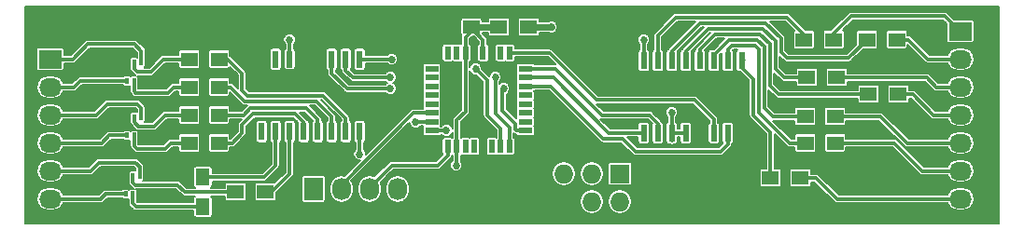
<source format=gtl>
G04 #@! TF.FileFunction,Copper,L1,Top,Signal*
%FSLAX46Y46*%
G04 Gerber Fmt 4.6, Leading zero omitted, Abs format (unit mm)*
G04 Created by KiCad (PCBNEW no-vcs-found-product) date Fri 24 Jul 2015 19:01:22 CEST*
%MOMM*%
G01*
G04 APERTURE LIST*
%ADD10C,0.100000*%
%ADD11R,1.500000X1.250000*%
%ADD12R,2.032000X1.727200*%
%ADD13O,2.032000X1.727200*%
%ADD14R,0.300000X0.525000*%
%ADD15R,1.500000X1.300000*%
%ADD16R,1.300000X1.500000*%
%ADD17R,0.600000X1.600000*%
%ADD18R,0.600000X1.500000*%
%ADD19R,1.727200X1.727200*%
%ADD20O,1.727200X1.727200*%
%ADD21R,1.727200X2.032000*%
%ADD22O,1.727200X2.032000*%
%ADD23R,0.600000X1.200000*%
%ADD24R,1.200000X0.600000*%
%ADD25C,0.685800*%
%ADD26C,0.609600*%
%ADD27C,0.304800*%
%ADD28C,0.152400*%
G04 APERTURE END LIST*
D10*
D11*
X157587000Y-80899000D03*
X155087000Y-80899000D03*
D12*
X119380000Y-83820000D03*
D13*
X119380000Y-86360000D03*
X119380000Y-88900000D03*
X119380000Y-91440000D03*
X119380000Y-93980000D03*
X119380000Y-96520000D03*
D12*
X201930000Y-81280000D03*
D13*
X201930000Y-83820000D03*
X201930000Y-86360000D03*
X201930000Y-88900000D03*
X201930000Y-91440000D03*
X201930000Y-93980000D03*
X201930000Y-96520000D03*
D14*
X127000000Y-84125500D03*
X127000000Y-85800500D03*
X127650000Y-85800500D03*
X126350000Y-85800500D03*
X126350000Y-84125500D03*
X127650000Y-84125500D03*
X127000000Y-89078500D03*
X127000000Y-90753500D03*
X127650000Y-90753500D03*
X126350000Y-90753500D03*
X126350000Y-89078500D03*
X127650000Y-89078500D03*
X126873000Y-94412500D03*
X126873000Y-96087500D03*
X127523000Y-96087500D03*
X126223000Y-96087500D03*
X126223000Y-94412500D03*
X127523000Y-94412500D03*
D15*
X160067000Y-80899000D03*
X162767000Y-80899000D03*
X132000000Y-83820000D03*
X134700000Y-83820000D03*
X132000000Y-86360000D03*
X134700000Y-86360000D03*
X132000000Y-88900000D03*
X134700000Y-88900000D03*
X132000000Y-91440000D03*
X134700000Y-91440000D03*
X136191000Y-95885000D03*
X138891000Y-95885000D03*
D16*
X133223000Y-97235000D03*
X133223000Y-94535000D03*
D15*
X190707000Y-85471000D03*
X188007000Y-85471000D03*
X196295000Y-86995000D03*
X193595000Y-86995000D03*
X190580000Y-89027000D03*
X187880000Y-89027000D03*
X190580000Y-91440000D03*
X187880000Y-91440000D03*
X187405000Y-94615000D03*
X184705000Y-94615000D03*
X190453000Y-82042000D03*
X187753000Y-82042000D03*
X196168000Y-82042000D03*
X193468000Y-82042000D03*
D17*
X147447000Y-83822000D03*
X146177000Y-83822000D03*
X144907000Y-83822000D03*
X143637000Y-83822000D03*
X142367000Y-83820000D03*
D18*
X141097000Y-83822000D03*
D17*
X139827000Y-83822000D03*
X138557000Y-83822000D03*
X138557000Y-90422000D03*
X139827000Y-90422000D03*
X141097000Y-90422000D03*
X142367000Y-90422000D03*
X143637000Y-90422000D03*
X144907000Y-90422000D03*
X146177000Y-90422000D03*
X147447000Y-90422000D03*
X173228000Y-90549000D03*
X174498000Y-90549000D03*
X175768000Y-90549000D03*
X177038000Y-90549000D03*
X178308000Y-90551000D03*
D18*
X179578000Y-90549000D03*
D17*
X180848000Y-90549000D03*
X182118000Y-90549000D03*
X182118000Y-83949000D03*
X180848000Y-83949000D03*
X179578000Y-83949000D03*
X178308000Y-83949000D03*
X177038000Y-83949000D03*
X175768000Y-83949000D03*
X174498000Y-83949000D03*
X173228000Y-83949000D03*
D19*
X171069000Y-94234000D03*
D20*
X171069000Y-96774000D03*
X168529000Y-94234000D03*
X168529000Y-96774000D03*
X165989000Y-94234000D03*
X165989000Y-96774000D03*
D21*
X143256000Y-95631000D03*
D22*
X145796000Y-95631000D03*
X148336000Y-95631000D03*
X150876000Y-95631000D03*
X153416000Y-95631000D03*
D23*
X161042000Y-83253000D03*
X160242000Y-83253000D03*
X159442000Y-83253000D03*
X158642000Y-83253000D03*
X157842000Y-83253000D03*
X157042000Y-83253000D03*
X156242000Y-83253000D03*
X155442000Y-83253000D03*
D24*
X153992000Y-84703000D03*
X153992000Y-85503000D03*
X153992000Y-86303000D03*
X153992000Y-87103000D03*
X153992000Y-87903000D03*
X153992000Y-88703000D03*
X153992000Y-89503000D03*
X153992000Y-90303000D03*
D23*
X155442000Y-91753000D03*
X156242000Y-91753000D03*
X157042000Y-91753000D03*
X157842000Y-91753000D03*
X158642000Y-91753000D03*
X159442000Y-91753000D03*
X160242000Y-91753000D03*
X161042000Y-91753000D03*
D24*
X162492000Y-90303000D03*
X162492000Y-89503000D03*
X162492000Y-88703000D03*
X162492000Y-87903000D03*
X162492000Y-87103000D03*
X162492000Y-86303000D03*
X162492000Y-85503000D03*
X162492000Y-84703000D03*
D25*
X164846000Y-80899000D03*
X175768000Y-88646000D03*
X173228000Y-82042000D03*
X147447000Y-92456000D03*
X141097000Y-82042000D03*
X128905000Y-96266000D03*
X128905000Y-98171000D03*
X156210000Y-93472000D03*
X152527000Y-89535000D03*
X155321000Y-90297000D03*
X157988000Y-84709000D03*
X150368000Y-83820000D03*
X159766000Y-85471000D03*
X150241000Y-85471000D03*
X160528000Y-86487000D03*
X150241000Y-86487000D03*
D26*
X162767000Y-80899000D02*
X164846000Y-80899000D01*
D27*
X175768000Y-90549000D02*
X175768000Y-88646000D01*
D28*
X175768000Y-90549000D02*
X175768000Y-91313000D01*
D27*
X173228000Y-83949000D02*
X173228000Y-82042000D01*
X175768000Y-90549000D02*
X177038000Y-90549000D01*
X147447000Y-90422000D02*
X147447000Y-92456000D01*
X141097000Y-83822000D02*
X141097000Y-82042000D01*
X127523000Y-96087500D02*
X128726500Y-96087500D01*
X128726500Y-96087500D02*
X128905000Y-96266000D01*
D28*
X178308000Y-90551000D02*
X178308000Y-90932000D01*
D27*
X156210000Y-93472000D02*
X156242000Y-93440000D01*
X156242000Y-93440000D02*
X156242000Y-91753000D01*
X157587000Y-80899000D02*
X157587000Y-81300000D01*
X157587000Y-81300000D02*
X157042000Y-81845000D01*
X157042000Y-81845000D02*
X157042000Y-83253000D01*
X157587000Y-80899000D02*
X157587000Y-81006000D01*
X157587000Y-81006000D02*
X158642000Y-82061000D01*
X158642000Y-82061000D02*
X158642000Y-83253000D01*
D26*
X160067000Y-80899000D02*
X157587000Y-80899000D01*
D27*
X157042000Y-83253000D02*
X157042000Y-88576000D01*
X157042000Y-88576000D02*
X156242000Y-89376000D01*
X156242000Y-89376000D02*
X156242000Y-91753000D01*
X152559000Y-89503000D02*
X153992000Y-89503000D01*
X152527000Y-89535000D02*
X152559000Y-89503000D01*
X148336000Y-95631000D02*
X148336000Y-95504000D01*
X148336000Y-95504000D02*
X150368000Y-93472000D01*
X155442000Y-92589000D02*
X155442000Y-91753000D01*
X154559000Y-93472000D02*
X155442000Y-92589000D01*
X150368000Y-93472000D02*
X154559000Y-93472000D01*
X119380000Y-83820000D02*
X121412000Y-83820000D01*
X121412000Y-83820000D02*
X122809000Y-82423000D01*
X122809000Y-82423000D02*
X127000000Y-82423000D01*
X127000000Y-82423000D02*
X127650000Y-83073000D01*
X127650000Y-83073000D02*
X127650000Y-84125500D01*
X119380000Y-86360000D02*
X121539000Y-86360000D01*
X121539000Y-86360000D02*
X122098500Y-85800500D01*
X122098500Y-85800500D02*
X126350000Y-85800500D01*
X119380000Y-88900000D02*
X123571000Y-88900000D01*
X123571000Y-88900000D02*
X124587000Y-87884000D01*
X124587000Y-87884000D02*
X127254000Y-87884000D01*
X127254000Y-87884000D02*
X127650000Y-88280000D01*
X127650000Y-88280000D02*
X127650000Y-89078500D01*
X119380000Y-91440000D02*
X124079000Y-91440000D01*
X124079000Y-91440000D02*
X124765500Y-90753500D01*
X124765500Y-90753500D02*
X126350000Y-90753500D01*
X119380000Y-93980000D02*
X123063000Y-93980000D01*
X123063000Y-93980000D02*
X123825000Y-93218000D01*
X123825000Y-93218000D02*
X127127000Y-93218000D01*
X127127000Y-93218000D02*
X127523000Y-93614000D01*
X127523000Y-93614000D02*
X127523000Y-94412500D01*
X119380000Y-96520000D02*
X123952000Y-96520000D01*
X123952000Y-96520000D02*
X124384500Y-96087500D01*
X124384500Y-96087500D02*
X126223000Y-96087500D01*
X132000000Y-83820000D02*
X129667000Y-83820000D01*
X129667000Y-83820000D02*
X128524000Y-84963000D01*
X128524000Y-84963000D02*
X127254000Y-84963000D01*
X127254000Y-84963000D02*
X127000000Y-84709000D01*
X127000000Y-84709000D02*
X127000000Y-84125500D01*
X132000000Y-86360000D02*
X130556000Y-86360000D01*
X130556000Y-86360000D02*
X130048000Y-86868000D01*
X130048000Y-86868000D02*
X127127000Y-86868000D01*
X127127000Y-86868000D02*
X127000000Y-86741000D01*
X127000000Y-86741000D02*
X127000000Y-85800500D01*
X132000000Y-88900000D02*
X129794000Y-88900000D01*
X129794000Y-88900000D02*
X128778000Y-89916000D01*
X128778000Y-89916000D02*
X127381000Y-89916000D01*
X127381000Y-89916000D02*
X127000000Y-89535000D01*
X127000000Y-89535000D02*
X127000000Y-89078500D01*
X132000000Y-91440000D02*
X130302000Y-91440000D01*
X130302000Y-91440000D02*
X129794000Y-91948000D01*
X129794000Y-91948000D02*
X127254000Y-91948000D01*
X127254000Y-91948000D02*
X127000000Y-91694000D01*
X127000000Y-91694000D02*
X127000000Y-90753500D01*
X126873000Y-94412500D02*
X126873000Y-94996000D01*
X126873000Y-94996000D02*
X127127000Y-95250000D01*
X127127000Y-95250000D02*
X130937000Y-95250000D01*
X130937000Y-95250000D02*
X131572000Y-95885000D01*
X131572000Y-95885000D02*
X136191000Y-95885000D01*
X133223000Y-97235000D02*
X127174000Y-97235000D01*
X127174000Y-97235000D02*
X126873000Y-96934000D01*
X126873000Y-96934000D02*
X126873000Y-96087500D01*
X134700000Y-83820000D02*
X135509000Y-83820000D01*
X146177000Y-89154000D02*
X146177000Y-90422000D01*
X144145000Y-87122000D02*
X146177000Y-89154000D01*
X137287000Y-87122000D02*
X144145000Y-87122000D01*
X136779000Y-86614000D02*
X137287000Y-87122000D01*
X136779000Y-85090000D02*
X136779000Y-86614000D01*
X135509000Y-83820000D02*
X136779000Y-85090000D01*
D28*
X134700000Y-83820000D02*
X134700000Y-84027000D01*
X134700000Y-83820000D02*
X135128000Y-83820000D01*
D27*
X134700000Y-86360000D02*
X135763000Y-86360000D01*
X144907000Y-89027000D02*
X144907000Y-90422000D01*
X143510000Y-87630000D02*
X144907000Y-89027000D01*
X137033000Y-87630000D02*
X143510000Y-87630000D01*
X135763000Y-86360000D02*
X137033000Y-87630000D01*
D28*
X134700000Y-86360000D02*
X135128000Y-86360000D01*
D27*
X134700000Y-88900000D02*
X136906000Y-88900000D01*
X143637000Y-89281000D02*
X143637000Y-90422000D01*
X142621000Y-88265000D02*
X143637000Y-89281000D01*
X137541000Y-88265000D02*
X142621000Y-88265000D01*
X136906000Y-88900000D02*
X137541000Y-88265000D01*
X134700000Y-91440000D02*
X135890000Y-91440000D01*
X142367000Y-89535000D02*
X142367000Y-90422000D01*
X141605000Y-88773000D02*
X142367000Y-89535000D01*
X137795000Y-88773000D02*
X141605000Y-88773000D01*
X136779000Y-89789000D02*
X137795000Y-88773000D01*
X136779000Y-90551000D02*
X136779000Y-89789000D01*
X135890000Y-91440000D02*
X136779000Y-90551000D01*
D28*
X138891000Y-95885000D02*
X139446000Y-95885000D01*
D27*
X139446000Y-95885000D02*
X141097000Y-94234000D01*
X141097000Y-94234000D02*
X141097000Y-90422000D01*
X133223000Y-94535000D02*
X138764000Y-94535000D01*
X138764000Y-94535000D02*
X139827000Y-93472000D01*
X139827000Y-93472000D02*
X139827000Y-90422000D01*
X177038000Y-83949000D02*
X177038000Y-83058000D01*
X185928000Y-85471000D02*
X188007000Y-85471000D01*
X185166000Y-84709000D02*
X185928000Y-85471000D01*
X185166000Y-82169000D02*
X185166000Y-84709000D01*
X184023000Y-81026000D02*
X185166000Y-82169000D01*
X179070000Y-81026000D02*
X184023000Y-81026000D01*
X177038000Y-83058000D02*
X179070000Y-81026000D01*
D28*
X188007000Y-85471000D02*
X187579000Y-85471000D01*
D27*
X178308000Y-83949000D02*
X178308000Y-82931000D01*
X185420000Y-86995000D02*
X193595000Y-86995000D01*
X184658000Y-86233000D02*
X185420000Y-86995000D01*
X184658000Y-82423000D02*
X184658000Y-86233000D01*
X183769000Y-81534000D02*
X184658000Y-82423000D01*
X179705000Y-81534000D02*
X183769000Y-81534000D01*
X178308000Y-82931000D02*
X179705000Y-81534000D01*
X179578000Y-83949000D02*
X179578000Y-83439000D01*
X179578000Y-83439000D02*
X180975000Y-82042000D01*
X180975000Y-82042000D02*
X183515000Y-82042000D01*
X183515000Y-82042000D02*
X184150000Y-82677000D01*
X184150000Y-82677000D02*
X184150000Y-88265000D01*
X184150000Y-88265000D02*
X184912000Y-89027000D01*
X184912000Y-89027000D02*
X187880000Y-89027000D01*
D28*
X187880000Y-89027000D02*
X187880000Y-88439000D01*
D27*
X180848000Y-83949000D02*
X180848000Y-82931000D01*
X180848000Y-82931000D02*
X181203598Y-82575402D01*
X181203598Y-82575402D02*
X183286402Y-82575402D01*
X183286402Y-82575402D02*
X183642000Y-82931000D01*
X183642000Y-82931000D02*
X183642000Y-88646000D01*
X183642000Y-88646000D02*
X186436000Y-91440000D01*
X186436000Y-91440000D02*
X187880000Y-91440000D01*
D28*
X187880000Y-91440000D02*
X187579000Y-91440000D01*
X182118000Y-83949000D02*
X182118000Y-84582000D01*
D27*
X182118000Y-84582000D02*
X183134000Y-85598000D01*
X183134000Y-85598000D02*
X183134000Y-88900000D01*
X183134000Y-88900000D02*
X184705000Y-90471000D01*
X184705000Y-90471000D02*
X184705000Y-94615000D01*
D28*
X182372000Y-83820000D02*
X182118000Y-83949000D01*
X187753000Y-82042000D02*
X187753000Y-81581000D01*
D27*
X187753000Y-81581000D02*
X186182000Y-80010000D01*
X174498000Y-81661000D02*
X174498000Y-83949000D01*
X176149000Y-80010000D02*
X174498000Y-81661000D01*
X186182000Y-80010000D02*
X176149000Y-80010000D01*
X175768000Y-83949000D02*
X175768000Y-83058000D01*
X191817000Y-83693000D02*
X193468000Y-82042000D01*
X186182000Y-83693000D02*
X191817000Y-83693000D01*
X185674000Y-83185000D02*
X186182000Y-83693000D01*
X185674000Y-81915000D02*
X185674000Y-83185000D01*
X184277000Y-80518000D02*
X185674000Y-81915000D01*
X178308000Y-80518000D02*
X184277000Y-80518000D01*
X175768000Y-83058000D02*
X178308000Y-80518000D01*
D28*
X193468000Y-82042000D02*
X193468000Y-82122000D01*
D27*
X190707000Y-85471000D02*
X198882000Y-85471000D01*
X198882000Y-85471000D02*
X199771000Y-86360000D01*
X199771000Y-86360000D02*
X201930000Y-86360000D01*
X196295000Y-86995000D02*
X197612000Y-86995000D01*
X197612000Y-86995000D02*
X199517000Y-88900000D01*
X199517000Y-88900000D02*
X201930000Y-88900000D01*
X190580000Y-89027000D02*
X194691000Y-89027000D01*
X194691000Y-89027000D02*
X197104000Y-91440000D01*
X197104000Y-91440000D02*
X201930000Y-91440000D01*
X190580000Y-91440000D02*
X195961000Y-91440000D01*
X195961000Y-91440000D02*
X198501000Y-93980000D01*
X198501000Y-93980000D02*
X201930000Y-93980000D01*
X187405000Y-94615000D02*
X188849000Y-94615000D01*
X188849000Y-94615000D02*
X190754000Y-96520000D01*
X190754000Y-96520000D02*
X201930000Y-96520000D01*
D28*
X190453000Y-82042000D02*
X190453000Y-81454000D01*
D27*
X190453000Y-81454000D02*
X192024000Y-79883000D01*
X200533000Y-79883000D02*
X201930000Y-81280000D01*
X192024000Y-79883000D02*
X200533000Y-79883000D01*
X196168000Y-82042000D02*
X197231000Y-82042000D01*
X197231000Y-82042000D02*
X199009000Y-83820000D01*
X199009000Y-83820000D02*
X201930000Y-83820000D01*
X179578000Y-90549000D02*
X179578000Y-89281000D01*
X164660000Y-83253000D02*
X161042000Y-83253000D01*
X168910000Y-87503000D02*
X164660000Y-83253000D01*
X177800000Y-87503000D02*
X168910000Y-87503000D01*
X179578000Y-89281000D02*
X177800000Y-87503000D01*
X145796000Y-95631000D02*
X145796000Y-95250000D01*
X145796000Y-95250000D02*
X152343000Y-88703000D01*
X152343000Y-88703000D02*
X153992000Y-88703000D01*
X145796000Y-95631000D02*
X145923000Y-95631000D01*
X155321000Y-90297000D02*
X155315000Y-90303000D01*
X155315000Y-90303000D02*
X153992000Y-90303000D01*
X147447000Y-83822000D02*
X150366000Y-83822000D01*
X160242000Y-90138000D02*
X160242000Y-91753000D01*
X159004000Y-88900000D02*
X160242000Y-90138000D01*
X159004000Y-85725000D02*
X159004000Y-88900000D01*
X157988000Y-84709000D02*
X159004000Y-85725000D01*
X150366000Y-83822000D02*
X150368000Y-83820000D01*
X146177000Y-83822000D02*
X146177000Y-84836000D01*
X161042000Y-90049000D02*
X161042000Y-91753000D01*
X159766000Y-88773000D02*
X161042000Y-90049000D01*
X159766000Y-85471000D02*
X159766000Y-88773000D01*
X146812000Y-85471000D02*
X150241000Y-85471000D01*
X146177000Y-84836000D02*
X146812000Y-85471000D01*
X146177000Y-83822000D02*
X146177000Y-84455000D01*
X144907000Y-83822000D02*
X144907000Y-85090000D01*
X161677000Y-90303000D02*
X162492000Y-90303000D01*
X161544000Y-90170000D02*
X161677000Y-90303000D01*
X161544000Y-89662000D02*
X161544000Y-90170000D01*
X160401000Y-88519000D02*
X161544000Y-89662000D01*
X160401000Y-86614000D02*
X160401000Y-88519000D01*
X160528000Y-86487000D02*
X160401000Y-86614000D01*
X146304000Y-86487000D02*
X150241000Y-86487000D01*
X144907000Y-85090000D02*
X146304000Y-86487000D01*
X144907000Y-83822000D02*
X144907000Y-84201000D01*
X180848000Y-90549000D02*
X180848000Y-91567000D01*
X164789000Y-86303000D02*
X162492000Y-86303000D01*
X169545000Y-91059000D02*
X164789000Y-86303000D01*
X171323000Y-91059000D02*
X169545000Y-91059000D01*
X172466000Y-92202000D02*
X171323000Y-91059000D01*
X180213000Y-92202000D02*
X172466000Y-92202000D01*
X180848000Y-91567000D02*
X180213000Y-92202000D01*
X173228000Y-90549000D02*
X170051000Y-90549000D01*
X165005000Y-85503000D02*
X162492000Y-85503000D01*
X170051000Y-90549000D02*
X165005000Y-85503000D01*
X174498000Y-90549000D02*
X174498000Y-89662000D01*
X165221000Y-84703000D02*
X162492000Y-84703000D01*
X169418000Y-88900000D02*
X165221000Y-84703000D01*
X173736000Y-88900000D02*
X169418000Y-88900000D01*
X174498000Y-89662000D02*
X173736000Y-88900000D01*
D28*
G36*
X205461400Y-98781400D02*
X117118600Y-98781400D01*
X117118600Y-93980000D01*
X118111017Y-93980000D01*
X118194156Y-94397967D01*
X118430915Y-94752302D01*
X118785250Y-94989061D01*
X119203217Y-95072200D01*
X119556783Y-95072200D01*
X119974750Y-94989061D01*
X120329085Y-94752302D01*
X120565844Y-94397967D01*
X120573197Y-94361000D01*
X123063000Y-94361000D01*
X123208803Y-94331998D01*
X123332408Y-94249408D01*
X123982815Y-93599000D01*
X126969184Y-93599000D01*
X127142000Y-93771815D01*
X127142000Y-93954607D01*
X127112871Y-93934944D01*
X127023000Y-93916921D01*
X126723000Y-93916921D01*
X126635836Y-93933833D01*
X126559226Y-93984158D01*
X126507944Y-94060129D01*
X126489921Y-94150000D01*
X126489921Y-94675000D01*
X126492000Y-94685715D01*
X126492000Y-94996000D01*
X126521002Y-95141803D01*
X126603592Y-95265408D01*
X126857592Y-95519408D01*
X126966116Y-95591921D01*
X126723000Y-95591921D01*
X126635836Y-95608833D01*
X126559226Y-95659158D01*
X126548207Y-95675482D01*
X126538842Y-95661226D01*
X126462871Y-95609944D01*
X126373000Y-95591921D01*
X126073000Y-95591921D01*
X125985836Y-95608833D01*
X125909226Y-95659158D01*
X125877269Y-95706500D01*
X124384500Y-95706500D01*
X124238698Y-95735502D01*
X124115092Y-95818092D01*
X124115090Y-95818095D01*
X123794184Y-96139000D01*
X120573197Y-96139000D01*
X120565844Y-96102033D01*
X120329085Y-95747698D01*
X119974750Y-95510939D01*
X119556783Y-95427800D01*
X119203217Y-95427800D01*
X118785250Y-95510939D01*
X118430915Y-95747698D01*
X118194156Y-96102033D01*
X118111017Y-96520000D01*
X118194156Y-96937967D01*
X118430915Y-97292302D01*
X118785250Y-97529061D01*
X119203217Y-97612200D01*
X119556783Y-97612200D01*
X119974750Y-97529061D01*
X120329085Y-97292302D01*
X120565844Y-96937967D01*
X120573197Y-96901000D01*
X123952000Y-96901000D01*
X124097803Y-96871998D01*
X124221408Y-96789408D01*
X124542315Y-96468500D01*
X125877418Y-96468500D01*
X125907158Y-96513774D01*
X125983129Y-96565056D01*
X126073000Y-96583079D01*
X126373000Y-96583079D01*
X126460164Y-96566167D01*
X126492000Y-96545254D01*
X126492000Y-96934000D01*
X126521002Y-97079803D01*
X126603592Y-97203408D01*
X126904590Y-97504405D01*
X126904592Y-97504408D01*
X126978688Y-97553917D01*
X127028197Y-97586998D01*
X127174000Y-97616000D01*
X132339921Y-97616000D01*
X132339921Y-97985000D01*
X132356833Y-98072164D01*
X132407158Y-98148774D01*
X132483129Y-98200056D01*
X132573000Y-98218079D01*
X133873000Y-98218079D01*
X133960164Y-98201167D01*
X134036774Y-98150842D01*
X134088056Y-98074871D01*
X134106079Y-97985000D01*
X134106079Y-96485000D01*
X134089167Y-96397836D01*
X134038842Y-96321226D01*
X133962871Y-96269944D01*
X133943204Y-96266000D01*
X135207921Y-96266000D01*
X135207921Y-96535000D01*
X135224833Y-96622164D01*
X135275158Y-96698774D01*
X135351129Y-96750056D01*
X135441000Y-96768079D01*
X136941000Y-96768079D01*
X137028164Y-96751167D01*
X137104774Y-96700842D01*
X137156056Y-96624871D01*
X137174079Y-96535000D01*
X137174079Y-95235000D01*
X137907921Y-95235000D01*
X137907921Y-96535000D01*
X137924833Y-96622164D01*
X137975158Y-96698774D01*
X138051129Y-96750056D01*
X138141000Y-96768079D01*
X139641000Y-96768079D01*
X139728164Y-96751167D01*
X139804774Y-96700842D01*
X139856056Y-96624871D01*
X139874079Y-96535000D01*
X139874079Y-95995737D01*
X141254815Y-94615000D01*
X142159321Y-94615000D01*
X142159321Y-96647000D01*
X142176233Y-96734164D01*
X142226558Y-96810774D01*
X142302529Y-96862056D01*
X142392400Y-96880079D01*
X144119600Y-96880079D01*
X144206764Y-96863167D01*
X144283374Y-96812842D01*
X144334656Y-96736871D01*
X144352679Y-96647000D01*
X144352679Y-95454217D01*
X144703800Y-95454217D01*
X144703800Y-95807783D01*
X144786939Y-96225750D01*
X145023698Y-96580085D01*
X145378033Y-96816844D01*
X145796000Y-96899983D01*
X146213967Y-96816844D01*
X146568302Y-96580085D01*
X146805061Y-96225750D01*
X146888200Y-95807783D01*
X146888200Y-95454217D01*
X146805061Y-95036250D01*
X146702324Y-94882492D01*
X151955417Y-89629399D01*
X151955401Y-89648180D01*
X152042224Y-89858306D01*
X152202849Y-90019211D01*
X152412823Y-90106400D01*
X152640180Y-90106599D01*
X152850306Y-90019776D01*
X152986319Y-89884000D01*
X153174637Y-89884000D01*
X153175833Y-89890164D01*
X153184026Y-89902637D01*
X153176944Y-89913129D01*
X153158921Y-90003000D01*
X153158921Y-90603000D01*
X153175833Y-90690164D01*
X153226158Y-90766774D01*
X153302129Y-90818056D01*
X153392000Y-90836079D01*
X154592000Y-90836079D01*
X154679164Y-90819167D01*
X154755774Y-90768842D01*
X154807056Y-90692871D01*
X154808835Y-90684000D01*
X154899807Y-90684000D01*
X154996849Y-90781211D01*
X155206823Y-90868400D01*
X155434180Y-90868599D01*
X155644306Y-90781776D01*
X155805211Y-90621151D01*
X155861000Y-90486796D01*
X155861000Y-90935637D01*
X155854836Y-90936833D01*
X155842363Y-90945026D01*
X155831871Y-90937944D01*
X155742000Y-90919921D01*
X155142000Y-90919921D01*
X155054836Y-90936833D01*
X154978226Y-90987158D01*
X154926944Y-91063129D01*
X154908921Y-91153000D01*
X154908921Y-92353000D01*
X154925833Y-92440164D01*
X154975862Y-92516323D01*
X154401184Y-93091000D01*
X150368000Y-93091000D01*
X150222197Y-93120002D01*
X150098592Y-93202592D01*
X148815148Y-94486036D01*
X148753967Y-94445156D01*
X148336000Y-94362017D01*
X147918033Y-94445156D01*
X147563698Y-94681915D01*
X147326939Y-95036250D01*
X147243800Y-95454217D01*
X147243800Y-95807783D01*
X147326939Y-96225750D01*
X147563698Y-96580085D01*
X147918033Y-96816844D01*
X148336000Y-96899983D01*
X148753967Y-96816844D01*
X149108302Y-96580085D01*
X149345061Y-96225750D01*
X149428200Y-95807783D01*
X149428200Y-95454217D01*
X149783800Y-95454217D01*
X149783800Y-95807783D01*
X149866939Y-96225750D01*
X150103698Y-96580085D01*
X150458033Y-96816844D01*
X150876000Y-96899983D01*
X151293967Y-96816844D01*
X151390110Y-96752603D01*
X167436800Y-96752603D01*
X167436800Y-96795397D01*
X167519939Y-97213364D01*
X167756698Y-97567699D01*
X168111033Y-97804458D01*
X168529000Y-97887597D01*
X168946967Y-97804458D01*
X169301302Y-97567699D01*
X169538061Y-97213364D01*
X169621200Y-96795397D01*
X169621200Y-96752603D01*
X169976800Y-96752603D01*
X169976800Y-96795397D01*
X170059939Y-97213364D01*
X170296698Y-97567699D01*
X170651033Y-97804458D01*
X171069000Y-97887597D01*
X171486967Y-97804458D01*
X171841302Y-97567699D01*
X172078061Y-97213364D01*
X172161200Y-96795397D01*
X172161200Y-96752603D01*
X172078061Y-96334636D01*
X171841302Y-95980301D01*
X171486967Y-95743542D01*
X171069000Y-95660403D01*
X170651033Y-95743542D01*
X170296698Y-95980301D01*
X170059939Y-96334636D01*
X169976800Y-96752603D01*
X169621200Y-96752603D01*
X169621200Y-96752603D01*
X169538061Y-96334636D01*
X169301302Y-95980301D01*
X168946967Y-95743542D01*
X168529000Y-95660403D01*
X168111033Y-95743542D01*
X167756698Y-95980301D01*
X167519939Y-96334636D01*
X167436800Y-96752603D01*
X151390110Y-96752603D01*
X151648302Y-96580085D01*
X151885061Y-96225750D01*
X151968200Y-95807783D01*
X151968200Y-95454217D01*
X151885061Y-95036250D01*
X151648302Y-94681915D01*
X151293967Y-94445156D01*
X150876000Y-94362017D01*
X150458033Y-94445156D01*
X150103698Y-94681915D01*
X149866939Y-95036250D01*
X149783800Y-95454217D01*
X149428200Y-95454217D01*
X149428200Y-95454217D01*
X149345061Y-95036250D01*
X149344062Y-95034754D01*
X150166213Y-94212603D01*
X164896800Y-94212603D01*
X164896800Y-94255397D01*
X164979939Y-94673364D01*
X165216698Y-95027699D01*
X165571033Y-95264458D01*
X165989000Y-95347597D01*
X166406967Y-95264458D01*
X166761302Y-95027699D01*
X166998061Y-94673364D01*
X167081200Y-94255397D01*
X167081200Y-94212603D01*
X167436800Y-94212603D01*
X167436800Y-94255397D01*
X167519939Y-94673364D01*
X167756698Y-95027699D01*
X168111033Y-95264458D01*
X168529000Y-95347597D01*
X168946967Y-95264458D01*
X169301302Y-95027699D01*
X169538061Y-94673364D01*
X169621200Y-94255397D01*
X169621200Y-94212603D01*
X169538061Y-93794636D01*
X169301302Y-93440301D01*
X169196688Y-93370400D01*
X169972321Y-93370400D01*
X169972321Y-95097600D01*
X169989233Y-95184764D01*
X170039558Y-95261374D01*
X170115529Y-95312656D01*
X170205400Y-95330679D01*
X171932600Y-95330679D01*
X172019764Y-95313767D01*
X172096374Y-95263442D01*
X172147656Y-95187471D01*
X172165679Y-95097600D01*
X172165679Y-93370400D01*
X172148767Y-93283236D01*
X172098442Y-93206626D01*
X172022471Y-93155344D01*
X171932600Y-93137321D01*
X170205400Y-93137321D01*
X170118236Y-93154233D01*
X170041626Y-93204558D01*
X169990344Y-93280529D01*
X169972321Y-93370400D01*
X169196688Y-93370400D01*
X168946967Y-93203542D01*
X168529000Y-93120403D01*
X168111033Y-93203542D01*
X167756698Y-93440301D01*
X167519939Y-93794636D01*
X167436800Y-94212603D01*
X167081200Y-94212603D01*
X167081200Y-94212603D01*
X166998061Y-93794636D01*
X166761302Y-93440301D01*
X166406967Y-93203542D01*
X165989000Y-93120403D01*
X165571033Y-93203542D01*
X165216698Y-93440301D01*
X164979939Y-93794636D01*
X164896800Y-94212603D01*
X150166213Y-94212603D01*
X150525816Y-93853000D01*
X154559000Y-93853000D01*
X154704803Y-93823998D01*
X154828408Y-93741408D01*
X155711405Y-92858410D01*
X155711408Y-92858408D01*
X155793998Y-92734802D01*
X155820454Y-92601802D01*
X155823001Y-92589000D01*
X155823000Y-92588995D01*
X155823000Y-92570363D01*
X155829164Y-92569167D01*
X155841637Y-92560974D01*
X155852129Y-92568056D01*
X155861000Y-92569835D01*
X155861000Y-93012873D01*
X155725789Y-93147849D01*
X155638600Y-93357823D01*
X155638401Y-93585180D01*
X155725224Y-93795306D01*
X155885849Y-93956211D01*
X156095823Y-94043400D01*
X156323180Y-94043599D01*
X156533306Y-93956776D01*
X156694211Y-93796151D01*
X156781400Y-93586177D01*
X156781599Y-93358820D01*
X156694776Y-93148694D01*
X156623000Y-93076793D01*
X156623000Y-92570363D01*
X156629164Y-92569167D01*
X156641637Y-92560974D01*
X156652129Y-92568056D01*
X156742000Y-92586079D01*
X157342000Y-92586079D01*
X157429164Y-92569167D01*
X157441637Y-92560974D01*
X157452129Y-92568056D01*
X157542000Y-92586079D01*
X158142000Y-92586079D01*
X158229164Y-92569167D01*
X158305774Y-92518842D01*
X158357056Y-92442871D01*
X158375079Y-92353000D01*
X158375079Y-91153000D01*
X158358167Y-91065836D01*
X158307842Y-90989226D01*
X158231871Y-90937944D01*
X158142000Y-90919921D01*
X157542000Y-90919921D01*
X157454836Y-90936833D01*
X157442363Y-90945026D01*
X157431871Y-90937944D01*
X157342000Y-90919921D01*
X156742000Y-90919921D01*
X156654836Y-90936833D01*
X156642363Y-90945026D01*
X156631871Y-90937944D01*
X156623000Y-90936165D01*
X156623000Y-89533816D01*
X157311408Y-88845408D01*
X157393998Y-88721802D01*
X157423001Y-88576000D01*
X157423000Y-88575995D01*
X157423000Y-84838151D01*
X157503224Y-85032306D01*
X157663849Y-85193211D01*
X157873823Y-85280400D01*
X158020713Y-85280529D01*
X158623000Y-85882816D01*
X158623000Y-88900000D01*
X158652002Y-89045803D01*
X158734592Y-89169408D01*
X159861000Y-90295815D01*
X159861000Y-90935637D01*
X159854836Y-90936833D01*
X159842363Y-90945026D01*
X159831871Y-90937944D01*
X159742000Y-90919921D01*
X159142000Y-90919921D01*
X159054836Y-90936833D01*
X158978226Y-90987158D01*
X158926944Y-91063129D01*
X158908921Y-91153000D01*
X158908921Y-92353000D01*
X158925833Y-92440164D01*
X158976158Y-92516774D01*
X159052129Y-92568056D01*
X159142000Y-92586079D01*
X159742000Y-92586079D01*
X159829164Y-92569167D01*
X159841637Y-92560974D01*
X159852129Y-92568056D01*
X159942000Y-92586079D01*
X160542000Y-92586079D01*
X160629164Y-92569167D01*
X160641637Y-92560974D01*
X160652129Y-92568056D01*
X160742000Y-92586079D01*
X161342000Y-92586079D01*
X161429164Y-92569167D01*
X161505774Y-92518842D01*
X161557056Y-92442871D01*
X161575079Y-92353000D01*
X161575079Y-91153000D01*
X161558167Y-91065836D01*
X161507842Y-90989226D01*
X161431871Y-90937944D01*
X161423000Y-90936165D01*
X161423000Y-90582703D01*
X161531198Y-90654998D01*
X161674542Y-90683511D01*
X161675833Y-90690164D01*
X161726158Y-90766774D01*
X161802129Y-90818056D01*
X161892000Y-90836079D01*
X163092000Y-90836079D01*
X163179164Y-90819167D01*
X163255774Y-90768842D01*
X163307056Y-90692871D01*
X163325079Y-90603000D01*
X163325079Y-90003000D01*
X163308167Y-89915836D01*
X163299974Y-89903363D01*
X163307056Y-89892871D01*
X163325079Y-89803000D01*
X163325079Y-89203000D01*
X163308167Y-89115836D01*
X163299974Y-89103363D01*
X163307056Y-89092871D01*
X163325079Y-89003000D01*
X163325079Y-88403000D01*
X163308167Y-88315836D01*
X163299974Y-88303363D01*
X163307056Y-88292871D01*
X163325079Y-88203000D01*
X163325079Y-87603000D01*
X163308167Y-87515836D01*
X163299974Y-87503363D01*
X163307056Y-87492871D01*
X163325079Y-87403000D01*
X163325079Y-86803000D01*
X163308167Y-86715836D01*
X163299974Y-86703363D01*
X163307056Y-86692871D01*
X163308835Y-86684000D01*
X164631184Y-86684000D01*
X169275590Y-91328405D01*
X169275592Y-91328408D01*
X169384238Y-91401002D01*
X169399198Y-91410998D01*
X169545000Y-91440001D01*
X169545005Y-91440000D01*
X171165184Y-91440000D01*
X172196592Y-92471408D01*
X172320197Y-92553998D01*
X172466000Y-92583000D01*
X180213000Y-92583000D01*
X180358803Y-92553998D01*
X180482408Y-92471408D01*
X181117405Y-91836410D01*
X181117408Y-91836408D01*
X181199998Y-91712802D01*
X181211391Y-91655526D01*
X181229001Y-91567000D01*
X181229000Y-91566995D01*
X181229000Y-91566363D01*
X181235164Y-91565167D01*
X181311774Y-91514842D01*
X181363056Y-91438871D01*
X181381079Y-91349000D01*
X181381079Y-89749000D01*
X181364167Y-89661836D01*
X181313842Y-89585226D01*
X181237871Y-89533944D01*
X181148000Y-89515921D01*
X180548000Y-89515921D01*
X180460836Y-89532833D01*
X180384226Y-89583158D01*
X180332944Y-89659129D01*
X180314921Y-89749000D01*
X180314921Y-91349000D01*
X180331833Y-91436164D01*
X180374725Y-91501459D01*
X180055184Y-91821000D01*
X172623816Y-91821000D01*
X171732816Y-90930000D01*
X172694921Y-90930000D01*
X172694921Y-91349000D01*
X172711833Y-91436164D01*
X172762158Y-91512774D01*
X172838129Y-91564056D01*
X172928000Y-91582079D01*
X173528000Y-91582079D01*
X173615164Y-91565167D01*
X173691774Y-91514842D01*
X173743056Y-91438871D01*
X173761079Y-91349000D01*
X173761079Y-89749000D01*
X173744167Y-89661836D01*
X173693842Y-89585226D01*
X173617871Y-89533944D01*
X173528000Y-89515921D01*
X172928000Y-89515921D01*
X172840836Y-89532833D01*
X172764226Y-89583158D01*
X172712944Y-89659129D01*
X172694921Y-89749000D01*
X172694921Y-90168000D01*
X170208815Y-90168000D01*
X169297932Y-89257117D01*
X169418000Y-89281000D01*
X173578184Y-89281000D01*
X173978496Y-89681311D01*
X173964921Y-89749000D01*
X173964921Y-91349000D01*
X173981833Y-91436164D01*
X174032158Y-91512774D01*
X174108129Y-91564056D01*
X174198000Y-91582079D01*
X174798000Y-91582079D01*
X174885164Y-91565167D01*
X174961774Y-91514842D01*
X175013056Y-91438871D01*
X175031079Y-91349000D01*
X175031079Y-89749000D01*
X175014167Y-89661836D01*
X174963842Y-89585226D01*
X174887871Y-89533944D01*
X174852101Y-89526771D01*
X174849998Y-89516198D01*
X174812114Y-89459500D01*
X174767408Y-89392592D01*
X174767405Y-89392590D01*
X174133996Y-88759180D01*
X175196401Y-88759180D01*
X175283224Y-88969306D01*
X175387000Y-89073263D01*
X175387000Y-89531637D01*
X175380836Y-89532833D01*
X175304226Y-89583158D01*
X175252944Y-89659129D01*
X175234921Y-89749000D01*
X175234921Y-91349000D01*
X175251833Y-91436164D01*
X175302158Y-91512774D01*
X175378129Y-91564056D01*
X175468000Y-91582079D01*
X175632622Y-91582079D01*
X175651358Y-91594598D01*
X175768000Y-91617800D01*
X175884642Y-91594598D01*
X175903378Y-91582079D01*
X176068000Y-91582079D01*
X176155164Y-91565167D01*
X176231774Y-91514842D01*
X176283056Y-91438871D01*
X176301079Y-91349000D01*
X176301079Y-90930000D01*
X176504921Y-90930000D01*
X176504921Y-91349000D01*
X176521833Y-91436164D01*
X176572158Y-91512774D01*
X176648129Y-91564056D01*
X176738000Y-91582079D01*
X177338000Y-91582079D01*
X177425164Y-91565167D01*
X177501774Y-91514842D01*
X177553056Y-91438871D01*
X177571079Y-91349000D01*
X177571079Y-89749000D01*
X177554167Y-89661836D01*
X177503842Y-89585226D01*
X177427871Y-89533944D01*
X177338000Y-89515921D01*
X176738000Y-89515921D01*
X176650836Y-89532833D01*
X176574226Y-89583158D01*
X176522944Y-89659129D01*
X176504921Y-89749000D01*
X176504921Y-90168000D01*
X176301079Y-90168000D01*
X176301079Y-89749000D01*
X176284167Y-89661836D01*
X176233842Y-89585226D01*
X176157871Y-89533944D01*
X176149000Y-89532165D01*
X176149000Y-89073182D01*
X176252211Y-88970151D01*
X176339400Y-88760177D01*
X176339599Y-88532820D01*
X176252776Y-88322694D01*
X176092151Y-88161789D01*
X175882177Y-88074600D01*
X175654820Y-88074401D01*
X175444694Y-88161224D01*
X175283789Y-88321849D01*
X175196600Y-88531823D01*
X175196401Y-88759180D01*
X174133996Y-88759180D01*
X174005408Y-88630592D01*
X173881803Y-88548002D01*
X173736000Y-88519000D01*
X169575815Y-88519000D01*
X168940815Y-87884000D01*
X177642184Y-87884000D01*
X179197000Y-89438815D01*
X179197000Y-89581637D01*
X179190836Y-89582833D01*
X179114226Y-89633158D01*
X179062944Y-89709129D01*
X179044921Y-89799000D01*
X179044921Y-91299000D01*
X179061833Y-91386164D01*
X179112158Y-91462774D01*
X179188129Y-91514056D01*
X179278000Y-91532079D01*
X179878000Y-91532079D01*
X179965164Y-91515167D01*
X180041774Y-91464842D01*
X180093056Y-91388871D01*
X180111079Y-91299000D01*
X180111079Y-89799000D01*
X180094167Y-89711836D01*
X180043842Y-89635226D01*
X179967871Y-89583944D01*
X179959000Y-89582165D01*
X179959000Y-89281005D01*
X179959001Y-89281000D01*
X179929998Y-89135198D01*
X179901716Y-89092871D01*
X179847408Y-89011592D01*
X179847405Y-89011590D01*
X178069408Y-87233592D01*
X177945803Y-87151002D01*
X177800000Y-87122000D01*
X169067815Y-87122000D01*
X164929408Y-82983592D01*
X164805803Y-82901002D01*
X164660000Y-82872000D01*
X161575079Y-82872000D01*
X161575079Y-82653000D01*
X161558167Y-82565836D01*
X161507842Y-82489226D01*
X161431871Y-82437944D01*
X161342000Y-82419921D01*
X160742000Y-82419921D01*
X160654836Y-82436833D01*
X160642363Y-82445026D01*
X160631871Y-82437944D01*
X160542000Y-82419921D01*
X159942000Y-82419921D01*
X159854836Y-82436833D01*
X159778226Y-82487158D01*
X159726944Y-82563129D01*
X159708921Y-82653000D01*
X159708921Y-83853000D01*
X159725833Y-83940164D01*
X159776158Y-84016774D01*
X159852129Y-84068056D01*
X159942000Y-84086079D01*
X160542000Y-84086079D01*
X160629164Y-84069167D01*
X160641637Y-84060974D01*
X160652129Y-84068056D01*
X160742000Y-84086079D01*
X161342000Y-84086079D01*
X161429164Y-84069167D01*
X161505774Y-84018842D01*
X161557056Y-83942871D01*
X161575079Y-83853000D01*
X161575079Y-83634000D01*
X164502184Y-83634000D01*
X165190184Y-84322000D01*
X163309363Y-84322000D01*
X163308167Y-84315836D01*
X163257842Y-84239226D01*
X163181871Y-84187944D01*
X163092000Y-84169921D01*
X161892000Y-84169921D01*
X161804836Y-84186833D01*
X161728226Y-84237158D01*
X161676944Y-84313129D01*
X161658921Y-84403000D01*
X161658921Y-85003000D01*
X161675833Y-85090164D01*
X161684026Y-85102637D01*
X161676944Y-85113129D01*
X161658921Y-85203000D01*
X161658921Y-85803000D01*
X161675833Y-85890164D01*
X161684026Y-85902637D01*
X161676944Y-85913129D01*
X161658921Y-86003000D01*
X161658921Y-86603000D01*
X161675833Y-86690164D01*
X161684026Y-86702637D01*
X161676944Y-86713129D01*
X161658921Y-86803000D01*
X161658921Y-87403000D01*
X161675833Y-87490164D01*
X161684026Y-87502637D01*
X161676944Y-87513129D01*
X161658921Y-87603000D01*
X161658921Y-88203000D01*
X161675833Y-88290164D01*
X161684026Y-88302637D01*
X161676944Y-88313129D01*
X161658921Y-88403000D01*
X161658921Y-89003000D01*
X161675833Y-89090164D01*
X161684026Y-89102637D01*
X161676944Y-89113129D01*
X161658921Y-89203000D01*
X161658921Y-89238105D01*
X160782000Y-88361184D01*
X160782000Y-87000413D01*
X160851306Y-86971776D01*
X161012211Y-86811151D01*
X161099400Y-86601177D01*
X161099599Y-86373820D01*
X161012776Y-86163694D01*
X160852151Y-86002789D01*
X160642177Y-85915600D01*
X160414820Y-85915401D01*
X160204694Y-86002224D01*
X160147000Y-86059818D01*
X160147000Y-85898182D01*
X160250211Y-85795151D01*
X160337400Y-85585177D01*
X160337599Y-85357820D01*
X160250776Y-85147694D01*
X160090151Y-84986789D01*
X159880177Y-84899600D01*
X159652820Y-84899401D01*
X159442694Y-84986224D01*
X159281789Y-85146849D01*
X159194600Y-85356823D01*
X159194583Y-85376767D01*
X158559471Y-84741655D01*
X158559599Y-84595820D01*
X158472776Y-84385694D01*
X158312151Y-84224789D01*
X158102177Y-84137600D01*
X157874820Y-84137401D01*
X157664694Y-84224224D01*
X157503789Y-84384849D01*
X157423000Y-84579410D01*
X157423000Y-84070363D01*
X157429164Y-84069167D01*
X157505774Y-84018842D01*
X157557056Y-83942871D01*
X157575079Y-83853000D01*
X157575079Y-82653000D01*
X157558167Y-82565836D01*
X157507842Y-82489226D01*
X157431871Y-82437944D01*
X157423000Y-82436165D01*
X157423000Y-82002816D01*
X157668736Y-81757079D01*
X157799263Y-81757079D01*
X158261000Y-82218815D01*
X158261000Y-82435637D01*
X158254836Y-82436833D01*
X158178226Y-82487158D01*
X158126944Y-82563129D01*
X158108921Y-82653000D01*
X158108921Y-83853000D01*
X158125833Y-83940164D01*
X158176158Y-84016774D01*
X158252129Y-84068056D01*
X158342000Y-84086079D01*
X158942000Y-84086079D01*
X159029164Y-84069167D01*
X159105774Y-84018842D01*
X159157056Y-83942871D01*
X159175079Y-83853000D01*
X159175079Y-82653000D01*
X159158167Y-82565836D01*
X159107842Y-82489226D01*
X159031871Y-82437944D01*
X159023000Y-82436165D01*
X159023000Y-82155180D01*
X172656401Y-82155180D01*
X172743224Y-82365306D01*
X172847000Y-82469263D01*
X172847000Y-82931637D01*
X172840836Y-82932833D01*
X172764226Y-82983158D01*
X172712944Y-83059129D01*
X172694921Y-83149000D01*
X172694921Y-84749000D01*
X172711833Y-84836164D01*
X172762158Y-84912774D01*
X172838129Y-84964056D01*
X172928000Y-84982079D01*
X173528000Y-84982079D01*
X173615164Y-84965167D01*
X173691774Y-84914842D01*
X173743056Y-84838871D01*
X173761079Y-84749000D01*
X173761079Y-83149000D01*
X173964921Y-83149000D01*
X173964921Y-84749000D01*
X173981833Y-84836164D01*
X174032158Y-84912774D01*
X174108129Y-84964056D01*
X174198000Y-84982079D01*
X174798000Y-84982079D01*
X174885164Y-84965167D01*
X174961774Y-84914842D01*
X175013056Y-84838871D01*
X175031079Y-84749000D01*
X175031079Y-83149000D01*
X175014167Y-83061836D01*
X174963842Y-82985226D01*
X174887871Y-82933944D01*
X174879000Y-82932165D01*
X174879000Y-81818816D01*
X176306815Y-80391000D01*
X177896185Y-80391000D01*
X175498592Y-82788592D01*
X175416002Y-82912197D01*
X175413144Y-82926564D01*
X175380836Y-82932833D01*
X175304226Y-82983158D01*
X175252944Y-83059129D01*
X175234921Y-83149000D01*
X175234921Y-84749000D01*
X175251833Y-84836164D01*
X175302158Y-84912774D01*
X175378129Y-84964056D01*
X175468000Y-84982079D01*
X176068000Y-84982079D01*
X176155164Y-84965167D01*
X176231774Y-84914842D01*
X176283056Y-84838871D01*
X176301079Y-84749000D01*
X176301079Y-83149000D01*
X176287224Y-83077592D01*
X178465815Y-80899000D01*
X178658184Y-80899000D01*
X176768592Y-82788592D01*
X176686002Y-82912197D01*
X176683144Y-82926564D01*
X176650836Y-82932833D01*
X176574226Y-82983158D01*
X176522944Y-83059129D01*
X176504921Y-83149000D01*
X176504921Y-84749000D01*
X176521833Y-84836164D01*
X176572158Y-84912774D01*
X176648129Y-84964056D01*
X176738000Y-84982079D01*
X177338000Y-84982079D01*
X177425164Y-84965167D01*
X177501774Y-84914842D01*
X177553056Y-84838871D01*
X177571079Y-84749000D01*
X177571079Y-83149000D01*
X177557224Y-83077592D01*
X179227816Y-81407000D01*
X179293185Y-81407000D01*
X178038592Y-82661592D01*
X177956002Y-82785197D01*
X177944144Y-82844810D01*
X177927000Y-82931000D01*
X177927000Y-82931637D01*
X177920836Y-82932833D01*
X177844226Y-82983158D01*
X177792944Y-83059129D01*
X177774921Y-83149000D01*
X177774921Y-84749000D01*
X177791833Y-84836164D01*
X177842158Y-84912774D01*
X177918129Y-84964056D01*
X178008000Y-84982079D01*
X178608000Y-84982079D01*
X178695164Y-84965167D01*
X178771774Y-84914842D01*
X178823056Y-84838871D01*
X178841079Y-84749000D01*
X178841079Y-83149000D01*
X178824167Y-83061836D01*
X178781275Y-82996541D01*
X179862815Y-81915000D01*
X180563185Y-81915000D01*
X179562263Y-82915921D01*
X179278000Y-82915921D01*
X179190836Y-82932833D01*
X179114226Y-82983158D01*
X179062944Y-83059129D01*
X179044921Y-83149000D01*
X179044921Y-84749000D01*
X179061833Y-84836164D01*
X179112158Y-84912774D01*
X179188129Y-84964056D01*
X179278000Y-84982079D01*
X179878000Y-84982079D01*
X179965164Y-84965167D01*
X180041774Y-84914842D01*
X180093056Y-84838871D01*
X180111079Y-84749000D01*
X180111079Y-83444737D01*
X180314921Y-83240895D01*
X180314921Y-84749000D01*
X180331833Y-84836164D01*
X180382158Y-84912774D01*
X180458129Y-84964056D01*
X180548000Y-84982079D01*
X181148000Y-84982079D01*
X181235164Y-84965167D01*
X181311774Y-84914842D01*
X181363056Y-84838871D01*
X181381079Y-84749000D01*
X181381079Y-83149000D01*
X181364167Y-83061836D01*
X181321275Y-82996541D01*
X181361413Y-82956402D01*
X181694957Y-82956402D01*
X181654226Y-82983158D01*
X181602944Y-83059129D01*
X181584921Y-83149000D01*
X181584921Y-84749000D01*
X181601833Y-84836164D01*
X181652158Y-84912774D01*
X181728129Y-84964056D01*
X181818000Y-84982079D01*
X181979263Y-84982079D01*
X182753000Y-85755816D01*
X182753000Y-88900000D01*
X182782002Y-89045803D01*
X182864592Y-89169408D01*
X184324000Y-90628815D01*
X184324000Y-93731921D01*
X183955000Y-93731921D01*
X183867836Y-93748833D01*
X183791226Y-93799158D01*
X183739944Y-93875129D01*
X183721921Y-93965000D01*
X183721921Y-95265000D01*
X183738833Y-95352164D01*
X183789158Y-95428774D01*
X183865129Y-95480056D01*
X183955000Y-95498079D01*
X185455000Y-95498079D01*
X185542164Y-95481167D01*
X185618774Y-95430842D01*
X185670056Y-95354871D01*
X185688079Y-95265000D01*
X185688079Y-93965000D01*
X186421921Y-93965000D01*
X186421921Y-95265000D01*
X186438833Y-95352164D01*
X186489158Y-95428774D01*
X186565129Y-95480056D01*
X186655000Y-95498079D01*
X188155000Y-95498079D01*
X188242164Y-95481167D01*
X188318774Y-95430842D01*
X188370056Y-95354871D01*
X188388079Y-95265000D01*
X188388079Y-94996000D01*
X188691184Y-94996000D01*
X190484592Y-96789408D01*
X190608198Y-96871998D01*
X190754000Y-96901001D01*
X190754005Y-96901000D01*
X200736803Y-96901000D01*
X200744156Y-96937967D01*
X200980915Y-97292302D01*
X201335250Y-97529061D01*
X201753217Y-97612200D01*
X202106783Y-97612200D01*
X202524750Y-97529061D01*
X202879085Y-97292302D01*
X203115844Y-96937967D01*
X203198983Y-96520000D01*
X203115844Y-96102033D01*
X202879085Y-95747698D01*
X202524750Y-95510939D01*
X202106783Y-95427800D01*
X201753217Y-95427800D01*
X201335250Y-95510939D01*
X200980915Y-95747698D01*
X200744156Y-96102033D01*
X200736803Y-96139000D01*
X190911816Y-96139000D01*
X189118408Y-94345592D01*
X188994803Y-94263002D01*
X188849000Y-94234000D01*
X188388079Y-94234000D01*
X188388079Y-93965000D01*
X188371167Y-93877836D01*
X188320842Y-93801226D01*
X188244871Y-93749944D01*
X188155000Y-93731921D01*
X186655000Y-93731921D01*
X186567836Y-93748833D01*
X186491226Y-93799158D01*
X186439944Y-93875129D01*
X186421921Y-93965000D01*
X185688079Y-93965000D01*
X185688079Y-93965000D01*
X185671167Y-93877836D01*
X185620842Y-93801226D01*
X185544871Y-93749944D01*
X185455000Y-93731921D01*
X185086000Y-93731921D01*
X185086000Y-90628815D01*
X186166590Y-91709405D01*
X186166592Y-91709408D01*
X186231833Y-91753000D01*
X186290198Y-91791998D01*
X186436000Y-91821001D01*
X186436005Y-91821000D01*
X186896921Y-91821000D01*
X186896921Y-92090000D01*
X186913833Y-92177164D01*
X186964158Y-92253774D01*
X187040129Y-92305056D01*
X187130000Y-92323079D01*
X188630000Y-92323079D01*
X188717164Y-92306167D01*
X188793774Y-92255842D01*
X188845056Y-92179871D01*
X188863079Y-92090000D01*
X188863079Y-90790000D01*
X189596921Y-90790000D01*
X189596921Y-92090000D01*
X189613833Y-92177164D01*
X189664158Y-92253774D01*
X189740129Y-92305056D01*
X189830000Y-92323079D01*
X191330000Y-92323079D01*
X191417164Y-92306167D01*
X191493774Y-92255842D01*
X191545056Y-92179871D01*
X191563079Y-92090000D01*
X191563079Y-91821000D01*
X195803184Y-91821000D01*
X198231590Y-94249405D01*
X198231592Y-94249408D01*
X198355198Y-94331998D01*
X198501000Y-94361000D01*
X200736803Y-94361000D01*
X200744156Y-94397967D01*
X200980915Y-94752302D01*
X201335250Y-94989061D01*
X201753217Y-95072200D01*
X202106783Y-95072200D01*
X202524750Y-94989061D01*
X202879085Y-94752302D01*
X203115844Y-94397967D01*
X203198983Y-93980000D01*
X203115844Y-93562033D01*
X202879085Y-93207698D01*
X202524750Y-92970939D01*
X202106783Y-92887800D01*
X201753217Y-92887800D01*
X201335250Y-92970939D01*
X200980915Y-93207698D01*
X200744156Y-93562033D01*
X200736803Y-93599000D01*
X198658815Y-93599000D01*
X196230408Y-91170592D01*
X196106803Y-91088002D01*
X195961000Y-91059000D01*
X191563079Y-91059000D01*
X191563079Y-90790000D01*
X191546167Y-90702836D01*
X191495842Y-90626226D01*
X191419871Y-90574944D01*
X191330000Y-90556921D01*
X189830000Y-90556921D01*
X189742836Y-90573833D01*
X189666226Y-90624158D01*
X189614944Y-90700129D01*
X189596921Y-90790000D01*
X188863079Y-90790000D01*
X188863079Y-90790000D01*
X188846167Y-90702836D01*
X188795842Y-90626226D01*
X188719871Y-90574944D01*
X188630000Y-90556921D01*
X187130000Y-90556921D01*
X187042836Y-90573833D01*
X186966226Y-90624158D01*
X186914944Y-90700129D01*
X186896921Y-90790000D01*
X186896921Y-91059000D01*
X186593815Y-91059000D01*
X184942816Y-89408000D01*
X186896921Y-89408000D01*
X186896921Y-89677000D01*
X186913833Y-89764164D01*
X186964158Y-89840774D01*
X187040129Y-89892056D01*
X187130000Y-89910079D01*
X188630000Y-89910079D01*
X188717164Y-89893167D01*
X188793774Y-89842842D01*
X188845056Y-89766871D01*
X188863079Y-89677000D01*
X188863079Y-88377000D01*
X189596921Y-88377000D01*
X189596921Y-89677000D01*
X189613833Y-89764164D01*
X189664158Y-89840774D01*
X189740129Y-89892056D01*
X189830000Y-89910079D01*
X191330000Y-89910079D01*
X191417164Y-89893167D01*
X191493774Y-89842842D01*
X191545056Y-89766871D01*
X191563079Y-89677000D01*
X191563079Y-89408000D01*
X194533184Y-89408000D01*
X196834590Y-91709405D01*
X196834592Y-91709408D01*
X196899833Y-91753000D01*
X196958197Y-91791998D01*
X197104000Y-91821000D01*
X200736803Y-91821000D01*
X200744156Y-91857967D01*
X200980915Y-92212302D01*
X201335250Y-92449061D01*
X201753217Y-92532200D01*
X202106783Y-92532200D01*
X202524750Y-92449061D01*
X202879085Y-92212302D01*
X203115844Y-91857967D01*
X203198983Y-91440000D01*
X203115844Y-91022033D01*
X202879085Y-90667698D01*
X202524750Y-90430939D01*
X202106783Y-90347800D01*
X201753217Y-90347800D01*
X201335250Y-90430939D01*
X200980915Y-90667698D01*
X200744156Y-91022033D01*
X200736803Y-91059000D01*
X197261815Y-91059000D01*
X194960408Y-88757592D01*
X194836803Y-88675002D01*
X194691000Y-88646000D01*
X191563079Y-88646000D01*
X191563079Y-88377000D01*
X191546167Y-88289836D01*
X191495842Y-88213226D01*
X191419871Y-88161944D01*
X191330000Y-88143921D01*
X189830000Y-88143921D01*
X189742836Y-88160833D01*
X189666226Y-88211158D01*
X189614944Y-88287129D01*
X189596921Y-88377000D01*
X188863079Y-88377000D01*
X188863079Y-88377000D01*
X188846167Y-88289836D01*
X188795842Y-88213226D01*
X188719871Y-88161944D01*
X188630000Y-88143921D01*
X187928870Y-88143921D01*
X187880000Y-88134200D01*
X187831130Y-88143921D01*
X187130000Y-88143921D01*
X187042836Y-88160833D01*
X186966226Y-88211158D01*
X186914944Y-88287129D01*
X186896921Y-88377000D01*
X186896921Y-88646000D01*
X185069815Y-88646000D01*
X184531000Y-88107184D01*
X184531000Y-86644816D01*
X185150590Y-87264405D01*
X185150592Y-87264408D01*
X185274198Y-87346998D01*
X185420000Y-87376001D01*
X185420005Y-87376000D01*
X192611921Y-87376000D01*
X192611921Y-87645000D01*
X192628833Y-87732164D01*
X192679158Y-87808774D01*
X192755129Y-87860056D01*
X192845000Y-87878079D01*
X194345000Y-87878079D01*
X194432164Y-87861167D01*
X194508774Y-87810842D01*
X194560056Y-87734871D01*
X194578079Y-87645000D01*
X194578079Y-86345000D01*
X195311921Y-86345000D01*
X195311921Y-87645000D01*
X195328833Y-87732164D01*
X195379158Y-87808774D01*
X195455129Y-87860056D01*
X195545000Y-87878079D01*
X197045000Y-87878079D01*
X197132164Y-87861167D01*
X197208774Y-87810842D01*
X197260056Y-87734871D01*
X197278079Y-87645000D01*
X197278079Y-87376000D01*
X197454184Y-87376000D01*
X199247592Y-89169408D01*
X199371198Y-89251998D01*
X199517000Y-89281001D01*
X199517005Y-89281000D01*
X200736803Y-89281000D01*
X200744156Y-89317967D01*
X200980915Y-89672302D01*
X201335250Y-89909061D01*
X201753217Y-89992200D01*
X202106783Y-89992200D01*
X202524750Y-89909061D01*
X202879085Y-89672302D01*
X203115844Y-89317967D01*
X203198983Y-88900000D01*
X203115844Y-88482033D01*
X202879085Y-88127698D01*
X202524750Y-87890939D01*
X202106783Y-87807800D01*
X201753217Y-87807800D01*
X201335250Y-87890939D01*
X200980915Y-88127698D01*
X200744156Y-88482033D01*
X200736803Y-88519000D01*
X199674816Y-88519000D01*
X197881408Y-86725592D01*
X197757803Y-86643002D01*
X197612000Y-86614000D01*
X197278079Y-86614000D01*
X197278079Y-86345000D01*
X197261167Y-86257836D01*
X197210842Y-86181226D01*
X197134871Y-86129944D01*
X197045000Y-86111921D01*
X195545000Y-86111921D01*
X195457836Y-86128833D01*
X195381226Y-86179158D01*
X195329944Y-86255129D01*
X195311921Y-86345000D01*
X194578079Y-86345000D01*
X194578079Y-86345000D01*
X194561167Y-86257836D01*
X194510842Y-86181226D01*
X194434871Y-86129944D01*
X194345000Y-86111921D01*
X192845000Y-86111921D01*
X192757836Y-86128833D01*
X192681226Y-86179158D01*
X192629944Y-86255129D01*
X192611921Y-86345000D01*
X192611921Y-86614000D01*
X185577815Y-86614000D01*
X185039000Y-86075184D01*
X185039000Y-85120816D01*
X185658590Y-85740405D01*
X185658592Y-85740408D01*
X185739257Y-85794306D01*
X185782198Y-85822998D01*
X185928000Y-85852001D01*
X185928005Y-85852000D01*
X187023921Y-85852000D01*
X187023921Y-86121000D01*
X187040833Y-86208164D01*
X187091158Y-86284774D01*
X187167129Y-86336056D01*
X187257000Y-86354079D01*
X188757000Y-86354079D01*
X188844164Y-86337167D01*
X188920774Y-86286842D01*
X188972056Y-86210871D01*
X188990079Y-86121000D01*
X188990079Y-84821000D01*
X189723921Y-84821000D01*
X189723921Y-86121000D01*
X189740833Y-86208164D01*
X189791158Y-86284774D01*
X189867129Y-86336056D01*
X189957000Y-86354079D01*
X191457000Y-86354079D01*
X191544164Y-86337167D01*
X191620774Y-86286842D01*
X191672056Y-86210871D01*
X191690079Y-86121000D01*
X191690079Y-85852000D01*
X198724184Y-85852000D01*
X199501592Y-86629408D01*
X199625198Y-86711998D01*
X199771000Y-86741001D01*
X199771005Y-86741000D01*
X200736803Y-86741000D01*
X200744156Y-86777967D01*
X200980915Y-87132302D01*
X201335250Y-87369061D01*
X201753217Y-87452200D01*
X202106783Y-87452200D01*
X202524750Y-87369061D01*
X202879085Y-87132302D01*
X203115844Y-86777967D01*
X203198983Y-86360000D01*
X203115844Y-85942033D01*
X202879085Y-85587698D01*
X202524750Y-85350939D01*
X202106783Y-85267800D01*
X201753217Y-85267800D01*
X201335250Y-85350939D01*
X200980915Y-85587698D01*
X200744156Y-85942033D01*
X200736803Y-85979000D01*
X199928816Y-85979000D01*
X199151408Y-85201592D01*
X199027803Y-85119002D01*
X198882000Y-85090000D01*
X191690079Y-85090000D01*
X191690079Y-84821000D01*
X191673167Y-84733836D01*
X191622842Y-84657226D01*
X191546871Y-84605944D01*
X191457000Y-84587921D01*
X189957000Y-84587921D01*
X189869836Y-84604833D01*
X189793226Y-84655158D01*
X189741944Y-84731129D01*
X189723921Y-84821000D01*
X188990079Y-84821000D01*
X188990079Y-84821000D01*
X188973167Y-84733836D01*
X188922842Y-84657226D01*
X188846871Y-84605944D01*
X188757000Y-84587921D01*
X187257000Y-84587921D01*
X187169836Y-84604833D01*
X187093226Y-84655158D01*
X187041944Y-84731129D01*
X187023921Y-84821000D01*
X187023921Y-85090000D01*
X186085815Y-85090000D01*
X185547000Y-84551184D01*
X185547000Y-83596816D01*
X185912590Y-83962405D01*
X185912592Y-83962408D01*
X186036198Y-84044998D01*
X186182000Y-84074000D01*
X191817000Y-84074000D01*
X191962803Y-84044998D01*
X192086408Y-83962408D01*
X193123736Y-82925079D01*
X194218000Y-82925079D01*
X194305164Y-82908167D01*
X194381774Y-82857842D01*
X194433056Y-82781871D01*
X194451079Y-82692000D01*
X194451079Y-81392000D01*
X195184921Y-81392000D01*
X195184921Y-82692000D01*
X195201833Y-82779164D01*
X195252158Y-82855774D01*
X195328129Y-82907056D01*
X195418000Y-82925079D01*
X196918000Y-82925079D01*
X197005164Y-82908167D01*
X197081774Y-82857842D01*
X197133056Y-82781871D01*
X197151079Y-82692000D01*
X197151079Y-82500895D01*
X198739590Y-84089405D01*
X198739592Y-84089408D01*
X198820257Y-84143306D01*
X198863198Y-84171998D01*
X199009000Y-84201001D01*
X199009005Y-84201000D01*
X200736803Y-84201000D01*
X200744156Y-84237967D01*
X200980915Y-84592302D01*
X201335250Y-84829061D01*
X201753217Y-84912200D01*
X202106783Y-84912200D01*
X202524750Y-84829061D01*
X202879085Y-84592302D01*
X203115844Y-84237967D01*
X203198983Y-83820000D01*
X203115844Y-83402033D01*
X202879085Y-83047698D01*
X202524750Y-82810939D01*
X202106783Y-82727800D01*
X201753217Y-82727800D01*
X201335250Y-82810939D01*
X200980915Y-83047698D01*
X200744156Y-83402033D01*
X200736803Y-83439000D01*
X199166815Y-83439000D01*
X197500408Y-81772592D01*
X197376803Y-81690002D01*
X197231000Y-81661000D01*
X197151079Y-81661000D01*
X197151079Y-81392000D01*
X197134167Y-81304836D01*
X197083842Y-81228226D01*
X197007871Y-81176944D01*
X196918000Y-81158921D01*
X195418000Y-81158921D01*
X195330836Y-81175833D01*
X195254226Y-81226158D01*
X195202944Y-81302129D01*
X195184921Y-81392000D01*
X194451079Y-81392000D01*
X194451079Y-81392000D01*
X194434167Y-81304836D01*
X194383842Y-81228226D01*
X194307871Y-81176944D01*
X194218000Y-81158921D01*
X192718000Y-81158921D01*
X192630836Y-81175833D01*
X192554226Y-81226158D01*
X192502944Y-81302129D01*
X192484921Y-81392000D01*
X192484921Y-82486264D01*
X191659184Y-83312000D01*
X186339815Y-83312000D01*
X186055000Y-83027184D01*
X186055000Y-81915000D01*
X186032803Y-81803408D01*
X186025998Y-81769197D01*
X185973081Y-81690002D01*
X185943408Y-81645592D01*
X185943405Y-81645590D01*
X184688816Y-80391000D01*
X186024184Y-80391000D01*
X186851367Y-81218183D01*
X186839226Y-81226158D01*
X186787944Y-81302129D01*
X186769921Y-81392000D01*
X186769921Y-82692000D01*
X186786833Y-82779164D01*
X186837158Y-82855774D01*
X186913129Y-82907056D01*
X187003000Y-82925079D01*
X188503000Y-82925079D01*
X188590164Y-82908167D01*
X188666774Y-82857842D01*
X188718056Y-82781871D01*
X188736079Y-82692000D01*
X188736079Y-81392000D01*
X189469921Y-81392000D01*
X189469921Y-82692000D01*
X189486833Y-82779164D01*
X189537158Y-82855774D01*
X189613129Y-82907056D01*
X189703000Y-82925079D01*
X191203000Y-82925079D01*
X191290164Y-82908167D01*
X191366774Y-82857842D01*
X191418056Y-82781871D01*
X191436079Y-82692000D01*
X191436079Y-81392000D01*
X191419167Y-81304836D01*
X191368842Y-81228226D01*
X191292871Y-81176944D01*
X191272881Y-81172935D01*
X192181815Y-80264000D01*
X200375184Y-80264000D01*
X200680921Y-80569737D01*
X200680921Y-82143600D01*
X200697833Y-82230764D01*
X200748158Y-82307374D01*
X200824129Y-82358656D01*
X200914000Y-82376679D01*
X202946000Y-82376679D01*
X203033164Y-82359767D01*
X203109774Y-82309442D01*
X203161056Y-82233471D01*
X203179079Y-82143600D01*
X203179079Y-80416400D01*
X203162167Y-80329236D01*
X203111842Y-80252626D01*
X203035871Y-80201344D01*
X202946000Y-80183321D01*
X201372137Y-80183321D01*
X200802408Y-79613592D01*
X200678803Y-79531002D01*
X200533000Y-79502000D01*
X192024005Y-79502000D01*
X192024000Y-79501999D01*
X191878198Y-79531002D01*
X191754592Y-79613592D01*
X191754590Y-79613595D01*
X190209263Y-81158921D01*
X189703000Y-81158921D01*
X189615836Y-81175833D01*
X189539226Y-81226158D01*
X189487944Y-81302129D01*
X189469921Y-81392000D01*
X188736079Y-81392000D01*
X188736079Y-81392000D01*
X188719167Y-81304836D01*
X188668842Y-81228226D01*
X188592871Y-81176944D01*
X188503000Y-81158921D01*
X187869736Y-81158921D01*
X186451408Y-79740592D01*
X186327803Y-79658002D01*
X186182000Y-79629000D01*
X176149005Y-79629000D01*
X176149000Y-79628999D01*
X176003198Y-79658002D01*
X175879592Y-79740592D01*
X175879590Y-79740595D01*
X174228592Y-81391592D01*
X174146002Y-81515197D01*
X174146002Y-81515198D01*
X174117000Y-81661000D01*
X174117000Y-82931637D01*
X174110836Y-82932833D01*
X174034226Y-82983158D01*
X173982944Y-83059129D01*
X173964921Y-83149000D01*
X173761079Y-83149000D01*
X173761079Y-83149000D01*
X173744167Y-83061836D01*
X173693842Y-82985226D01*
X173617871Y-82933944D01*
X173609000Y-82932165D01*
X173609000Y-82469182D01*
X173712211Y-82366151D01*
X173799400Y-82156177D01*
X173799599Y-81928820D01*
X173712776Y-81718694D01*
X173552151Y-81557789D01*
X173342177Y-81470600D01*
X173114820Y-81470401D01*
X172904694Y-81557224D01*
X172743789Y-81717849D01*
X172656600Y-81927823D01*
X172656401Y-82155180D01*
X159023000Y-82155180D01*
X159023000Y-82061000D01*
X159015481Y-82023198D01*
X158993998Y-81915197D01*
X158950707Y-81850408D01*
X158911408Y-81791592D01*
X158911405Y-81791590D01*
X158570079Y-81450264D01*
X158570079Y-81432400D01*
X159083921Y-81432400D01*
X159083921Y-81549000D01*
X159100833Y-81636164D01*
X159151158Y-81712774D01*
X159227129Y-81764056D01*
X159317000Y-81782079D01*
X160817000Y-81782079D01*
X160904164Y-81765167D01*
X160980774Y-81714842D01*
X161032056Y-81638871D01*
X161050079Y-81549000D01*
X161050079Y-80249000D01*
X161783921Y-80249000D01*
X161783921Y-81549000D01*
X161800833Y-81636164D01*
X161851158Y-81712774D01*
X161927129Y-81764056D01*
X162017000Y-81782079D01*
X163517000Y-81782079D01*
X163604164Y-81765167D01*
X163680774Y-81714842D01*
X163732056Y-81638871D01*
X163750079Y-81549000D01*
X163750079Y-81432400D01*
X164640309Y-81432400D01*
X164731823Y-81470400D01*
X164959180Y-81470599D01*
X165169306Y-81383776D01*
X165330211Y-81223151D01*
X165417400Y-81013177D01*
X165417599Y-80785820D01*
X165330776Y-80575694D01*
X165170151Y-80414789D01*
X164960177Y-80327600D01*
X164732820Y-80327401D01*
X164640372Y-80365600D01*
X163750079Y-80365600D01*
X163750079Y-80249000D01*
X163733167Y-80161836D01*
X163682842Y-80085226D01*
X163606871Y-80033944D01*
X163517000Y-80015921D01*
X162017000Y-80015921D01*
X161929836Y-80032833D01*
X161853226Y-80083158D01*
X161801944Y-80159129D01*
X161783921Y-80249000D01*
X161050079Y-80249000D01*
X161050079Y-80249000D01*
X161033167Y-80161836D01*
X160982842Y-80085226D01*
X160906871Y-80033944D01*
X160817000Y-80015921D01*
X159317000Y-80015921D01*
X159229836Y-80032833D01*
X159153226Y-80083158D01*
X159101944Y-80159129D01*
X159083921Y-80249000D01*
X159083921Y-80365600D01*
X158570079Y-80365600D01*
X158570079Y-80274000D01*
X158553167Y-80186836D01*
X158502842Y-80110226D01*
X158426871Y-80058944D01*
X158337000Y-80040921D01*
X156837000Y-80040921D01*
X156749836Y-80057833D01*
X156673226Y-80108158D01*
X156621944Y-80184129D01*
X156603921Y-80274000D01*
X156603921Y-81524000D01*
X156620833Y-81611164D01*
X156671158Y-81687774D01*
X156689775Y-81700341D01*
X156686890Y-81714842D01*
X156661000Y-81845000D01*
X156661000Y-82435637D01*
X156654836Y-82436833D01*
X156642363Y-82445026D01*
X156631871Y-82437944D01*
X156542000Y-82419921D01*
X155942000Y-82419921D01*
X155854836Y-82436833D01*
X155842363Y-82445026D01*
X155831871Y-82437944D01*
X155742000Y-82419921D01*
X155142000Y-82419921D01*
X155054836Y-82436833D01*
X154978226Y-82487158D01*
X154926944Y-82563129D01*
X154908921Y-82653000D01*
X154908921Y-83853000D01*
X154925833Y-83940164D01*
X154976158Y-84016774D01*
X155052129Y-84068056D01*
X155142000Y-84086079D01*
X155742000Y-84086079D01*
X155829164Y-84069167D01*
X155841637Y-84060974D01*
X155852129Y-84068056D01*
X155942000Y-84086079D01*
X156542000Y-84086079D01*
X156629164Y-84069167D01*
X156641637Y-84060974D01*
X156652129Y-84068056D01*
X156661000Y-84069835D01*
X156661000Y-88418184D01*
X155972592Y-89106592D01*
X155890002Y-89230197D01*
X155869792Y-89331800D01*
X155861000Y-89376000D01*
X155861000Y-90107345D01*
X155805776Y-89973694D01*
X155645151Y-89812789D01*
X155435177Y-89725600D01*
X155207820Y-89725401D01*
X154997694Y-89812224D01*
X154887727Y-89922000D01*
X154809363Y-89922000D01*
X154808167Y-89915836D01*
X154799974Y-89903363D01*
X154807056Y-89892871D01*
X154825079Y-89803000D01*
X154825079Y-89203000D01*
X154808167Y-89115836D01*
X154799974Y-89103363D01*
X154807056Y-89092871D01*
X154825079Y-89003000D01*
X154825079Y-88403000D01*
X154808167Y-88315836D01*
X154799974Y-88303363D01*
X154807056Y-88292871D01*
X154825079Y-88203000D01*
X154825079Y-87603000D01*
X154808167Y-87515836D01*
X154799974Y-87503363D01*
X154807056Y-87492871D01*
X154825079Y-87403000D01*
X154825079Y-86803000D01*
X154808167Y-86715836D01*
X154799974Y-86703363D01*
X154807056Y-86692871D01*
X154825079Y-86603000D01*
X154825079Y-86003000D01*
X154808167Y-85915836D01*
X154799974Y-85903363D01*
X154807056Y-85892871D01*
X154825079Y-85803000D01*
X154825079Y-85203000D01*
X154808167Y-85115836D01*
X154799974Y-85103363D01*
X154807056Y-85092871D01*
X154825079Y-85003000D01*
X154825079Y-84403000D01*
X154808167Y-84315836D01*
X154757842Y-84239226D01*
X154681871Y-84187944D01*
X154592000Y-84169921D01*
X153392000Y-84169921D01*
X153304836Y-84186833D01*
X153228226Y-84237158D01*
X153176944Y-84313129D01*
X153158921Y-84403000D01*
X153158921Y-85003000D01*
X153175833Y-85090164D01*
X153184026Y-85102637D01*
X153176944Y-85113129D01*
X153158921Y-85203000D01*
X153158921Y-85803000D01*
X153175833Y-85890164D01*
X153184026Y-85902637D01*
X153176944Y-85913129D01*
X153158921Y-86003000D01*
X153158921Y-86603000D01*
X153175833Y-86690164D01*
X153184026Y-86702637D01*
X153176944Y-86713129D01*
X153158921Y-86803000D01*
X153158921Y-87403000D01*
X153175833Y-87490164D01*
X153184026Y-87502637D01*
X153176944Y-87513129D01*
X153158921Y-87603000D01*
X153158921Y-88203000D01*
X153175833Y-88290164D01*
X153184026Y-88302637D01*
X153176944Y-88313129D01*
X153175165Y-88322000D01*
X152343000Y-88322000D01*
X152197197Y-88351002D01*
X152073592Y-88433592D01*
X148018471Y-92488713D01*
X148018599Y-92342820D01*
X147931776Y-92132694D01*
X147828000Y-92028737D01*
X147828000Y-91439363D01*
X147834164Y-91438167D01*
X147910774Y-91387842D01*
X147962056Y-91311871D01*
X147980079Y-91222000D01*
X147980079Y-89622000D01*
X147963167Y-89534836D01*
X147912842Y-89458226D01*
X147836871Y-89406944D01*
X147747000Y-89388921D01*
X147147000Y-89388921D01*
X147059836Y-89405833D01*
X146983226Y-89456158D01*
X146931944Y-89532129D01*
X146913921Y-89622000D01*
X146913921Y-91222000D01*
X146930833Y-91309164D01*
X146981158Y-91385774D01*
X147057129Y-91437056D01*
X147066000Y-91438835D01*
X147066000Y-92028818D01*
X146962789Y-92131849D01*
X146875600Y-92341823D01*
X146875401Y-92569180D01*
X146962224Y-92779306D01*
X147122849Y-92940211D01*
X147332823Y-93027400D01*
X147479655Y-93027529D01*
X146087236Y-94419948D01*
X145796000Y-94362017D01*
X145378033Y-94445156D01*
X145023698Y-94681915D01*
X144786939Y-95036250D01*
X144703800Y-95454217D01*
X144352679Y-95454217D01*
X144352679Y-94615000D01*
X144335767Y-94527836D01*
X144285442Y-94451226D01*
X144209471Y-94399944D01*
X144119600Y-94381921D01*
X142392400Y-94381921D01*
X142305236Y-94398833D01*
X142228626Y-94449158D01*
X142177344Y-94525129D01*
X142159321Y-94615000D01*
X141254815Y-94615000D01*
X141366405Y-94503410D01*
X141366408Y-94503408D01*
X141448998Y-94379802D01*
X141458507Y-94331997D01*
X141478001Y-94234000D01*
X141478000Y-94233995D01*
X141478000Y-91439363D01*
X141484164Y-91438167D01*
X141560774Y-91387842D01*
X141612056Y-91311871D01*
X141630079Y-91222000D01*
X141630079Y-89622000D01*
X141613167Y-89534836D01*
X141562842Y-89458226D01*
X141486871Y-89406944D01*
X141397000Y-89388921D01*
X140797000Y-89388921D01*
X140709836Y-89405833D01*
X140633226Y-89456158D01*
X140581944Y-89532129D01*
X140563921Y-89622000D01*
X140563921Y-91222000D01*
X140580833Y-91309164D01*
X140631158Y-91385774D01*
X140707129Y-91437056D01*
X140716000Y-91438835D01*
X140716000Y-94076185D01*
X139755569Y-95036616D01*
X139730871Y-95019944D01*
X139641000Y-95001921D01*
X138141000Y-95001921D01*
X138053836Y-95018833D01*
X137977226Y-95069158D01*
X137925944Y-95145129D01*
X137907921Y-95235000D01*
X137174079Y-95235000D01*
X137174079Y-95235000D01*
X137157167Y-95147836D01*
X137106842Y-95071226D01*
X137030871Y-95019944D01*
X136941000Y-95001921D01*
X135441000Y-95001921D01*
X135353836Y-95018833D01*
X135277226Y-95069158D01*
X135225944Y-95145129D01*
X135207921Y-95235000D01*
X135207921Y-95504000D01*
X133945563Y-95504000D01*
X133960164Y-95501167D01*
X134036774Y-95450842D01*
X134088056Y-95374871D01*
X134106079Y-95285000D01*
X134106079Y-94916000D01*
X138764000Y-94916000D01*
X138909803Y-94886998D01*
X139033408Y-94804408D01*
X140096408Y-93741408D01*
X140178998Y-93617803D01*
X140208000Y-93472000D01*
X140208000Y-91439363D01*
X140214164Y-91438167D01*
X140290774Y-91387842D01*
X140342056Y-91311871D01*
X140360079Y-91222000D01*
X140360079Y-89622000D01*
X140343167Y-89534836D01*
X140292842Y-89458226D01*
X140216871Y-89406944D01*
X140127000Y-89388921D01*
X139527000Y-89388921D01*
X139439836Y-89405833D01*
X139363226Y-89456158D01*
X139311944Y-89532129D01*
X139293921Y-89622000D01*
X139293921Y-91222000D01*
X139310833Y-91309164D01*
X139361158Y-91385774D01*
X139437129Y-91437056D01*
X139446000Y-91438835D01*
X139446000Y-93314184D01*
X138606184Y-94154000D01*
X134106079Y-94154000D01*
X134106079Y-93785000D01*
X134089167Y-93697836D01*
X134038842Y-93621226D01*
X133962871Y-93569944D01*
X133873000Y-93551921D01*
X132573000Y-93551921D01*
X132485836Y-93568833D01*
X132409226Y-93619158D01*
X132357944Y-93695129D01*
X132339921Y-93785000D01*
X132339921Y-95285000D01*
X132356833Y-95372164D01*
X132407158Y-95448774D01*
X132483129Y-95500056D01*
X132502796Y-95504000D01*
X131729815Y-95504000D01*
X131206408Y-94980592D01*
X131082803Y-94898002D01*
X130937000Y-94869000D01*
X127793909Y-94869000D01*
X127836774Y-94840842D01*
X127888056Y-94764871D01*
X127906079Y-94675000D01*
X127906079Y-94150000D01*
X127904000Y-94139285D01*
X127904000Y-93614005D01*
X127904001Y-93614000D01*
X127874998Y-93468198D01*
X127805244Y-93363803D01*
X127792408Y-93344592D01*
X127792405Y-93344590D01*
X127396408Y-92948592D01*
X127272803Y-92866002D01*
X127127000Y-92837000D01*
X123825005Y-92837000D01*
X123825000Y-92836999D01*
X123679198Y-92866002D01*
X123555592Y-92948592D01*
X123555590Y-92948595D01*
X122905184Y-93599000D01*
X120573197Y-93599000D01*
X120565844Y-93562033D01*
X120329085Y-93207698D01*
X119974750Y-92970939D01*
X119556783Y-92887800D01*
X119203217Y-92887800D01*
X118785250Y-92970939D01*
X118430915Y-93207698D01*
X118194156Y-93562033D01*
X118111017Y-93980000D01*
X117118600Y-93980000D01*
X117118600Y-91440000D01*
X118111017Y-91440000D01*
X118194156Y-91857967D01*
X118430915Y-92212302D01*
X118785250Y-92449061D01*
X119203217Y-92532200D01*
X119556783Y-92532200D01*
X119974750Y-92449061D01*
X120329085Y-92212302D01*
X120565844Y-91857967D01*
X120573197Y-91821000D01*
X124079000Y-91821000D01*
X124224803Y-91791998D01*
X124348408Y-91709408D01*
X124923315Y-91134500D01*
X126004418Y-91134500D01*
X126034158Y-91179774D01*
X126110129Y-91231056D01*
X126200000Y-91249079D01*
X126500000Y-91249079D01*
X126587164Y-91232167D01*
X126619000Y-91211254D01*
X126619000Y-91694000D01*
X126648002Y-91839803D01*
X126730592Y-91963408D01*
X126984592Y-92217408D01*
X127108197Y-92299998D01*
X127254000Y-92329000D01*
X129794000Y-92329000D01*
X129939803Y-92299998D01*
X130063408Y-92217408D01*
X130459815Y-91821000D01*
X131016921Y-91821000D01*
X131016921Y-92090000D01*
X131033833Y-92177164D01*
X131084158Y-92253774D01*
X131160129Y-92305056D01*
X131250000Y-92323079D01*
X132750000Y-92323079D01*
X132837164Y-92306167D01*
X132913774Y-92255842D01*
X132965056Y-92179871D01*
X132983079Y-92090000D01*
X132983079Y-90790000D01*
X132966167Y-90702836D01*
X132915842Y-90626226D01*
X132839871Y-90574944D01*
X132750000Y-90556921D01*
X131250000Y-90556921D01*
X131162836Y-90573833D01*
X131086226Y-90624158D01*
X131034944Y-90700129D01*
X131016921Y-90790000D01*
X131016921Y-91059000D01*
X130302000Y-91059000D01*
X130156198Y-91088002D01*
X130032592Y-91170592D01*
X130032590Y-91170595D01*
X129636184Y-91567000D01*
X127411816Y-91567000D01*
X127381000Y-91536184D01*
X127381000Y-91026367D01*
X127383079Y-91016000D01*
X127383079Y-90491000D01*
X127366167Y-90403836D01*
X127315842Y-90327226D01*
X127239871Y-90275944D01*
X127150000Y-90257921D01*
X126850000Y-90257921D01*
X126762836Y-90274833D01*
X126686226Y-90325158D01*
X126675207Y-90341482D01*
X126665842Y-90327226D01*
X126589871Y-90275944D01*
X126500000Y-90257921D01*
X126200000Y-90257921D01*
X126112836Y-90274833D01*
X126036226Y-90325158D01*
X126004269Y-90372500D01*
X124765505Y-90372500D01*
X124765500Y-90372499D01*
X124622232Y-90400998D01*
X124619698Y-90401502D01*
X124496092Y-90484092D01*
X124496090Y-90484095D01*
X123921184Y-91059000D01*
X120573197Y-91059000D01*
X120565844Y-91022033D01*
X120329085Y-90667698D01*
X119974750Y-90430939D01*
X119556783Y-90347800D01*
X119203217Y-90347800D01*
X118785250Y-90430939D01*
X118430915Y-90667698D01*
X118194156Y-91022033D01*
X118111017Y-91440000D01*
X117118600Y-91440000D01*
X117118600Y-88900000D01*
X118111017Y-88900000D01*
X118194156Y-89317967D01*
X118430915Y-89672302D01*
X118785250Y-89909061D01*
X119203217Y-89992200D01*
X119556783Y-89992200D01*
X119974750Y-89909061D01*
X120329085Y-89672302D01*
X120565844Y-89317967D01*
X120573197Y-89281000D01*
X123571000Y-89281000D01*
X123716803Y-89251998D01*
X123840408Y-89169408D01*
X124744816Y-88265000D01*
X127096184Y-88265000D01*
X127269000Y-88437815D01*
X127269000Y-88620607D01*
X127239871Y-88600944D01*
X127150000Y-88582921D01*
X126850000Y-88582921D01*
X126762836Y-88599833D01*
X126686226Y-88650158D01*
X126634944Y-88726129D01*
X126616921Y-88816000D01*
X126616921Y-89341000D01*
X126619000Y-89351715D01*
X126619000Y-89535000D01*
X126648002Y-89680803D01*
X126730592Y-89804408D01*
X127111590Y-90185405D01*
X127111592Y-90185408D01*
X127235198Y-90267998D01*
X127381000Y-90297000D01*
X128778000Y-90297000D01*
X128923803Y-90267998D01*
X129047408Y-90185408D01*
X129951816Y-89281000D01*
X131016921Y-89281000D01*
X131016921Y-89550000D01*
X131033833Y-89637164D01*
X131084158Y-89713774D01*
X131160129Y-89765056D01*
X131250000Y-89783079D01*
X132750000Y-89783079D01*
X132837164Y-89766167D01*
X132913774Y-89715842D01*
X132965056Y-89639871D01*
X132983079Y-89550000D01*
X132983079Y-88250000D01*
X132966167Y-88162836D01*
X132915842Y-88086226D01*
X132839871Y-88034944D01*
X132750000Y-88016921D01*
X131250000Y-88016921D01*
X131162836Y-88033833D01*
X131086226Y-88084158D01*
X131034944Y-88160129D01*
X131016921Y-88250000D01*
X131016921Y-88519000D01*
X129794000Y-88519000D01*
X129648197Y-88548002D01*
X129524592Y-88630592D01*
X128620184Y-89535000D01*
X127920909Y-89535000D01*
X127963774Y-89506842D01*
X128015056Y-89430871D01*
X128033079Y-89341000D01*
X128033079Y-88816000D01*
X128031000Y-88805285D01*
X128031000Y-88280005D01*
X128031001Y-88280000D01*
X128001998Y-88134198D01*
X127969944Y-88086226D01*
X127919408Y-88010592D01*
X127919405Y-88010590D01*
X127523408Y-87614592D01*
X127399803Y-87532002D01*
X127254000Y-87503000D01*
X124587000Y-87503000D01*
X124441197Y-87532002D01*
X124317592Y-87614592D01*
X123413184Y-88519000D01*
X120573197Y-88519000D01*
X120565844Y-88482033D01*
X120329085Y-88127698D01*
X119974750Y-87890939D01*
X119556783Y-87807800D01*
X119203217Y-87807800D01*
X118785250Y-87890939D01*
X118430915Y-88127698D01*
X118194156Y-88482033D01*
X118111017Y-88900000D01*
X117118600Y-88900000D01*
X117118600Y-86360000D01*
X118111017Y-86360000D01*
X118194156Y-86777967D01*
X118430915Y-87132302D01*
X118785250Y-87369061D01*
X119203217Y-87452200D01*
X119556783Y-87452200D01*
X119974750Y-87369061D01*
X120329085Y-87132302D01*
X120565844Y-86777967D01*
X120573197Y-86741000D01*
X121539000Y-86741000D01*
X121684803Y-86711998D01*
X121808408Y-86629408D01*
X122256315Y-86181500D01*
X126004418Y-86181500D01*
X126034158Y-86226774D01*
X126110129Y-86278056D01*
X126200000Y-86296079D01*
X126500000Y-86296079D01*
X126587164Y-86279167D01*
X126619000Y-86258254D01*
X126619000Y-86741000D01*
X126648002Y-86886803D01*
X126730592Y-87010408D01*
X126857592Y-87137408D01*
X126981197Y-87219998D01*
X127127000Y-87249000D01*
X130048000Y-87249000D01*
X130193803Y-87219998D01*
X130317408Y-87137408D01*
X130713815Y-86741000D01*
X131016921Y-86741000D01*
X131016921Y-87010000D01*
X131033833Y-87097164D01*
X131084158Y-87173774D01*
X131160129Y-87225056D01*
X131250000Y-87243079D01*
X132750000Y-87243079D01*
X132837164Y-87226167D01*
X132913774Y-87175842D01*
X132965056Y-87099871D01*
X132983079Y-87010000D01*
X132983079Y-85710000D01*
X133716921Y-85710000D01*
X133716921Y-87010000D01*
X133733833Y-87097164D01*
X133784158Y-87173774D01*
X133860129Y-87225056D01*
X133950000Y-87243079D01*
X135450000Y-87243079D01*
X135537164Y-87226167D01*
X135613774Y-87175842D01*
X135665056Y-87099871D01*
X135683079Y-87010000D01*
X135683079Y-86818895D01*
X136763592Y-87899408D01*
X136887197Y-87981998D01*
X137033000Y-88011000D01*
X137256185Y-88011000D01*
X136748184Y-88519000D01*
X135683079Y-88519000D01*
X135683079Y-88250000D01*
X135666167Y-88162836D01*
X135615842Y-88086226D01*
X135539871Y-88034944D01*
X135450000Y-88016921D01*
X133950000Y-88016921D01*
X133862836Y-88033833D01*
X133786226Y-88084158D01*
X133734944Y-88160129D01*
X133716921Y-88250000D01*
X133716921Y-89550000D01*
X133733833Y-89637164D01*
X133784158Y-89713774D01*
X133860129Y-89765056D01*
X133950000Y-89783079D01*
X135450000Y-89783079D01*
X135537164Y-89766167D01*
X135613774Y-89715842D01*
X135665056Y-89639871D01*
X135683079Y-89550000D01*
X135683079Y-89281000D01*
X136748184Y-89281000D01*
X136509592Y-89519592D01*
X136427002Y-89643197D01*
X136404365Y-89757000D01*
X136398000Y-89789000D01*
X136398000Y-90393184D01*
X135732184Y-91059000D01*
X135683079Y-91059000D01*
X135683079Y-90790000D01*
X135666167Y-90702836D01*
X135615842Y-90626226D01*
X135539871Y-90574944D01*
X135450000Y-90556921D01*
X133950000Y-90556921D01*
X133862836Y-90573833D01*
X133786226Y-90624158D01*
X133734944Y-90700129D01*
X133716921Y-90790000D01*
X133716921Y-92090000D01*
X133733833Y-92177164D01*
X133784158Y-92253774D01*
X133860129Y-92305056D01*
X133950000Y-92323079D01*
X135450000Y-92323079D01*
X135537164Y-92306167D01*
X135613774Y-92255842D01*
X135665056Y-92179871D01*
X135683079Y-92090000D01*
X135683079Y-91821000D01*
X135890000Y-91821000D01*
X136035803Y-91791998D01*
X136159408Y-91709408D01*
X137048408Y-90820408D01*
X137130998Y-90696802D01*
X137160001Y-90551000D01*
X137160000Y-90550995D01*
X137160000Y-89946816D01*
X137484816Y-89622000D01*
X138023921Y-89622000D01*
X138023921Y-91222000D01*
X138040833Y-91309164D01*
X138091158Y-91385774D01*
X138167129Y-91437056D01*
X138257000Y-91455079D01*
X138857000Y-91455079D01*
X138944164Y-91438167D01*
X139020774Y-91387842D01*
X139072056Y-91311871D01*
X139090079Y-91222000D01*
X139090079Y-89622000D01*
X139073167Y-89534836D01*
X139022842Y-89458226D01*
X138946871Y-89406944D01*
X138857000Y-89388921D01*
X138257000Y-89388921D01*
X138169836Y-89405833D01*
X138093226Y-89456158D01*
X138041944Y-89532129D01*
X138023921Y-89622000D01*
X137484816Y-89622000D01*
X137952816Y-89154000D01*
X141447184Y-89154000D01*
X141847496Y-89554311D01*
X141833921Y-89622000D01*
X141833921Y-91222000D01*
X141850833Y-91309164D01*
X141901158Y-91385774D01*
X141977129Y-91437056D01*
X142067000Y-91455079D01*
X142667000Y-91455079D01*
X142754164Y-91438167D01*
X142830774Y-91387842D01*
X142882056Y-91311871D01*
X142900079Y-91222000D01*
X142900079Y-89622000D01*
X142883167Y-89534836D01*
X142832842Y-89458226D01*
X142756871Y-89406944D01*
X142721101Y-89399771D01*
X142718998Y-89389198D01*
X142710179Y-89376000D01*
X142636408Y-89265592D01*
X142636405Y-89265590D01*
X142016816Y-88646000D01*
X142463184Y-88646000D01*
X143233650Y-89416466D01*
X143173226Y-89456158D01*
X143121944Y-89532129D01*
X143103921Y-89622000D01*
X143103921Y-91222000D01*
X143120833Y-91309164D01*
X143171158Y-91385774D01*
X143247129Y-91437056D01*
X143337000Y-91455079D01*
X143937000Y-91455079D01*
X144024164Y-91438167D01*
X144100774Y-91387842D01*
X144152056Y-91311871D01*
X144170079Y-91222000D01*
X144170079Y-89622000D01*
X144153167Y-89534836D01*
X144102842Y-89458226D01*
X144026871Y-89406944D01*
X144018000Y-89405165D01*
X144018000Y-89281000D01*
X143988998Y-89135198D01*
X143988998Y-89135197D01*
X143906408Y-89011592D01*
X142905816Y-88011000D01*
X143352184Y-88011000D01*
X144526000Y-89184815D01*
X144526000Y-89404637D01*
X144519836Y-89405833D01*
X144443226Y-89456158D01*
X144391944Y-89532129D01*
X144373921Y-89622000D01*
X144373921Y-91222000D01*
X144390833Y-91309164D01*
X144441158Y-91385774D01*
X144517129Y-91437056D01*
X144607000Y-91455079D01*
X145207000Y-91455079D01*
X145294164Y-91438167D01*
X145370774Y-91387842D01*
X145422056Y-91311871D01*
X145440079Y-91222000D01*
X145440079Y-89622000D01*
X145423167Y-89534836D01*
X145372842Y-89458226D01*
X145296871Y-89406944D01*
X145288000Y-89405165D01*
X145288000Y-89027000D01*
X145258998Y-88881198D01*
X145258998Y-88881197D01*
X145225917Y-88831688D01*
X145176408Y-88757592D01*
X145176405Y-88757590D01*
X143921816Y-87503000D01*
X143987184Y-87503000D01*
X145796000Y-89311816D01*
X145796000Y-89404637D01*
X145789836Y-89405833D01*
X145713226Y-89456158D01*
X145661944Y-89532129D01*
X145643921Y-89622000D01*
X145643921Y-91222000D01*
X145660833Y-91309164D01*
X145711158Y-91385774D01*
X145787129Y-91437056D01*
X145877000Y-91455079D01*
X146477000Y-91455079D01*
X146564164Y-91438167D01*
X146640774Y-91387842D01*
X146692056Y-91311871D01*
X146710079Y-91222000D01*
X146710079Y-89622000D01*
X146693167Y-89534836D01*
X146642842Y-89458226D01*
X146566871Y-89406944D01*
X146558000Y-89405165D01*
X146558000Y-89154000D01*
X146532142Y-89024002D01*
X146528998Y-89008197D01*
X146446408Y-88884592D01*
X144414408Y-86852592D01*
X144290803Y-86770002D01*
X144145000Y-86741000D01*
X137444815Y-86741000D01*
X137160000Y-86456184D01*
X137160000Y-85090000D01*
X137137803Y-84978408D01*
X137130998Y-84944197D01*
X137048408Y-84820592D01*
X135778408Y-83550592D01*
X135683079Y-83486895D01*
X135683079Y-83170000D01*
X135666167Y-83082836D01*
X135626204Y-83022000D01*
X139293921Y-83022000D01*
X139293921Y-84622000D01*
X139310833Y-84709164D01*
X139361158Y-84785774D01*
X139437129Y-84837056D01*
X139527000Y-84855079D01*
X140127000Y-84855079D01*
X140214164Y-84838167D01*
X140290774Y-84787842D01*
X140342056Y-84711871D01*
X140360079Y-84622000D01*
X140360079Y-83022000D01*
X140343167Y-82934836D01*
X140292842Y-82858226D01*
X140216871Y-82806944D01*
X140127000Y-82788921D01*
X139527000Y-82788921D01*
X139439836Y-82805833D01*
X139363226Y-82856158D01*
X139311944Y-82932129D01*
X139293921Y-83022000D01*
X135626204Y-83022000D01*
X135615842Y-83006226D01*
X135539871Y-82954944D01*
X135450000Y-82936921D01*
X133950000Y-82936921D01*
X133862836Y-82953833D01*
X133786226Y-83004158D01*
X133734944Y-83080129D01*
X133716921Y-83170000D01*
X133716921Y-84470000D01*
X133733833Y-84557164D01*
X133784158Y-84633774D01*
X133860129Y-84685056D01*
X133950000Y-84703079D01*
X135450000Y-84703079D01*
X135537164Y-84686167D01*
X135613774Y-84635842D01*
X135665056Y-84559871D01*
X135672573Y-84522389D01*
X136398000Y-85247816D01*
X136398000Y-86456184D01*
X136032408Y-86090592D01*
X135908803Y-86008002D01*
X135763000Y-85979000D01*
X135683079Y-85979000D01*
X135683079Y-85710000D01*
X135666167Y-85622836D01*
X135615842Y-85546226D01*
X135539871Y-85494944D01*
X135450000Y-85476921D01*
X133950000Y-85476921D01*
X133862836Y-85493833D01*
X133786226Y-85544158D01*
X133734944Y-85620129D01*
X133716921Y-85710000D01*
X132983079Y-85710000D01*
X132983079Y-85710000D01*
X132966167Y-85622836D01*
X132915842Y-85546226D01*
X132839871Y-85494944D01*
X132750000Y-85476921D01*
X131250000Y-85476921D01*
X131162836Y-85493833D01*
X131086226Y-85544158D01*
X131034944Y-85620129D01*
X131016921Y-85710000D01*
X131016921Y-85979000D01*
X130556000Y-85979000D01*
X130410198Y-86008002D01*
X130286592Y-86090592D01*
X130286590Y-86090595D01*
X129890184Y-86487000D01*
X127381000Y-86487000D01*
X127381000Y-86073367D01*
X127383079Y-86063000D01*
X127383079Y-85538000D01*
X127366167Y-85450836D01*
X127315842Y-85374226D01*
X127271064Y-85344000D01*
X128524000Y-85344000D01*
X128669803Y-85314998D01*
X128793408Y-85232408D01*
X129824816Y-84201000D01*
X131016921Y-84201000D01*
X131016921Y-84470000D01*
X131033833Y-84557164D01*
X131084158Y-84633774D01*
X131160129Y-84685056D01*
X131250000Y-84703079D01*
X132750000Y-84703079D01*
X132837164Y-84686167D01*
X132913774Y-84635842D01*
X132965056Y-84559871D01*
X132983079Y-84470000D01*
X132983079Y-83170000D01*
X132966167Y-83082836D01*
X132915842Y-83006226D01*
X132839871Y-82954944D01*
X132750000Y-82936921D01*
X131250000Y-82936921D01*
X131162836Y-82953833D01*
X131086226Y-83004158D01*
X131034944Y-83080129D01*
X131016921Y-83170000D01*
X131016921Y-83439000D01*
X129667000Y-83439000D01*
X129521197Y-83468002D01*
X129397592Y-83550592D01*
X128366184Y-84582000D01*
X127920909Y-84582000D01*
X127963774Y-84553842D01*
X128015056Y-84477871D01*
X128033079Y-84388000D01*
X128033079Y-83863000D01*
X128031000Y-83852285D01*
X128031000Y-83073005D01*
X128031001Y-83073000D01*
X128001998Y-82927198D01*
X127919408Y-82803592D01*
X127270996Y-82155180D01*
X140525401Y-82155180D01*
X140612224Y-82365306D01*
X140716000Y-82469263D01*
X140716000Y-82854637D01*
X140709836Y-82855833D01*
X140633226Y-82906158D01*
X140581944Y-82982129D01*
X140563921Y-83072000D01*
X140563921Y-84572000D01*
X140580833Y-84659164D01*
X140631158Y-84735774D01*
X140707129Y-84787056D01*
X140797000Y-84805079D01*
X141397000Y-84805079D01*
X141484164Y-84788167D01*
X141560774Y-84737842D01*
X141612056Y-84661871D01*
X141630079Y-84572000D01*
X141630079Y-83072000D01*
X141620378Y-83022000D01*
X144373921Y-83022000D01*
X144373921Y-84622000D01*
X144390833Y-84709164D01*
X144441158Y-84785774D01*
X144517129Y-84837056D01*
X144526000Y-84838835D01*
X144526000Y-85090000D01*
X144555002Y-85235803D01*
X144637592Y-85359408D01*
X146034590Y-86756405D01*
X146034592Y-86756408D01*
X146104323Y-86803000D01*
X146158197Y-86838998D01*
X146304000Y-86868000D01*
X149813818Y-86868000D01*
X149916849Y-86971211D01*
X150126823Y-87058400D01*
X150354180Y-87058599D01*
X150564306Y-86971776D01*
X150725211Y-86811151D01*
X150812400Y-86601177D01*
X150812599Y-86373820D01*
X150725776Y-86163694D01*
X150565151Y-86002789D01*
X150507980Y-85979050D01*
X150564306Y-85955776D01*
X150725211Y-85795151D01*
X150812400Y-85585177D01*
X150812599Y-85357820D01*
X150725776Y-85147694D01*
X150565151Y-84986789D01*
X150355177Y-84899600D01*
X150127820Y-84899401D01*
X149917694Y-84986224D01*
X149813737Y-85090000D01*
X146969815Y-85090000D01*
X146651608Y-84771792D01*
X146692056Y-84711871D01*
X146710079Y-84622000D01*
X146710079Y-83022000D01*
X146913921Y-83022000D01*
X146913921Y-84622000D01*
X146930833Y-84709164D01*
X146981158Y-84785774D01*
X147057129Y-84837056D01*
X147147000Y-84855079D01*
X147747000Y-84855079D01*
X147834164Y-84838167D01*
X147910774Y-84787842D01*
X147962056Y-84711871D01*
X147980079Y-84622000D01*
X147980079Y-84203000D01*
X149942814Y-84203000D01*
X150043849Y-84304211D01*
X150253823Y-84391400D01*
X150481180Y-84391599D01*
X150691306Y-84304776D01*
X150852211Y-84144151D01*
X150939400Y-83934177D01*
X150939599Y-83706820D01*
X150852776Y-83496694D01*
X150692151Y-83335789D01*
X150482177Y-83248600D01*
X150254820Y-83248401D01*
X150044694Y-83335224D01*
X149938734Y-83441000D01*
X147980079Y-83441000D01*
X147980079Y-83022000D01*
X147963167Y-82934836D01*
X147912842Y-82858226D01*
X147836871Y-82806944D01*
X147747000Y-82788921D01*
X147147000Y-82788921D01*
X147059836Y-82805833D01*
X146983226Y-82856158D01*
X146931944Y-82932129D01*
X146913921Y-83022000D01*
X146710079Y-83022000D01*
X146710079Y-83022000D01*
X146693167Y-82934836D01*
X146642842Y-82858226D01*
X146566871Y-82806944D01*
X146477000Y-82788921D01*
X145877000Y-82788921D01*
X145789836Y-82805833D01*
X145713226Y-82856158D01*
X145661944Y-82932129D01*
X145643921Y-83022000D01*
X145643921Y-84622000D01*
X145660833Y-84709164D01*
X145711158Y-84785774D01*
X145787129Y-84837056D01*
X145796587Y-84838953D01*
X145825002Y-84981803D01*
X145907592Y-85105408D01*
X146542590Y-85740405D01*
X146542592Y-85740408D01*
X146623257Y-85794306D01*
X146666198Y-85822998D01*
X146812000Y-85852001D01*
X146812005Y-85852000D01*
X149813818Y-85852000D01*
X149916849Y-85955211D01*
X149974020Y-85978950D01*
X149917694Y-86002224D01*
X149813737Y-86106000D01*
X146461815Y-86106000D01*
X145288000Y-84932184D01*
X145288000Y-84839363D01*
X145294164Y-84838167D01*
X145370774Y-84787842D01*
X145422056Y-84711871D01*
X145440079Y-84622000D01*
X145440079Y-83022000D01*
X145423167Y-82934836D01*
X145372842Y-82858226D01*
X145296871Y-82806944D01*
X145207000Y-82788921D01*
X144607000Y-82788921D01*
X144519836Y-82805833D01*
X144443226Y-82856158D01*
X144391944Y-82932129D01*
X144373921Y-83022000D01*
X141620378Y-83022000D01*
X141613167Y-82984836D01*
X141562842Y-82908226D01*
X141486871Y-82856944D01*
X141478000Y-82855165D01*
X141478000Y-82469182D01*
X141581211Y-82366151D01*
X141668400Y-82156177D01*
X141668599Y-81928820D01*
X141581776Y-81718694D01*
X141421151Y-81557789D01*
X141211177Y-81470600D01*
X140983820Y-81470401D01*
X140773694Y-81557224D01*
X140612789Y-81717849D01*
X140525600Y-81927823D01*
X140525401Y-82155180D01*
X127270996Y-82155180D01*
X127269408Y-82153592D01*
X127145803Y-82071002D01*
X127000000Y-82042000D01*
X122809000Y-82042000D01*
X122663197Y-82071002D01*
X122613688Y-82104083D01*
X122539592Y-82153592D01*
X122539590Y-82153595D01*
X121254184Y-83439000D01*
X120629079Y-83439000D01*
X120629079Y-82956400D01*
X120612167Y-82869236D01*
X120561842Y-82792626D01*
X120485871Y-82741344D01*
X120396000Y-82723321D01*
X118364000Y-82723321D01*
X118276836Y-82740233D01*
X118200226Y-82790558D01*
X118148944Y-82866529D01*
X118130921Y-82956400D01*
X118130921Y-84683600D01*
X118147833Y-84770764D01*
X118198158Y-84847374D01*
X118274129Y-84898656D01*
X118364000Y-84916679D01*
X120396000Y-84916679D01*
X120483164Y-84899767D01*
X120559774Y-84849442D01*
X120611056Y-84773471D01*
X120629079Y-84683600D01*
X120629079Y-84201000D01*
X121412000Y-84201000D01*
X121557803Y-84171998D01*
X121681408Y-84089408D01*
X122966815Y-82804000D01*
X126842184Y-82804000D01*
X127269000Y-83230816D01*
X127269000Y-83667607D01*
X127239871Y-83647944D01*
X127150000Y-83629921D01*
X126850000Y-83629921D01*
X126762836Y-83646833D01*
X126686226Y-83697158D01*
X126634944Y-83773129D01*
X126616921Y-83863000D01*
X126616921Y-84388000D01*
X126619000Y-84398715D01*
X126619000Y-84709000D01*
X126648002Y-84854803D01*
X126730592Y-84978408D01*
X126984592Y-85232408D01*
X127093116Y-85304921D01*
X126850000Y-85304921D01*
X126762836Y-85321833D01*
X126686226Y-85372158D01*
X126675207Y-85388482D01*
X126665842Y-85374226D01*
X126589871Y-85322944D01*
X126500000Y-85304921D01*
X126200000Y-85304921D01*
X126112836Y-85321833D01*
X126036226Y-85372158D01*
X126004269Y-85419500D01*
X122098500Y-85419500D01*
X121952698Y-85448502D01*
X121829092Y-85531092D01*
X121829090Y-85531095D01*
X121381184Y-85979000D01*
X120573197Y-85979000D01*
X120565844Y-85942033D01*
X120329085Y-85587698D01*
X119974750Y-85350939D01*
X119556783Y-85267800D01*
X119203217Y-85267800D01*
X118785250Y-85350939D01*
X118430915Y-85587698D01*
X118194156Y-85942033D01*
X118111017Y-86360000D01*
X117118600Y-86360000D01*
X117118600Y-79018600D01*
X205461400Y-79018600D01*
X205461400Y-98781400D01*
X205461400Y-98781400D01*
G37*
X205461400Y-98781400D02*
X117118600Y-98781400D01*
X117118600Y-93980000D01*
X118111017Y-93980000D01*
X118194156Y-94397967D01*
X118430915Y-94752302D01*
X118785250Y-94989061D01*
X119203217Y-95072200D01*
X119556783Y-95072200D01*
X119974750Y-94989061D01*
X120329085Y-94752302D01*
X120565844Y-94397967D01*
X120573197Y-94361000D01*
X123063000Y-94361000D01*
X123208803Y-94331998D01*
X123332408Y-94249408D01*
X123982815Y-93599000D01*
X126969184Y-93599000D01*
X127142000Y-93771815D01*
X127142000Y-93954607D01*
X127112871Y-93934944D01*
X127023000Y-93916921D01*
X126723000Y-93916921D01*
X126635836Y-93933833D01*
X126559226Y-93984158D01*
X126507944Y-94060129D01*
X126489921Y-94150000D01*
X126489921Y-94675000D01*
X126492000Y-94685715D01*
X126492000Y-94996000D01*
X126521002Y-95141803D01*
X126603592Y-95265408D01*
X126857592Y-95519408D01*
X126966116Y-95591921D01*
X126723000Y-95591921D01*
X126635836Y-95608833D01*
X126559226Y-95659158D01*
X126548207Y-95675482D01*
X126538842Y-95661226D01*
X126462871Y-95609944D01*
X126373000Y-95591921D01*
X126073000Y-95591921D01*
X125985836Y-95608833D01*
X125909226Y-95659158D01*
X125877269Y-95706500D01*
X124384500Y-95706500D01*
X124238698Y-95735502D01*
X124115092Y-95818092D01*
X124115090Y-95818095D01*
X123794184Y-96139000D01*
X120573197Y-96139000D01*
X120565844Y-96102033D01*
X120329085Y-95747698D01*
X119974750Y-95510939D01*
X119556783Y-95427800D01*
X119203217Y-95427800D01*
X118785250Y-95510939D01*
X118430915Y-95747698D01*
X118194156Y-96102033D01*
X118111017Y-96520000D01*
X118194156Y-96937967D01*
X118430915Y-97292302D01*
X118785250Y-97529061D01*
X119203217Y-97612200D01*
X119556783Y-97612200D01*
X119974750Y-97529061D01*
X120329085Y-97292302D01*
X120565844Y-96937967D01*
X120573197Y-96901000D01*
X123952000Y-96901000D01*
X124097803Y-96871998D01*
X124221408Y-96789408D01*
X124542315Y-96468500D01*
X125877418Y-96468500D01*
X125907158Y-96513774D01*
X125983129Y-96565056D01*
X126073000Y-96583079D01*
X126373000Y-96583079D01*
X126460164Y-96566167D01*
X126492000Y-96545254D01*
X126492000Y-96934000D01*
X126521002Y-97079803D01*
X126603592Y-97203408D01*
X126904590Y-97504405D01*
X126904592Y-97504408D01*
X126978688Y-97553917D01*
X127028197Y-97586998D01*
X127174000Y-97616000D01*
X132339921Y-97616000D01*
X132339921Y-97985000D01*
X132356833Y-98072164D01*
X132407158Y-98148774D01*
X132483129Y-98200056D01*
X132573000Y-98218079D01*
X133873000Y-98218079D01*
X133960164Y-98201167D01*
X134036774Y-98150842D01*
X134088056Y-98074871D01*
X134106079Y-97985000D01*
X134106079Y-96485000D01*
X134089167Y-96397836D01*
X134038842Y-96321226D01*
X133962871Y-96269944D01*
X133943204Y-96266000D01*
X135207921Y-96266000D01*
X135207921Y-96535000D01*
X135224833Y-96622164D01*
X135275158Y-96698774D01*
X135351129Y-96750056D01*
X135441000Y-96768079D01*
X136941000Y-96768079D01*
X137028164Y-96751167D01*
X137104774Y-96700842D01*
X137156056Y-96624871D01*
X137174079Y-96535000D01*
X137174079Y-95235000D01*
X137907921Y-95235000D01*
X137907921Y-96535000D01*
X137924833Y-96622164D01*
X137975158Y-96698774D01*
X138051129Y-96750056D01*
X138141000Y-96768079D01*
X139641000Y-96768079D01*
X139728164Y-96751167D01*
X139804774Y-96700842D01*
X139856056Y-96624871D01*
X139874079Y-96535000D01*
X139874079Y-95995737D01*
X141254815Y-94615000D01*
X142159321Y-94615000D01*
X142159321Y-96647000D01*
X142176233Y-96734164D01*
X142226558Y-96810774D01*
X142302529Y-96862056D01*
X142392400Y-96880079D01*
X144119600Y-96880079D01*
X144206764Y-96863167D01*
X144283374Y-96812842D01*
X144334656Y-96736871D01*
X144352679Y-96647000D01*
X144352679Y-95454217D01*
X144703800Y-95454217D01*
X144703800Y-95807783D01*
X144786939Y-96225750D01*
X145023698Y-96580085D01*
X145378033Y-96816844D01*
X145796000Y-96899983D01*
X146213967Y-96816844D01*
X146568302Y-96580085D01*
X146805061Y-96225750D01*
X146888200Y-95807783D01*
X146888200Y-95454217D01*
X146805061Y-95036250D01*
X146702324Y-94882492D01*
X151955417Y-89629399D01*
X151955401Y-89648180D01*
X152042224Y-89858306D01*
X152202849Y-90019211D01*
X152412823Y-90106400D01*
X152640180Y-90106599D01*
X152850306Y-90019776D01*
X152986319Y-89884000D01*
X153174637Y-89884000D01*
X153175833Y-89890164D01*
X153184026Y-89902637D01*
X153176944Y-89913129D01*
X153158921Y-90003000D01*
X153158921Y-90603000D01*
X153175833Y-90690164D01*
X153226158Y-90766774D01*
X153302129Y-90818056D01*
X153392000Y-90836079D01*
X154592000Y-90836079D01*
X154679164Y-90819167D01*
X154755774Y-90768842D01*
X154807056Y-90692871D01*
X154808835Y-90684000D01*
X154899807Y-90684000D01*
X154996849Y-90781211D01*
X155206823Y-90868400D01*
X155434180Y-90868599D01*
X155644306Y-90781776D01*
X155805211Y-90621151D01*
X155861000Y-90486796D01*
X155861000Y-90935637D01*
X155854836Y-90936833D01*
X155842363Y-90945026D01*
X155831871Y-90937944D01*
X155742000Y-90919921D01*
X155142000Y-90919921D01*
X155054836Y-90936833D01*
X154978226Y-90987158D01*
X154926944Y-91063129D01*
X154908921Y-91153000D01*
X154908921Y-92353000D01*
X154925833Y-92440164D01*
X154975862Y-92516323D01*
X154401184Y-93091000D01*
X150368000Y-93091000D01*
X150222197Y-93120002D01*
X150098592Y-93202592D01*
X148815148Y-94486036D01*
X148753967Y-94445156D01*
X148336000Y-94362017D01*
X147918033Y-94445156D01*
X147563698Y-94681915D01*
X147326939Y-95036250D01*
X147243800Y-95454217D01*
X147243800Y-95807783D01*
X147326939Y-96225750D01*
X147563698Y-96580085D01*
X147918033Y-96816844D01*
X148336000Y-96899983D01*
X148753967Y-96816844D01*
X149108302Y-96580085D01*
X149345061Y-96225750D01*
X149428200Y-95807783D01*
X149428200Y-95454217D01*
X149783800Y-95454217D01*
X149783800Y-95807783D01*
X149866939Y-96225750D01*
X150103698Y-96580085D01*
X150458033Y-96816844D01*
X150876000Y-96899983D01*
X151293967Y-96816844D01*
X151390110Y-96752603D01*
X167436800Y-96752603D01*
X167436800Y-96795397D01*
X167519939Y-97213364D01*
X167756698Y-97567699D01*
X168111033Y-97804458D01*
X168529000Y-97887597D01*
X168946967Y-97804458D01*
X169301302Y-97567699D01*
X169538061Y-97213364D01*
X169621200Y-96795397D01*
X169621200Y-96752603D01*
X169976800Y-96752603D01*
X169976800Y-96795397D01*
X170059939Y-97213364D01*
X170296698Y-97567699D01*
X170651033Y-97804458D01*
X171069000Y-97887597D01*
X171486967Y-97804458D01*
X171841302Y-97567699D01*
X172078061Y-97213364D01*
X172161200Y-96795397D01*
X172161200Y-96752603D01*
X172078061Y-96334636D01*
X171841302Y-95980301D01*
X171486967Y-95743542D01*
X171069000Y-95660403D01*
X170651033Y-95743542D01*
X170296698Y-95980301D01*
X170059939Y-96334636D01*
X169976800Y-96752603D01*
X169621200Y-96752603D01*
X169621200Y-96752603D01*
X169538061Y-96334636D01*
X169301302Y-95980301D01*
X168946967Y-95743542D01*
X168529000Y-95660403D01*
X168111033Y-95743542D01*
X167756698Y-95980301D01*
X167519939Y-96334636D01*
X167436800Y-96752603D01*
X151390110Y-96752603D01*
X151648302Y-96580085D01*
X151885061Y-96225750D01*
X151968200Y-95807783D01*
X151968200Y-95454217D01*
X151885061Y-95036250D01*
X151648302Y-94681915D01*
X151293967Y-94445156D01*
X150876000Y-94362017D01*
X150458033Y-94445156D01*
X150103698Y-94681915D01*
X149866939Y-95036250D01*
X149783800Y-95454217D01*
X149428200Y-95454217D01*
X149428200Y-95454217D01*
X149345061Y-95036250D01*
X149344062Y-95034754D01*
X150166213Y-94212603D01*
X164896800Y-94212603D01*
X164896800Y-94255397D01*
X164979939Y-94673364D01*
X165216698Y-95027699D01*
X165571033Y-95264458D01*
X165989000Y-95347597D01*
X166406967Y-95264458D01*
X166761302Y-95027699D01*
X166998061Y-94673364D01*
X167081200Y-94255397D01*
X167081200Y-94212603D01*
X167436800Y-94212603D01*
X167436800Y-94255397D01*
X167519939Y-94673364D01*
X167756698Y-95027699D01*
X168111033Y-95264458D01*
X168529000Y-95347597D01*
X168946967Y-95264458D01*
X169301302Y-95027699D01*
X169538061Y-94673364D01*
X169621200Y-94255397D01*
X169621200Y-94212603D01*
X169538061Y-93794636D01*
X169301302Y-93440301D01*
X169196688Y-93370400D01*
X169972321Y-93370400D01*
X169972321Y-95097600D01*
X169989233Y-95184764D01*
X170039558Y-95261374D01*
X170115529Y-95312656D01*
X170205400Y-95330679D01*
X171932600Y-95330679D01*
X172019764Y-95313767D01*
X172096374Y-95263442D01*
X172147656Y-95187471D01*
X172165679Y-95097600D01*
X172165679Y-93370400D01*
X172148767Y-93283236D01*
X172098442Y-93206626D01*
X172022471Y-93155344D01*
X171932600Y-93137321D01*
X170205400Y-93137321D01*
X170118236Y-93154233D01*
X170041626Y-93204558D01*
X169990344Y-93280529D01*
X169972321Y-93370400D01*
X169196688Y-93370400D01*
X168946967Y-93203542D01*
X168529000Y-93120403D01*
X168111033Y-93203542D01*
X167756698Y-93440301D01*
X167519939Y-93794636D01*
X167436800Y-94212603D01*
X167081200Y-94212603D01*
X167081200Y-94212603D01*
X166998061Y-93794636D01*
X166761302Y-93440301D01*
X166406967Y-93203542D01*
X165989000Y-93120403D01*
X165571033Y-93203542D01*
X165216698Y-93440301D01*
X164979939Y-93794636D01*
X164896800Y-94212603D01*
X150166213Y-94212603D01*
X150525816Y-93853000D01*
X154559000Y-93853000D01*
X154704803Y-93823998D01*
X154828408Y-93741408D01*
X155711405Y-92858410D01*
X155711408Y-92858408D01*
X155793998Y-92734802D01*
X155820454Y-92601802D01*
X155823001Y-92589000D01*
X155823000Y-92588995D01*
X155823000Y-92570363D01*
X155829164Y-92569167D01*
X155841637Y-92560974D01*
X155852129Y-92568056D01*
X155861000Y-92569835D01*
X155861000Y-93012873D01*
X155725789Y-93147849D01*
X155638600Y-93357823D01*
X155638401Y-93585180D01*
X155725224Y-93795306D01*
X155885849Y-93956211D01*
X156095823Y-94043400D01*
X156323180Y-94043599D01*
X156533306Y-93956776D01*
X156694211Y-93796151D01*
X156781400Y-93586177D01*
X156781599Y-93358820D01*
X156694776Y-93148694D01*
X156623000Y-93076793D01*
X156623000Y-92570363D01*
X156629164Y-92569167D01*
X156641637Y-92560974D01*
X156652129Y-92568056D01*
X156742000Y-92586079D01*
X157342000Y-92586079D01*
X157429164Y-92569167D01*
X157441637Y-92560974D01*
X157452129Y-92568056D01*
X157542000Y-92586079D01*
X158142000Y-92586079D01*
X158229164Y-92569167D01*
X158305774Y-92518842D01*
X158357056Y-92442871D01*
X158375079Y-92353000D01*
X158375079Y-91153000D01*
X158358167Y-91065836D01*
X158307842Y-90989226D01*
X158231871Y-90937944D01*
X158142000Y-90919921D01*
X157542000Y-90919921D01*
X157454836Y-90936833D01*
X157442363Y-90945026D01*
X157431871Y-90937944D01*
X157342000Y-90919921D01*
X156742000Y-90919921D01*
X156654836Y-90936833D01*
X156642363Y-90945026D01*
X156631871Y-90937944D01*
X156623000Y-90936165D01*
X156623000Y-89533816D01*
X157311408Y-88845408D01*
X157393998Y-88721802D01*
X157423001Y-88576000D01*
X157423000Y-88575995D01*
X157423000Y-84838151D01*
X157503224Y-85032306D01*
X157663849Y-85193211D01*
X157873823Y-85280400D01*
X158020713Y-85280529D01*
X158623000Y-85882816D01*
X158623000Y-88900000D01*
X158652002Y-89045803D01*
X158734592Y-89169408D01*
X159861000Y-90295815D01*
X159861000Y-90935637D01*
X159854836Y-90936833D01*
X159842363Y-90945026D01*
X159831871Y-90937944D01*
X159742000Y-90919921D01*
X159142000Y-90919921D01*
X159054836Y-90936833D01*
X158978226Y-90987158D01*
X158926944Y-91063129D01*
X158908921Y-91153000D01*
X158908921Y-92353000D01*
X158925833Y-92440164D01*
X158976158Y-92516774D01*
X159052129Y-92568056D01*
X159142000Y-92586079D01*
X159742000Y-92586079D01*
X159829164Y-92569167D01*
X159841637Y-92560974D01*
X159852129Y-92568056D01*
X159942000Y-92586079D01*
X160542000Y-92586079D01*
X160629164Y-92569167D01*
X160641637Y-92560974D01*
X160652129Y-92568056D01*
X160742000Y-92586079D01*
X161342000Y-92586079D01*
X161429164Y-92569167D01*
X161505774Y-92518842D01*
X161557056Y-92442871D01*
X161575079Y-92353000D01*
X161575079Y-91153000D01*
X161558167Y-91065836D01*
X161507842Y-90989226D01*
X161431871Y-90937944D01*
X161423000Y-90936165D01*
X161423000Y-90582703D01*
X161531198Y-90654998D01*
X161674542Y-90683511D01*
X161675833Y-90690164D01*
X161726158Y-90766774D01*
X161802129Y-90818056D01*
X161892000Y-90836079D01*
X163092000Y-90836079D01*
X163179164Y-90819167D01*
X163255774Y-90768842D01*
X163307056Y-90692871D01*
X163325079Y-90603000D01*
X163325079Y-90003000D01*
X163308167Y-89915836D01*
X163299974Y-89903363D01*
X163307056Y-89892871D01*
X163325079Y-89803000D01*
X163325079Y-89203000D01*
X163308167Y-89115836D01*
X163299974Y-89103363D01*
X163307056Y-89092871D01*
X163325079Y-89003000D01*
X163325079Y-88403000D01*
X163308167Y-88315836D01*
X163299974Y-88303363D01*
X163307056Y-88292871D01*
X163325079Y-88203000D01*
X163325079Y-87603000D01*
X163308167Y-87515836D01*
X163299974Y-87503363D01*
X163307056Y-87492871D01*
X163325079Y-87403000D01*
X163325079Y-86803000D01*
X163308167Y-86715836D01*
X163299974Y-86703363D01*
X163307056Y-86692871D01*
X163308835Y-86684000D01*
X164631184Y-86684000D01*
X169275590Y-91328405D01*
X169275592Y-91328408D01*
X169384238Y-91401002D01*
X169399198Y-91410998D01*
X169545000Y-91440001D01*
X169545005Y-91440000D01*
X171165184Y-91440000D01*
X172196592Y-92471408D01*
X172320197Y-92553998D01*
X172466000Y-92583000D01*
X180213000Y-92583000D01*
X180358803Y-92553998D01*
X180482408Y-92471408D01*
X181117405Y-91836410D01*
X181117408Y-91836408D01*
X181199998Y-91712802D01*
X181211391Y-91655526D01*
X181229001Y-91567000D01*
X181229000Y-91566995D01*
X181229000Y-91566363D01*
X181235164Y-91565167D01*
X181311774Y-91514842D01*
X181363056Y-91438871D01*
X181381079Y-91349000D01*
X181381079Y-89749000D01*
X181364167Y-89661836D01*
X181313842Y-89585226D01*
X181237871Y-89533944D01*
X181148000Y-89515921D01*
X180548000Y-89515921D01*
X180460836Y-89532833D01*
X180384226Y-89583158D01*
X180332944Y-89659129D01*
X180314921Y-89749000D01*
X180314921Y-91349000D01*
X180331833Y-91436164D01*
X180374725Y-91501459D01*
X180055184Y-91821000D01*
X172623816Y-91821000D01*
X171732816Y-90930000D01*
X172694921Y-90930000D01*
X172694921Y-91349000D01*
X172711833Y-91436164D01*
X172762158Y-91512774D01*
X172838129Y-91564056D01*
X172928000Y-91582079D01*
X173528000Y-91582079D01*
X173615164Y-91565167D01*
X173691774Y-91514842D01*
X173743056Y-91438871D01*
X173761079Y-91349000D01*
X173761079Y-89749000D01*
X173744167Y-89661836D01*
X173693842Y-89585226D01*
X173617871Y-89533944D01*
X173528000Y-89515921D01*
X172928000Y-89515921D01*
X172840836Y-89532833D01*
X172764226Y-89583158D01*
X172712944Y-89659129D01*
X172694921Y-89749000D01*
X172694921Y-90168000D01*
X170208815Y-90168000D01*
X169297932Y-89257117D01*
X169418000Y-89281000D01*
X173578184Y-89281000D01*
X173978496Y-89681311D01*
X173964921Y-89749000D01*
X173964921Y-91349000D01*
X173981833Y-91436164D01*
X174032158Y-91512774D01*
X174108129Y-91564056D01*
X174198000Y-91582079D01*
X174798000Y-91582079D01*
X174885164Y-91565167D01*
X174961774Y-91514842D01*
X175013056Y-91438871D01*
X175031079Y-91349000D01*
X175031079Y-89749000D01*
X175014167Y-89661836D01*
X174963842Y-89585226D01*
X174887871Y-89533944D01*
X174852101Y-89526771D01*
X174849998Y-89516198D01*
X174812114Y-89459500D01*
X174767408Y-89392592D01*
X174767405Y-89392590D01*
X174133996Y-88759180D01*
X175196401Y-88759180D01*
X175283224Y-88969306D01*
X175387000Y-89073263D01*
X175387000Y-89531637D01*
X175380836Y-89532833D01*
X175304226Y-89583158D01*
X175252944Y-89659129D01*
X175234921Y-89749000D01*
X175234921Y-91349000D01*
X175251833Y-91436164D01*
X175302158Y-91512774D01*
X175378129Y-91564056D01*
X175468000Y-91582079D01*
X175632622Y-91582079D01*
X175651358Y-91594598D01*
X175768000Y-91617800D01*
X175884642Y-91594598D01*
X175903378Y-91582079D01*
X176068000Y-91582079D01*
X176155164Y-91565167D01*
X176231774Y-91514842D01*
X176283056Y-91438871D01*
X176301079Y-91349000D01*
X176301079Y-90930000D01*
X176504921Y-90930000D01*
X176504921Y-91349000D01*
X176521833Y-91436164D01*
X176572158Y-91512774D01*
X176648129Y-91564056D01*
X176738000Y-91582079D01*
X177338000Y-91582079D01*
X177425164Y-91565167D01*
X177501774Y-91514842D01*
X177553056Y-91438871D01*
X177571079Y-91349000D01*
X177571079Y-89749000D01*
X177554167Y-89661836D01*
X177503842Y-89585226D01*
X177427871Y-89533944D01*
X177338000Y-89515921D01*
X176738000Y-89515921D01*
X176650836Y-89532833D01*
X176574226Y-89583158D01*
X176522944Y-89659129D01*
X176504921Y-89749000D01*
X176504921Y-90168000D01*
X176301079Y-90168000D01*
X176301079Y-89749000D01*
X176284167Y-89661836D01*
X176233842Y-89585226D01*
X176157871Y-89533944D01*
X176149000Y-89532165D01*
X176149000Y-89073182D01*
X176252211Y-88970151D01*
X176339400Y-88760177D01*
X176339599Y-88532820D01*
X176252776Y-88322694D01*
X176092151Y-88161789D01*
X175882177Y-88074600D01*
X175654820Y-88074401D01*
X175444694Y-88161224D01*
X175283789Y-88321849D01*
X175196600Y-88531823D01*
X175196401Y-88759180D01*
X174133996Y-88759180D01*
X174005408Y-88630592D01*
X173881803Y-88548002D01*
X173736000Y-88519000D01*
X169575815Y-88519000D01*
X168940815Y-87884000D01*
X177642184Y-87884000D01*
X179197000Y-89438815D01*
X179197000Y-89581637D01*
X179190836Y-89582833D01*
X179114226Y-89633158D01*
X179062944Y-89709129D01*
X179044921Y-89799000D01*
X179044921Y-91299000D01*
X179061833Y-91386164D01*
X179112158Y-91462774D01*
X179188129Y-91514056D01*
X179278000Y-91532079D01*
X179878000Y-91532079D01*
X179965164Y-91515167D01*
X180041774Y-91464842D01*
X180093056Y-91388871D01*
X180111079Y-91299000D01*
X180111079Y-89799000D01*
X180094167Y-89711836D01*
X180043842Y-89635226D01*
X179967871Y-89583944D01*
X179959000Y-89582165D01*
X179959000Y-89281005D01*
X179959001Y-89281000D01*
X179929998Y-89135198D01*
X179901716Y-89092871D01*
X179847408Y-89011592D01*
X179847405Y-89011590D01*
X178069408Y-87233592D01*
X177945803Y-87151002D01*
X177800000Y-87122000D01*
X169067815Y-87122000D01*
X164929408Y-82983592D01*
X164805803Y-82901002D01*
X164660000Y-82872000D01*
X161575079Y-82872000D01*
X161575079Y-82653000D01*
X161558167Y-82565836D01*
X161507842Y-82489226D01*
X161431871Y-82437944D01*
X161342000Y-82419921D01*
X160742000Y-82419921D01*
X160654836Y-82436833D01*
X160642363Y-82445026D01*
X160631871Y-82437944D01*
X160542000Y-82419921D01*
X159942000Y-82419921D01*
X159854836Y-82436833D01*
X159778226Y-82487158D01*
X159726944Y-82563129D01*
X159708921Y-82653000D01*
X159708921Y-83853000D01*
X159725833Y-83940164D01*
X159776158Y-84016774D01*
X159852129Y-84068056D01*
X159942000Y-84086079D01*
X160542000Y-84086079D01*
X160629164Y-84069167D01*
X160641637Y-84060974D01*
X160652129Y-84068056D01*
X160742000Y-84086079D01*
X161342000Y-84086079D01*
X161429164Y-84069167D01*
X161505774Y-84018842D01*
X161557056Y-83942871D01*
X161575079Y-83853000D01*
X161575079Y-83634000D01*
X164502184Y-83634000D01*
X165190184Y-84322000D01*
X163309363Y-84322000D01*
X163308167Y-84315836D01*
X163257842Y-84239226D01*
X163181871Y-84187944D01*
X163092000Y-84169921D01*
X161892000Y-84169921D01*
X161804836Y-84186833D01*
X161728226Y-84237158D01*
X161676944Y-84313129D01*
X161658921Y-84403000D01*
X161658921Y-85003000D01*
X161675833Y-85090164D01*
X161684026Y-85102637D01*
X161676944Y-85113129D01*
X161658921Y-85203000D01*
X161658921Y-85803000D01*
X161675833Y-85890164D01*
X161684026Y-85902637D01*
X161676944Y-85913129D01*
X161658921Y-86003000D01*
X161658921Y-86603000D01*
X161675833Y-86690164D01*
X161684026Y-86702637D01*
X161676944Y-86713129D01*
X161658921Y-86803000D01*
X161658921Y-87403000D01*
X161675833Y-87490164D01*
X161684026Y-87502637D01*
X161676944Y-87513129D01*
X161658921Y-87603000D01*
X161658921Y-88203000D01*
X161675833Y-88290164D01*
X161684026Y-88302637D01*
X161676944Y-88313129D01*
X161658921Y-88403000D01*
X161658921Y-89003000D01*
X161675833Y-89090164D01*
X161684026Y-89102637D01*
X161676944Y-89113129D01*
X161658921Y-89203000D01*
X161658921Y-89238105D01*
X160782000Y-88361184D01*
X160782000Y-87000413D01*
X160851306Y-86971776D01*
X161012211Y-86811151D01*
X161099400Y-86601177D01*
X161099599Y-86373820D01*
X161012776Y-86163694D01*
X160852151Y-86002789D01*
X160642177Y-85915600D01*
X160414820Y-85915401D01*
X160204694Y-86002224D01*
X160147000Y-86059818D01*
X160147000Y-85898182D01*
X160250211Y-85795151D01*
X160337400Y-85585177D01*
X160337599Y-85357820D01*
X160250776Y-85147694D01*
X160090151Y-84986789D01*
X159880177Y-84899600D01*
X159652820Y-84899401D01*
X159442694Y-84986224D01*
X159281789Y-85146849D01*
X159194600Y-85356823D01*
X159194583Y-85376767D01*
X158559471Y-84741655D01*
X158559599Y-84595820D01*
X158472776Y-84385694D01*
X158312151Y-84224789D01*
X158102177Y-84137600D01*
X157874820Y-84137401D01*
X157664694Y-84224224D01*
X157503789Y-84384849D01*
X157423000Y-84579410D01*
X157423000Y-84070363D01*
X157429164Y-84069167D01*
X157505774Y-84018842D01*
X157557056Y-83942871D01*
X157575079Y-83853000D01*
X157575079Y-82653000D01*
X157558167Y-82565836D01*
X157507842Y-82489226D01*
X157431871Y-82437944D01*
X157423000Y-82436165D01*
X157423000Y-82002816D01*
X157668736Y-81757079D01*
X157799263Y-81757079D01*
X158261000Y-82218815D01*
X158261000Y-82435637D01*
X158254836Y-82436833D01*
X158178226Y-82487158D01*
X158126944Y-82563129D01*
X158108921Y-82653000D01*
X158108921Y-83853000D01*
X158125833Y-83940164D01*
X158176158Y-84016774D01*
X158252129Y-84068056D01*
X158342000Y-84086079D01*
X158942000Y-84086079D01*
X159029164Y-84069167D01*
X159105774Y-84018842D01*
X159157056Y-83942871D01*
X159175079Y-83853000D01*
X159175079Y-82653000D01*
X159158167Y-82565836D01*
X159107842Y-82489226D01*
X159031871Y-82437944D01*
X159023000Y-82436165D01*
X159023000Y-82155180D01*
X172656401Y-82155180D01*
X172743224Y-82365306D01*
X172847000Y-82469263D01*
X172847000Y-82931637D01*
X172840836Y-82932833D01*
X172764226Y-82983158D01*
X172712944Y-83059129D01*
X172694921Y-83149000D01*
X172694921Y-84749000D01*
X172711833Y-84836164D01*
X172762158Y-84912774D01*
X172838129Y-84964056D01*
X172928000Y-84982079D01*
X173528000Y-84982079D01*
X173615164Y-84965167D01*
X173691774Y-84914842D01*
X173743056Y-84838871D01*
X173761079Y-84749000D01*
X173761079Y-83149000D01*
X173964921Y-83149000D01*
X173964921Y-84749000D01*
X173981833Y-84836164D01*
X174032158Y-84912774D01*
X174108129Y-84964056D01*
X174198000Y-84982079D01*
X174798000Y-84982079D01*
X174885164Y-84965167D01*
X174961774Y-84914842D01*
X175013056Y-84838871D01*
X175031079Y-84749000D01*
X175031079Y-83149000D01*
X175014167Y-83061836D01*
X174963842Y-82985226D01*
X174887871Y-82933944D01*
X174879000Y-82932165D01*
X174879000Y-81818816D01*
X176306815Y-80391000D01*
X177896185Y-80391000D01*
X175498592Y-82788592D01*
X175416002Y-82912197D01*
X175413144Y-82926564D01*
X175380836Y-82932833D01*
X175304226Y-82983158D01*
X175252944Y-83059129D01*
X175234921Y-83149000D01*
X175234921Y-84749000D01*
X175251833Y-84836164D01*
X175302158Y-84912774D01*
X175378129Y-84964056D01*
X175468000Y-84982079D01*
X176068000Y-84982079D01*
X176155164Y-84965167D01*
X176231774Y-84914842D01*
X176283056Y-84838871D01*
X176301079Y-84749000D01*
X176301079Y-83149000D01*
X176287224Y-83077592D01*
X178465815Y-80899000D01*
X178658184Y-80899000D01*
X176768592Y-82788592D01*
X176686002Y-82912197D01*
X176683144Y-82926564D01*
X176650836Y-82932833D01*
X176574226Y-82983158D01*
X176522944Y-83059129D01*
X176504921Y-83149000D01*
X176504921Y-84749000D01*
X176521833Y-84836164D01*
X176572158Y-84912774D01*
X176648129Y-84964056D01*
X176738000Y-84982079D01*
X177338000Y-84982079D01*
X177425164Y-84965167D01*
X177501774Y-84914842D01*
X177553056Y-84838871D01*
X177571079Y-84749000D01*
X177571079Y-83149000D01*
X177557224Y-83077592D01*
X179227816Y-81407000D01*
X179293185Y-81407000D01*
X178038592Y-82661592D01*
X177956002Y-82785197D01*
X177944144Y-82844810D01*
X177927000Y-82931000D01*
X177927000Y-82931637D01*
X177920836Y-82932833D01*
X177844226Y-82983158D01*
X177792944Y-83059129D01*
X177774921Y-83149000D01*
X177774921Y-84749000D01*
X177791833Y-84836164D01*
X177842158Y-84912774D01*
X177918129Y-84964056D01*
X178008000Y-84982079D01*
X178608000Y-84982079D01*
X178695164Y-84965167D01*
X178771774Y-84914842D01*
X178823056Y-84838871D01*
X178841079Y-84749000D01*
X178841079Y-83149000D01*
X178824167Y-83061836D01*
X178781275Y-82996541D01*
X179862815Y-81915000D01*
X180563185Y-81915000D01*
X179562263Y-82915921D01*
X179278000Y-82915921D01*
X179190836Y-82932833D01*
X179114226Y-82983158D01*
X179062944Y-83059129D01*
X179044921Y-83149000D01*
X179044921Y-84749000D01*
X179061833Y-84836164D01*
X179112158Y-84912774D01*
X179188129Y-84964056D01*
X179278000Y-84982079D01*
X179878000Y-84982079D01*
X179965164Y-84965167D01*
X180041774Y-84914842D01*
X180093056Y-84838871D01*
X180111079Y-84749000D01*
X180111079Y-83444737D01*
X180314921Y-83240895D01*
X180314921Y-84749000D01*
X180331833Y-84836164D01*
X180382158Y-84912774D01*
X180458129Y-84964056D01*
X180548000Y-84982079D01*
X181148000Y-84982079D01*
X181235164Y-84965167D01*
X181311774Y-84914842D01*
X181363056Y-84838871D01*
X181381079Y-84749000D01*
X181381079Y-83149000D01*
X181364167Y-83061836D01*
X181321275Y-82996541D01*
X181361413Y-82956402D01*
X181694957Y-82956402D01*
X181654226Y-82983158D01*
X181602944Y-83059129D01*
X181584921Y-83149000D01*
X181584921Y-84749000D01*
X181601833Y-84836164D01*
X181652158Y-84912774D01*
X181728129Y-84964056D01*
X181818000Y-84982079D01*
X181979263Y-84982079D01*
X182753000Y-85755816D01*
X182753000Y-88900000D01*
X182782002Y-89045803D01*
X182864592Y-89169408D01*
X184324000Y-90628815D01*
X184324000Y-93731921D01*
X183955000Y-93731921D01*
X183867836Y-93748833D01*
X183791226Y-93799158D01*
X183739944Y-93875129D01*
X183721921Y-93965000D01*
X183721921Y-95265000D01*
X183738833Y-95352164D01*
X183789158Y-95428774D01*
X183865129Y-95480056D01*
X183955000Y-95498079D01*
X185455000Y-95498079D01*
X185542164Y-95481167D01*
X185618774Y-95430842D01*
X185670056Y-95354871D01*
X185688079Y-95265000D01*
X185688079Y-93965000D01*
X186421921Y-93965000D01*
X186421921Y-95265000D01*
X186438833Y-95352164D01*
X186489158Y-95428774D01*
X186565129Y-95480056D01*
X186655000Y-95498079D01*
X188155000Y-95498079D01*
X188242164Y-95481167D01*
X188318774Y-95430842D01*
X188370056Y-95354871D01*
X188388079Y-95265000D01*
X188388079Y-94996000D01*
X188691184Y-94996000D01*
X190484592Y-96789408D01*
X190608198Y-96871998D01*
X190754000Y-96901001D01*
X190754005Y-96901000D01*
X200736803Y-96901000D01*
X200744156Y-96937967D01*
X200980915Y-97292302D01*
X201335250Y-97529061D01*
X201753217Y-97612200D01*
X202106783Y-97612200D01*
X202524750Y-97529061D01*
X202879085Y-97292302D01*
X203115844Y-96937967D01*
X203198983Y-96520000D01*
X203115844Y-96102033D01*
X202879085Y-95747698D01*
X202524750Y-95510939D01*
X202106783Y-95427800D01*
X201753217Y-95427800D01*
X201335250Y-95510939D01*
X200980915Y-95747698D01*
X200744156Y-96102033D01*
X200736803Y-96139000D01*
X190911816Y-96139000D01*
X189118408Y-94345592D01*
X188994803Y-94263002D01*
X188849000Y-94234000D01*
X188388079Y-94234000D01*
X188388079Y-93965000D01*
X188371167Y-93877836D01*
X188320842Y-93801226D01*
X188244871Y-93749944D01*
X188155000Y-93731921D01*
X186655000Y-93731921D01*
X186567836Y-93748833D01*
X186491226Y-93799158D01*
X186439944Y-93875129D01*
X186421921Y-93965000D01*
X185688079Y-93965000D01*
X185688079Y-93965000D01*
X185671167Y-93877836D01*
X185620842Y-93801226D01*
X185544871Y-93749944D01*
X185455000Y-93731921D01*
X185086000Y-93731921D01*
X185086000Y-90628815D01*
X186166590Y-91709405D01*
X186166592Y-91709408D01*
X186231833Y-91753000D01*
X186290198Y-91791998D01*
X186436000Y-91821001D01*
X186436005Y-91821000D01*
X186896921Y-91821000D01*
X186896921Y-92090000D01*
X186913833Y-92177164D01*
X186964158Y-92253774D01*
X187040129Y-92305056D01*
X187130000Y-92323079D01*
X188630000Y-92323079D01*
X188717164Y-92306167D01*
X188793774Y-92255842D01*
X188845056Y-92179871D01*
X188863079Y-92090000D01*
X188863079Y-90790000D01*
X189596921Y-90790000D01*
X189596921Y-92090000D01*
X189613833Y-92177164D01*
X189664158Y-92253774D01*
X189740129Y-92305056D01*
X189830000Y-92323079D01*
X191330000Y-92323079D01*
X191417164Y-92306167D01*
X191493774Y-92255842D01*
X191545056Y-92179871D01*
X191563079Y-92090000D01*
X191563079Y-91821000D01*
X195803184Y-91821000D01*
X198231590Y-94249405D01*
X198231592Y-94249408D01*
X198355198Y-94331998D01*
X198501000Y-94361000D01*
X200736803Y-94361000D01*
X200744156Y-94397967D01*
X200980915Y-94752302D01*
X201335250Y-94989061D01*
X201753217Y-95072200D01*
X202106783Y-95072200D01*
X202524750Y-94989061D01*
X202879085Y-94752302D01*
X203115844Y-94397967D01*
X203198983Y-93980000D01*
X203115844Y-93562033D01*
X202879085Y-93207698D01*
X202524750Y-92970939D01*
X202106783Y-92887800D01*
X201753217Y-92887800D01*
X201335250Y-92970939D01*
X200980915Y-93207698D01*
X200744156Y-93562033D01*
X200736803Y-93599000D01*
X198658815Y-93599000D01*
X196230408Y-91170592D01*
X196106803Y-91088002D01*
X195961000Y-91059000D01*
X191563079Y-91059000D01*
X191563079Y-90790000D01*
X191546167Y-90702836D01*
X191495842Y-90626226D01*
X191419871Y-90574944D01*
X191330000Y-90556921D01*
X189830000Y-90556921D01*
X189742836Y-90573833D01*
X189666226Y-90624158D01*
X189614944Y-90700129D01*
X189596921Y-90790000D01*
X188863079Y-90790000D01*
X188863079Y-90790000D01*
X188846167Y-90702836D01*
X188795842Y-90626226D01*
X188719871Y-90574944D01*
X188630000Y-90556921D01*
X187130000Y-90556921D01*
X187042836Y-90573833D01*
X186966226Y-90624158D01*
X186914944Y-90700129D01*
X186896921Y-90790000D01*
X186896921Y-91059000D01*
X186593815Y-91059000D01*
X184942816Y-89408000D01*
X186896921Y-89408000D01*
X186896921Y-89677000D01*
X186913833Y-89764164D01*
X186964158Y-89840774D01*
X187040129Y-89892056D01*
X187130000Y-89910079D01*
X188630000Y-89910079D01*
X188717164Y-89893167D01*
X188793774Y-89842842D01*
X188845056Y-89766871D01*
X188863079Y-89677000D01*
X188863079Y-88377000D01*
X189596921Y-88377000D01*
X189596921Y-89677000D01*
X189613833Y-89764164D01*
X189664158Y-89840774D01*
X189740129Y-89892056D01*
X189830000Y-89910079D01*
X191330000Y-89910079D01*
X191417164Y-89893167D01*
X191493774Y-89842842D01*
X191545056Y-89766871D01*
X191563079Y-89677000D01*
X191563079Y-89408000D01*
X194533184Y-89408000D01*
X196834590Y-91709405D01*
X196834592Y-91709408D01*
X196899833Y-91753000D01*
X196958197Y-91791998D01*
X197104000Y-91821000D01*
X200736803Y-91821000D01*
X200744156Y-91857967D01*
X200980915Y-92212302D01*
X201335250Y-92449061D01*
X201753217Y-92532200D01*
X202106783Y-92532200D01*
X202524750Y-92449061D01*
X202879085Y-92212302D01*
X203115844Y-91857967D01*
X203198983Y-91440000D01*
X203115844Y-91022033D01*
X202879085Y-90667698D01*
X202524750Y-90430939D01*
X202106783Y-90347800D01*
X201753217Y-90347800D01*
X201335250Y-90430939D01*
X200980915Y-90667698D01*
X200744156Y-91022033D01*
X200736803Y-91059000D01*
X197261815Y-91059000D01*
X194960408Y-88757592D01*
X194836803Y-88675002D01*
X194691000Y-88646000D01*
X191563079Y-88646000D01*
X191563079Y-88377000D01*
X191546167Y-88289836D01*
X191495842Y-88213226D01*
X191419871Y-88161944D01*
X191330000Y-88143921D01*
X189830000Y-88143921D01*
X189742836Y-88160833D01*
X189666226Y-88211158D01*
X189614944Y-88287129D01*
X189596921Y-88377000D01*
X188863079Y-88377000D01*
X188863079Y-88377000D01*
X188846167Y-88289836D01*
X188795842Y-88213226D01*
X188719871Y-88161944D01*
X188630000Y-88143921D01*
X187928870Y-88143921D01*
X187880000Y-88134200D01*
X187831130Y-88143921D01*
X187130000Y-88143921D01*
X187042836Y-88160833D01*
X186966226Y-88211158D01*
X186914944Y-88287129D01*
X186896921Y-88377000D01*
X186896921Y-88646000D01*
X185069815Y-88646000D01*
X184531000Y-88107184D01*
X184531000Y-86644816D01*
X185150590Y-87264405D01*
X185150592Y-87264408D01*
X185274198Y-87346998D01*
X185420000Y-87376001D01*
X185420005Y-87376000D01*
X192611921Y-87376000D01*
X192611921Y-87645000D01*
X192628833Y-87732164D01*
X192679158Y-87808774D01*
X192755129Y-87860056D01*
X192845000Y-87878079D01*
X194345000Y-87878079D01*
X194432164Y-87861167D01*
X194508774Y-87810842D01*
X194560056Y-87734871D01*
X194578079Y-87645000D01*
X194578079Y-86345000D01*
X195311921Y-86345000D01*
X195311921Y-87645000D01*
X195328833Y-87732164D01*
X195379158Y-87808774D01*
X195455129Y-87860056D01*
X195545000Y-87878079D01*
X197045000Y-87878079D01*
X197132164Y-87861167D01*
X197208774Y-87810842D01*
X197260056Y-87734871D01*
X197278079Y-87645000D01*
X197278079Y-87376000D01*
X197454184Y-87376000D01*
X199247592Y-89169408D01*
X199371198Y-89251998D01*
X199517000Y-89281001D01*
X199517005Y-89281000D01*
X200736803Y-89281000D01*
X200744156Y-89317967D01*
X200980915Y-89672302D01*
X201335250Y-89909061D01*
X201753217Y-89992200D01*
X202106783Y-89992200D01*
X202524750Y-89909061D01*
X202879085Y-89672302D01*
X203115844Y-89317967D01*
X203198983Y-88900000D01*
X203115844Y-88482033D01*
X202879085Y-88127698D01*
X202524750Y-87890939D01*
X202106783Y-87807800D01*
X201753217Y-87807800D01*
X201335250Y-87890939D01*
X200980915Y-88127698D01*
X200744156Y-88482033D01*
X200736803Y-88519000D01*
X199674816Y-88519000D01*
X197881408Y-86725592D01*
X197757803Y-86643002D01*
X197612000Y-86614000D01*
X197278079Y-86614000D01*
X197278079Y-86345000D01*
X197261167Y-86257836D01*
X197210842Y-86181226D01*
X197134871Y-86129944D01*
X197045000Y-86111921D01*
X195545000Y-86111921D01*
X195457836Y-86128833D01*
X195381226Y-86179158D01*
X195329944Y-86255129D01*
X195311921Y-86345000D01*
X194578079Y-86345000D01*
X194578079Y-86345000D01*
X194561167Y-86257836D01*
X194510842Y-86181226D01*
X194434871Y-86129944D01*
X194345000Y-86111921D01*
X192845000Y-86111921D01*
X192757836Y-86128833D01*
X192681226Y-86179158D01*
X192629944Y-86255129D01*
X192611921Y-86345000D01*
X192611921Y-86614000D01*
X185577815Y-86614000D01*
X185039000Y-86075184D01*
X185039000Y-85120816D01*
X185658590Y-85740405D01*
X185658592Y-85740408D01*
X185739257Y-85794306D01*
X185782198Y-85822998D01*
X185928000Y-85852001D01*
X185928005Y-85852000D01*
X187023921Y-85852000D01*
X187023921Y-86121000D01*
X187040833Y-86208164D01*
X187091158Y-86284774D01*
X187167129Y-86336056D01*
X187257000Y-86354079D01*
X188757000Y-86354079D01*
X188844164Y-86337167D01*
X188920774Y-86286842D01*
X188972056Y-86210871D01*
X188990079Y-86121000D01*
X188990079Y-84821000D01*
X189723921Y-84821000D01*
X189723921Y-86121000D01*
X189740833Y-86208164D01*
X189791158Y-86284774D01*
X189867129Y-86336056D01*
X189957000Y-86354079D01*
X191457000Y-86354079D01*
X191544164Y-86337167D01*
X191620774Y-86286842D01*
X191672056Y-86210871D01*
X191690079Y-86121000D01*
X191690079Y-85852000D01*
X198724184Y-85852000D01*
X199501592Y-86629408D01*
X199625198Y-86711998D01*
X199771000Y-86741001D01*
X199771005Y-86741000D01*
X200736803Y-86741000D01*
X200744156Y-86777967D01*
X200980915Y-87132302D01*
X201335250Y-87369061D01*
X201753217Y-87452200D01*
X202106783Y-87452200D01*
X202524750Y-87369061D01*
X202879085Y-87132302D01*
X203115844Y-86777967D01*
X203198983Y-86360000D01*
X203115844Y-85942033D01*
X202879085Y-85587698D01*
X202524750Y-85350939D01*
X202106783Y-85267800D01*
X201753217Y-85267800D01*
X201335250Y-85350939D01*
X200980915Y-85587698D01*
X200744156Y-85942033D01*
X200736803Y-85979000D01*
X199928816Y-85979000D01*
X199151408Y-85201592D01*
X199027803Y-85119002D01*
X198882000Y-85090000D01*
X191690079Y-85090000D01*
X191690079Y-84821000D01*
X191673167Y-84733836D01*
X191622842Y-84657226D01*
X191546871Y-84605944D01*
X191457000Y-84587921D01*
X189957000Y-84587921D01*
X189869836Y-84604833D01*
X189793226Y-84655158D01*
X189741944Y-84731129D01*
X189723921Y-84821000D01*
X188990079Y-84821000D01*
X188990079Y-84821000D01*
X188973167Y-84733836D01*
X188922842Y-84657226D01*
X188846871Y-84605944D01*
X188757000Y-84587921D01*
X187257000Y-84587921D01*
X187169836Y-84604833D01*
X187093226Y-84655158D01*
X187041944Y-84731129D01*
X187023921Y-84821000D01*
X187023921Y-85090000D01*
X186085815Y-85090000D01*
X185547000Y-84551184D01*
X185547000Y-83596816D01*
X185912590Y-83962405D01*
X185912592Y-83962408D01*
X186036198Y-84044998D01*
X186182000Y-84074000D01*
X191817000Y-84074000D01*
X191962803Y-84044998D01*
X192086408Y-83962408D01*
X193123736Y-82925079D01*
X194218000Y-82925079D01*
X194305164Y-82908167D01*
X194381774Y-82857842D01*
X194433056Y-82781871D01*
X194451079Y-82692000D01*
X194451079Y-81392000D01*
X195184921Y-81392000D01*
X195184921Y-82692000D01*
X195201833Y-82779164D01*
X195252158Y-82855774D01*
X195328129Y-82907056D01*
X195418000Y-82925079D01*
X196918000Y-82925079D01*
X197005164Y-82908167D01*
X197081774Y-82857842D01*
X197133056Y-82781871D01*
X197151079Y-82692000D01*
X197151079Y-82500895D01*
X198739590Y-84089405D01*
X198739592Y-84089408D01*
X198820257Y-84143306D01*
X198863198Y-84171998D01*
X199009000Y-84201001D01*
X199009005Y-84201000D01*
X200736803Y-84201000D01*
X200744156Y-84237967D01*
X200980915Y-84592302D01*
X201335250Y-84829061D01*
X201753217Y-84912200D01*
X202106783Y-84912200D01*
X202524750Y-84829061D01*
X202879085Y-84592302D01*
X203115844Y-84237967D01*
X203198983Y-83820000D01*
X203115844Y-83402033D01*
X202879085Y-83047698D01*
X202524750Y-82810939D01*
X202106783Y-82727800D01*
X201753217Y-82727800D01*
X201335250Y-82810939D01*
X200980915Y-83047698D01*
X200744156Y-83402033D01*
X200736803Y-83439000D01*
X199166815Y-83439000D01*
X197500408Y-81772592D01*
X197376803Y-81690002D01*
X197231000Y-81661000D01*
X197151079Y-81661000D01*
X197151079Y-81392000D01*
X197134167Y-81304836D01*
X197083842Y-81228226D01*
X197007871Y-81176944D01*
X196918000Y-81158921D01*
X195418000Y-81158921D01*
X195330836Y-81175833D01*
X195254226Y-81226158D01*
X195202944Y-81302129D01*
X195184921Y-81392000D01*
X194451079Y-81392000D01*
X194451079Y-81392000D01*
X194434167Y-81304836D01*
X194383842Y-81228226D01*
X194307871Y-81176944D01*
X194218000Y-81158921D01*
X192718000Y-81158921D01*
X192630836Y-81175833D01*
X192554226Y-81226158D01*
X192502944Y-81302129D01*
X192484921Y-81392000D01*
X192484921Y-82486264D01*
X191659184Y-83312000D01*
X186339815Y-83312000D01*
X186055000Y-83027184D01*
X186055000Y-81915000D01*
X186032803Y-81803408D01*
X186025998Y-81769197D01*
X185973081Y-81690002D01*
X185943408Y-81645592D01*
X185943405Y-81645590D01*
X184688816Y-80391000D01*
X186024184Y-80391000D01*
X186851367Y-81218183D01*
X186839226Y-81226158D01*
X186787944Y-81302129D01*
X186769921Y-81392000D01*
X186769921Y-82692000D01*
X186786833Y-82779164D01*
X186837158Y-82855774D01*
X186913129Y-82907056D01*
X187003000Y-82925079D01*
X188503000Y-82925079D01*
X188590164Y-82908167D01*
X188666774Y-82857842D01*
X188718056Y-82781871D01*
X188736079Y-82692000D01*
X188736079Y-81392000D01*
X189469921Y-81392000D01*
X189469921Y-82692000D01*
X189486833Y-82779164D01*
X189537158Y-82855774D01*
X189613129Y-82907056D01*
X189703000Y-82925079D01*
X191203000Y-82925079D01*
X191290164Y-82908167D01*
X191366774Y-82857842D01*
X191418056Y-82781871D01*
X191436079Y-82692000D01*
X191436079Y-81392000D01*
X191419167Y-81304836D01*
X191368842Y-81228226D01*
X191292871Y-81176944D01*
X191272881Y-81172935D01*
X192181815Y-80264000D01*
X200375184Y-80264000D01*
X200680921Y-80569737D01*
X200680921Y-82143600D01*
X200697833Y-82230764D01*
X200748158Y-82307374D01*
X200824129Y-82358656D01*
X200914000Y-82376679D01*
X202946000Y-82376679D01*
X203033164Y-82359767D01*
X203109774Y-82309442D01*
X203161056Y-82233471D01*
X203179079Y-82143600D01*
X203179079Y-80416400D01*
X203162167Y-80329236D01*
X203111842Y-80252626D01*
X203035871Y-80201344D01*
X202946000Y-80183321D01*
X201372137Y-80183321D01*
X200802408Y-79613592D01*
X200678803Y-79531002D01*
X200533000Y-79502000D01*
X192024005Y-79502000D01*
X192024000Y-79501999D01*
X191878198Y-79531002D01*
X191754592Y-79613592D01*
X191754590Y-79613595D01*
X190209263Y-81158921D01*
X189703000Y-81158921D01*
X189615836Y-81175833D01*
X189539226Y-81226158D01*
X189487944Y-81302129D01*
X189469921Y-81392000D01*
X188736079Y-81392000D01*
X188736079Y-81392000D01*
X188719167Y-81304836D01*
X188668842Y-81228226D01*
X188592871Y-81176944D01*
X188503000Y-81158921D01*
X187869736Y-81158921D01*
X186451408Y-79740592D01*
X186327803Y-79658002D01*
X186182000Y-79629000D01*
X176149005Y-79629000D01*
X176149000Y-79628999D01*
X176003198Y-79658002D01*
X175879592Y-79740592D01*
X175879590Y-79740595D01*
X174228592Y-81391592D01*
X174146002Y-81515197D01*
X174146002Y-81515198D01*
X174117000Y-81661000D01*
X174117000Y-82931637D01*
X174110836Y-82932833D01*
X174034226Y-82983158D01*
X173982944Y-83059129D01*
X173964921Y-83149000D01*
X173761079Y-83149000D01*
X173761079Y-83149000D01*
X173744167Y-83061836D01*
X173693842Y-82985226D01*
X173617871Y-82933944D01*
X173609000Y-82932165D01*
X173609000Y-82469182D01*
X173712211Y-82366151D01*
X173799400Y-82156177D01*
X173799599Y-81928820D01*
X173712776Y-81718694D01*
X173552151Y-81557789D01*
X173342177Y-81470600D01*
X173114820Y-81470401D01*
X172904694Y-81557224D01*
X172743789Y-81717849D01*
X172656600Y-81927823D01*
X172656401Y-82155180D01*
X159023000Y-82155180D01*
X159023000Y-82061000D01*
X159015481Y-82023198D01*
X158993998Y-81915197D01*
X158950707Y-81850408D01*
X158911408Y-81791592D01*
X158911405Y-81791590D01*
X158570079Y-81450264D01*
X158570079Y-81432400D01*
X159083921Y-81432400D01*
X159083921Y-81549000D01*
X159100833Y-81636164D01*
X159151158Y-81712774D01*
X159227129Y-81764056D01*
X159317000Y-81782079D01*
X160817000Y-81782079D01*
X160904164Y-81765167D01*
X160980774Y-81714842D01*
X161032056Y-81638871D01*
X161050079Y-81549000D01*
X161050079Y-80249000D01*
X161783921Y-80249000D01*
X161783921Y-81549000D01*
X161800833Y-81636164D01*
X161851158Y-81712774D01*
X161927129Y-81764056D01*
X162017000Y-81782079D01*
X163517000Y-81782079D01*
X163604164Y-81765167D01*
X163680774Y-81714842D01*
X163732056Y-81638871D01*
X163750079Y-81549000D01*
X163750079Y-81432400D01*
X164640309Y-81432400D01*
X164731823Y-81470400D01*
X164959180Y-81470599D01*
X165169306Y-81383776D01*
X165330211Y-81223151D01*
X165417400Y-81013177D01*
X165417599Y-80785820D01*
X165330776Y-80575694D01*
X165170151Y-80414789D01*
X164960177Y-80327600D01*
X164732820Y-80327401D01*
X164640372Y-80365600D01*
X163750079Y-80365600D01*
X163750079Y-80249000D01*
X163733167Y-80161836D01*
X163682842Y-80085226D01*
X163606871Y-80033944D01*
X163517000Y-80015921D01*
X162017000Y-80015921D01*
X161929836Y-80032833D01*
X161853226Y-80083158D01*
X161801944Y-80159129D01*
X161783921Y-80249000D01*
X161050079Y-80249000D01*
X161050079Y-80249000D01*
X161033167Y-80161836D01*
X160982842Y-80085226D01*
X160906871Y-80033944D01*
X160817000Y-80015921D01*
X159317000Y-80015921D01*
X159229836Y-80032833D01*
X159153226Y-80083158D01*
X159101944Y-80159129D01*
X159083921Y-80249000D01*
X159083921Y-80365600D01*
X158570079Y-80365600D01*
X158570079Y-80274000D01*
X158553167Y-80186836D01*
X158502842Y-80110226D01*
X158426871Y-80058944D01*
X158337000Y-80040921D01*
X156837000Y-80040921D01*
X156749836Y-80057833D01*
X156673226Y-80108158D01*
X156621944Y-80184129D01*
X156603921Y-80274000D01*
X156603921Y-81524000D01*
X156620833Y-81611164D01*
X156671158Y-81687774D01*
X156689775Y-81700341D01*
X156686890Y-81714842D01*
X156661000Y-81845000D01*
X156661000Y-82435637D01*
X156654836Y-82436833D01*
X156642363Y-82445026D01*
X156631871Y-82437944D01*
X156542000Y-82419921D01*
X155942000Y-82419921D01*
X155854836Y-82436833D01*
X155842363Y-82445026D01*
X155831871Y-82437944D01*
X155742000Y-82419921D01*
X155142000Y-82419921D01*
X155054836Y-82436833D01*
X154978226Y-82487158D01*
X154926944Y-82563129D01*
X154908921Y-82653000D01*
X154908921Y-83853000D01*
X154925833Y-83940164D01*
X154976158Y-84016774D01*
X155052129Y-84068056D01*
X155142000Y-84086079D01*
X155742000Y-84086079D01*
X155829164Y-84069167D01*
X155841637Y-84060974D01*
X155852129Y-84068056D01*
X155942000Y-84086079D01*
X156542000Y-84086079D01*
X156629164Y-84069167D01*
X156641637Y-84060974D01*
X156652129Y-84068056D01*
X156661000Y-84069835D01*
X156661000Y-88418184D01*
X155972592Y-89106592D01*
X155890002Y-89230197D01*
X155869792Y-89331800D01*
X155861000Y-89376000D01*
X155861000Y-90107345D01*
X155805776Y-89973694D01*
X155645151Y-89812789D01*
X155435177Y-89725600D01*
X155207820Y-89725401D01*
X154997694Y-89812224D01*
X154887727Y-89922000D01*
X154809363Y-89922000D01*
X154808167Y-89915836D01*
X154799974Y-89903363D01*
X154807056Y-89892871D01*
X154825079Y-89803000D01*
X154825079Y-89203000D01*
X154808167Y-89115836D01*
X154799974Y-89103363D01*
X154807056Y-89092871D01*
X154825079Y-89003000D01*
X154825079Y-88403000D01*
X154808167Y-88315836D01*
X154799974Y-88303363D01*
X154807056Y-88292871D01*
X154825079Y-88203000D01*
X154825079Y-87603000D01*
X154808167Y-87515836D01*
X154799974Y-87503363D01*
X154807056Y-87492871D01*
X154825079Y-87403000D01*
X154825079Y-86803000D01*
X154808167Y-86715836D01*
X154799974Y-86703363D01*
X154807056Y-86692871D01*
X154825079Y-86603000D01*
X154825079Y-86003000D01*
X154808167Y-85915836D01*
X154799974Y-85903363D01*
X154807056Y-85892871D01*
X154825079Y-85803000D01*
X154825079Y-85203000D01*
X154808167Y-85115836D01*
X154799974Y-85103363D01*
X154807056Y-85092871D01*
X154825079Y-85003000D01*
X154825079Y-84403000D01*
X154808167Y-84315836D01*
X154757842Y-84239226D01*
X154681871Y-84187944D01*
X154592000Y-84169921D01*
X153392000Y-84169921D01*
X153304836Y-84186833D01*
X153228226Y-84237158D01*
X153176944Y-84313129D01*
X153158921Y-84403000D01*
X153158921Y-85003000D01*
X153175833Y-85090164D01*
X153184026Y-85102637D01*
X153176944Y-85113129D01*
X153158921Y-85203000D01*
X153158921Y-85803000D01*
X153175833Y-85890164D01*
X153184026Y-85902637D01*
X153176944Y-85913129D01*
X153158921Y-86003000D01*
X153158921Y-86603000D01*
X153175833Y-86690164D01*
X153184026Y-86702637D01*
X153176944Y-86713129D01*
X153158921Y-86803000D01*
X153158921Y-87403000D01*
X153175833Y-87490164D01*
X153184026Y-87502637D01*
X153176944Y-87513129D01*
X153158921Y-87603000D01*
X153158921Y-88203000D01*
X153175833Y-88290164D01*
X153184026Y-88302637D01*
X153176944Y-88313129D01*
X153175165Y-88322000D01*
X152343000Y-88322000D01*
X152197197Y-88351002D01*
X152073592Y-88433592D01*
X148018471Y-92488713D01*
X148018599Y-92342820D01*
X147931776Y-92132694D01*
X147828000Y-92028737D01*
X147828000Y-91439363D01*
X147834164Y-91438167D01*
X147910774Y-91387842D01*
X147962056Y-91311871D01*
X147980079Y-91222000D01*
X147980079Y-89622000D01*
X147963167Y-89534836D01*
X147912842Y-89458226D01*
X147836871Y-89406944D01*
X147747000Y-89388921D01*
X147147000Y-89388921D01*
X147059836Y-89405833D01*
X146983226Y-89456158D01*
X146931944Y-89532129D01*
X146913921Y-89622000D01*
X146913921Y-91222000D01*
X146930833Y-91309164D01*
X146981158Y-91385774D01*
X147057129Y-91437056D01*
X147066000Y-91438835D01*
X147066000Y-92028818D01*
X146962789Y-92131849D01*
X146875600Y-92341823D01*
X146875401Y-92569180D01*
X146962224Y-92779306D01*
X147122849Y-92940211D01*
X147332823Y-93027400D01*
X147479655Y-93027529D01*
X146087236Y-94419948D01*
X145796000Y-94362017D01*
X145378033Y-94445156D01*
X145023698Y-94681915D01*
X144786939Y-95036250D01*
X144703800Y-95454217D01*
X144352679Y-95454217D01*
X144352679Y-94615000D01*
X144335767Y-94527836D01*
X144285442Y-94451226D01*
X144209471Y-94399944D01*
X144119600Y-94381921D01*
X142392400Y-94381921D01*
X142305236Y-94398833D01*
X142228626Y-94449158D01*
X142177344Y-94525129D01*
X142159321Y-94615000D01*
X141254815Y-94615000D01*
X141366405Y-94503410D01*
X141366408Y-94503408D01*
X141448998Y-94379802D01*
X141458507Y-94331997D01*
X141478001Y-94234000D01*
X141478000Y-94233995D01*
X141478000Y-91439363D01*
X141484164Y-91438167D01*
X141560774Y-91387842D01*
X141612056Y-91311871D01*
X141630079Y-91222000D01*
X141630079Y-89622000D01*
X141613167Y-89534836D01*
X141562842Y-89458226D01*
X141486871Y-89406944D01*
X141397000Y-89388921D01*
X140797000Y-89388921D01*
X140709836Y-89405833D01*
X140633226Y-89456158D01*
X140581944Y-89532129D01*
X140563921Y-89622000D01*
X140563921Y-91222000D01*
X140580833Y-91309164D01*
X140631158Y-91385774D01*
X140707129Y-91437056D01*
X140716000Y-91438835D01*
X140716000Y-94076185D01*
X139755569Y-95036616D01*
X139730871Y-95019944D01*
X139641000Y-95001921D01*
X138141000Y-95001921D01*
X138053836Y-95018833D01*
X137977226Y-95069158D01*
X137925944Y-95145129D01*
X137907921Y-95235000D01*
X137174079Y-95235000D01*
X137174079Y-95235000D01*
X137157167Y-95147836D01*
X137106842Y-95071226D01*
X137030871Y-95019944D01*
X136941000Y-95001921D01*
X135441000Y-95001921D01*
X135353836Y-95018833D01*
X135277226Y-95069158D01*
X135225944Y-95145129D01*
X135207921Y-95235000D01*
X135207921Y-95504000D01*
X133945563Y-95504000D01*
X133960164Y-95501167D01*
X134036774Y-95450842D01*
X134088056Y-95374871D01*
X134106079Y-95285000D01*
X134106079Y-94916000D01*
X138764000Y-94916000D01*
X138909803Y-94886998D01*
X139033408Y-94804408D01*
X140096408Y-93741408D01*
X140178998Y-93617803D01*
X140208000Y-93472000D01*
X140208000Y-91439363D01*
X140214164Y-91438167D01*
X140290774Y-91387842D01*
X140342056Y-91311871D01*
X140360079Y-91222000D01*
X140360079Y-89622000D01*
X140343167Y-89534836D01*
X140292842Y-89458226D01*
X140216871Y-89406944D01*
X140127000Y-89388921D01*
X139527000Y-89388921D01*
X139439836Y-89405833D01*
X139363226Y-89456158D01*
X139311944Y-89532129D01*
X139293921Y-89622000D01*
X139293921Y-91222000D01*
X139310833Y-91309164D01*
X139361158Y-91385774D01*
X139437129Y-91437056D01*
X139446000Y-91438835D01*
X139446000Y-93314184D01*
X138606184Y-94154000D01*
X134106079Y-94154000D01*
X134106079Y-93785000D01*
X134089167Y-93697836D01*
X134038842Y-93621226D01*
X133962871Y-93569944D01*
X133873000Y-93551921D01*
X132573000Y-93551921D01*
X132485836Y-93568833D01*
X132409226Y-93619158D01*
X132357944Y-93695129D01*
X132339921Y-93785000D01*
X132339921Y-95285000D01*
X132356833Y-95372164D01*
X132407158Y-95448774D01*
X132483129Y-95500056D01*
X132502796Y-95504000D01*
X131729815Y-95504000D01*
X131206408Y-94980592D01*
X131082803Y-94898002D01*
X130937000Y-94869000D01*
X127793909Y-94869000D01*
X127836774Y-94840842D01*
X127888056Y-94764871D01*
X127906079Y-94675000D01*
X127906079Y-94150000D01*
X127904000Y-94139285D01*
X127904000Y-93614005D01*
X127904001Y-93614000D01*
X127874998Y-93468198D01*
X127805244Y-93363803D01*
X127792408Y-93344592D01*
X127792405Y-93344590D01*
X127396408Y-92948592D01*
X127272803Y-92866002D01*
X127127000Y-92837000D01*
X123825005Y-92837000D01*
X123825000Y-92836999D01*
X123679198Y-92866002D01*
X123555592Y-92948592D01*
X123555590Y-92948595D01*
X122905184Y-93599000D01*
X120573197Y-93599000D01*
X120565844Y-93562033D01*
X120329085Y-93207698D01*
X119974750Y-92970939D01*
X119556783Y-92887800D01*
X119203217Y-92887800D01*
X118785250Y-92970939D01*
X118430915Y-93207698D01*
X118194156Y-93562033D01*
X118111017Y-93980000D01*
X117118600Y-93980000D01*
X117118600Y-91440000D01*
X118111017Y-91440000D01*
X118194156Y-91857967D01*
X118430915Y-92212302D01*
X118785250Y-92449061D01*
X119203217Y-92532200D01*
X119556783Y-92532200D01*
X119974750Y-92449061D01*
X120329085Y-92212302D01*
X120565844Y-91857967D01*
X120573197Y-91821000D01*
X124079000Y-91821000D01*
X124224803Y-91791998D01*
X124348408Y-91709408D01*
X124923315Y-91134500D01*
X126004418Y-91134500D01*
X126034158Y-91179774D01*
X126110129Y-91231056D01*
X126200000Y-91249079D01*
X126500000Y-91249079D01*
X126587164Y-91232167D01*
X126619000Y-91211254D01*
X126619000Y-91694000D01*
X126648002Y-91839803D01*
X126730592Y-91963408D01*
X126984592Y-92217408D01*
X127108197Y-92299998D01*
X127254000Y-92329000D01*
X129794000Y-92329000D01*
X129939803Y-92299998D01*
X130063408Y-92217408D01*
X130459815Y-91821000D01*
X131016921Y-91821000D01*
X131016921Y-92090000D01*
X131033833Y-92177164D01*
X131084158Y-92253774D01*
X131160129Y-92305056D01*
X131250000Y-92323079D01*
X132750000Y-92323079D01*
X132837164Y-92306167D01*
X132913774Y-92255842D01*
X132965056Y-92179871D01*
X132983079Y-92090000D01*
X132983079Y-90790000D01*
X132966167Y-90702836D01*
X132915842Y-90626226D01*
X132839871Y-90574944D01*
X132750000Y-90556921D01*
X131250000Y-90556921D01*
X131162836Y-90573833D01*
X131086226Y-90624158D01*
X131034944Y-90700129D01*
X131016921Y-90790000D01*
X131016921Y-91059000D01*
X130302000Y-91059000D01*
X130156198Y-91088002D01*
X130032592Y-91170592D01*
X130032590Y-91170595D01*
X129636184Y-91567000D01*
X127411816Y-91567000D01*
X127381000Y-91536184D01*
X127381000Y-91026367D01*
X127383079Y-91016000D01*
X127383079Y-90491000D01*
X127366167Y-90403836D01*
X127315842Y-90327226D01*
X127239871Y-90275944D01*
X127150000Y-90257921D01*
X126850000Y-90257921D01*
X126762836Y-90274833D01*
X126686226Y-90325158D01*
X126675207Y-90341482D01*
X126665842Y-90327226D01*
X126589871Y-90275944D01*
X126500000Y-90257921D01*
X126200000Y-90257921D01*
X126112836Y-90274833D01*
X126036226Y-90325158D01*
X126004269Y-90372500D01*
X124765505Y-90372500D01*
X124765500Y-90372499D01*
X124622232Y-90400998D01*
X124619698Y-90401502D01*
X124496092Y-90484092D01*
X124496090Y-90484095D01*
X123921184Y-91059000D01*
X120573197Y-91059000D01*
X120565844Y-91022033D01*
X120329085Y-90667698D01*
X119974750Y-90430939D01*
X119556783Y-90347800D01*
X119203217Y-90347800D01*
X118785250Y-90430939D01*
X118430915Y-90667698D01*
X118194156Y-91022033D01*
X118111017Y-91440000D01*
X117118600Y-91440000D01*
X117118600Y-88900000D01*
X118111017Y-88900000D01*
X118194156Y-89317967D01*
X118430915Y-89672302D01*
X118785250Y-89909061D01*
X119203217Y-89992200D01*
X119556783Y-89992200D01*
X119974750Y-89909061D01*
X120329085Y-89672302D01*
X120565844Y-89317967D01*
X120573197Y-89281000D01*
X123571000Y-89281000D01*
X123716803Y-89251998D01*
X123840408Y-89169408D01*
X124744816Y-88265000D01*
X127096184Y-88265000D01*
X127269000Y-88437815D01*
X127269000Y-88620607D01*
X127239871Y-88600944D01*
X127150000Y-88582921D01*
X126850000Y-88582921D01*
X126762836Y-88599833D01*
X126686226Y-88650158D01*
X126634944Y-88726129D01*
X126616921Y-88816000D01*
X126616921Y-89341000D01*
X126619000Y-89351715D01*
X126619000Y-89535000D01*
X126648002Y-89680803D01*
X126730592Y-89804408D01*
X127111590Y-90185405D01*
X127111592Y-90185408D01*
X127235198Y-90267998D01*
X127381000Y-90297000D01*
X128778000Y-90297000D01*
X128923803Y-90267998D01*
X129047408Y-90185408D01*
X129951816Y-89281000D01*
X131016921Y-89281000D01*
X131016921Y-89550000D01*
X131033833Y-89637164D01*
X131084158Y-89713774D01*
X131160129Y-89765056D01*
X131250000Y-89783079D01*
X132750000Y-89783079D01*
X132837164Y-89766167D01*
X132913774Y-89715842D01*
X132965056Y-89639871D01*
X132983079Y-89550000D01*
X132983079Y-88250000D01*
X132966167Y-88162836D01*
X132915842Y-88086226D01*
X132839871Y-88034944D01*
X132750000Y-88016921D01*
X131250000Y-88016921D01*
X131162836Y-88033833D01*
X131086226Y-88084158D01*
X131034944Y-88160129D01*
X131016921Y-88250000D01*
X131016921Y-88519000D01*
X129794000Y-88519000D01*
X129648197Y-88548002D01*
X129524592Y-88630592D01*
X128620184Y-89535000D01*
X127920909Y-89535000D01*
X127963774Y-89506842D01*
X128015056Y-89430871D01*
X128033079Y-89341000D01*
X128033079Y-88816000D01*
X128031000Y-88805285D01*
X128031000Y-88280005D01*
X128031001Y-88280000D01*
X128001998Y-88134198D01*
X127969944Y-88086226D01*
X127919408Y-88010592D01*
X127919405Y-88010590D01*
X127523408Y-87614592D01*
X127399803Y-87532002D01*
X127254000Y-87503000D01*
X124587000Y-87503000D01*
X124441197Y-87532002D01*
X124317592Y-87614592D01*
X123413184Y-88519000D01*
X120573197Y-88519000D01*
X120565844Y-88482033D01*
X120329085Y-88127698D01*
X119974750Y-87890939D01*
X119556783Y-87807800D01*
X119203217Y-87807800D01*
X118785250Y-87890939D01*
X118430915Y-88127698D01*
X118194156Y-88482033D01*
X118111017Y-88900000D01*
X117118600Y-88900000D01*
X117118600Y-86360000D01*
X118111017Y-86360000D01*
X118194156Y-86777967D01*
X118430915Y-87132302D01*
X118785250Y-87369061D01*
X119203217Y-87452200D01*
X119556783Y-87452200D01*
X119974750Y-87369061D01*
X120329085Y-87132302D01*
X120565844Y-86777967D01*
X120573197Y-86741000D01*
X121539000Y-86741000D01*
X121684803Y-86711998D01*
X121808408Y-86629408D01*
X122256315Y-86181500D01*
X126004418Y-86181500D01*
X126034158Y-86226774D01*
X126110129Y-86278056D01*
X126200000Y-86296079D01*
X126500000Y-86296079D01*
X126587164Y-86279167D01*
X126619000Y-86258254D01*
X126619000Y-86741000D01*
X126648002Y-86886803D01*
X126730592Y-87010408D01*
X126857592Y-87137408D01*
X126981197Y-87219998D01*
X127127000Y-87249000D01*
X130048000Y-87249000D01*
X130193803Y-87219998D01*
X130317408Y-87137408D01*
X130713815Y-86741000D01*
X131016921Y-86741000D01*
X131016921Y-87010000D01*
X131033833Y-87097164D01*
X131084158Y-87173774D01*
X131160129Y-87225056D01*
X131250000Y-87243079D01*
X132750000Y-87243079D01*
X132837164Y-87226167D01*
X132913774Y-87175842D01*
X132965056Y-87099871D01*
X132983079Y-87010000D01*
X132983079Y-85710000D01*
X133716921Y-85710000D01*
X133716921Y-87010000D01*
X133733833Y-87097164D01*
X133784158Y-87173774D01*
X133860129Y-87225056D01*
X133950000Y-87243079D01*
X135450000Y-87243079D01*
X135537164Y-87226167D01*
X135613774Y-87175842D01*
X135665056Y-87099871D01*
X135683079Y-87010000D01*
X135683079Y-86818895D01*
X136763592Y-87899408D01*
X136887197Y-87981998D01*
X137033000Y-88011000D01*
X137256185Y-88011000D01*
X136748184Y-88519000D01*
X135683079Y-88519000D01*
X135683079Y-88250000D01*
X135666167Y-88162836D01*
X135615842Y-88086226D01*
X135539871Y-88034944D01*
X135450000Y-88016921D01*
X133950000Y-88016921D01*
X133862836Y-88033833D01*
X133786226Y-88084158D01*
X133734944Y-88160129D01*
X133716921Y-88250000D01*
X133716921Y-89550000D01*
X133733833Y-89637164D01*
X133784158Y-89713774D01*
X133860129Y-89765056D01*
X133950000Y-89783079D01*
X135450000Y-89783079D01*
X135537164Y-89766167D01*
X135613774Y-89715842D01*
X135665056Y-89639871D01*
X135683079Y-89550000D01*
X135683079Y-89281000D01*
X136748184Y-89281000D01*
X136509592Y-89519592D01*
X136427002Y-89643197D01*
X136404365Y-89757000D01*
X136398000Y-89789000D01*
X136398000Y-90393184D01*
X135732184Y-91059000D01*
X135683079Y-91059000D01*
X135683079Y-90790000D01*
X135666167Y-90702836D01*
X135615842Y-90626226D01*
X135539871Y-90574944D01*
X135450000Y-90556921D01*
X133950000Y-90556921D01*
X133862836Y-90573833D01*
X133786226Y-90624158D01*
X133734944Y-90700129D01*
X133716921Y-90790000D01*
X133716921Y-92090000D01*
X133733833Y-92177164D01*
X133784158Y-92253774D01*
X133860129Y-92305056D01*
X133950000Y-92323079D01*
X135450000Y-92323079D01*
X135537164Y-92306167D01*
X135613774Y-92255842D01*
X135665056Y-92179871D01*
X135683079Y-92090000D01*
X135683079Y-91821000D01*
X135890000Y-91821000D01*
X136035803Y-91791998D01*
X136159408Y-91709408D01*
X137048408Y-90820408D01*
X137130998Y-90696802D01*
X137160001Y-90551000D01*
X137160000Y-90550995D01*
X137160000Y-89946816D01*
X137484816Y-89622000D01*
X138023921Y-89622000D01*
X138023921Y-91222000D01*
X138040833Y-91309164D01*
X138091158Y-91385774D01*
X138167129Y-91437056D01*
X138257000Y-91455079D01*
X138857000Y-91455079D01*
X138944164Y-91438167D01*
X139020774Y-91387842D01*
X139072056Y-91311871D01*
X139090079Y-91222000D01*
X139090079Y-89622000D01*
X139073167Y-89534836D01*
X139022842Y-89458226D01*
X138946871Y-89406944D01*
X138857000Y-89388921D01*
X138257000Y-89388921D01*
X138169836Y-89405833D01*
X138093226Y-89456158D01*
X138041944Y-89532129D01*
X138023921Y-89622000D01*
X137484816Y-89622000D01*
X137952816Y-89154000D01*
X141447184Y-89154000D01*
X141847496Y-89554311D01*
X141833921Y-89622000D01*
X141833921Y-91222000D01*
X141850833Y-91309164D01*
X141901158Y-91385774D01*
X141977129Y-91437056D01*
X142067000Y-91455079D01*
X142667000Y-91455079D01*
X142754164Y-91438167D01*
X142830774Y-91387842D01*
X142882056Y-91311871D01*
X142900079Y-91222000D01*
X142900079Y-89622000D01*
X142883167Y-89534836D01*
X142832842Y-89458226D01*
X142756871Y-89406944D01*
X142721101Y-89399771D01*
X142718998Y-89389198D01*
X142710179Y-89376000D01*
X142636408Y-89265592D01*
X142636405Y-89265590D01*
X142016816Y-88646000D01*
X142463184Y-88646000D01*
X143233650Y-89416466D01*
X143173226Y-89456158D01*
X143121944Y-89532129D01*
X143103921Y-89622000D01*
X143103921Y-91222000D01*
X143120833Y-91309164D01*
X143171158Y-91385774D01*
X143247129Y-91437056D01*
X143337000Y-91455079D01*
X143937000Y-91455079D01*
X144024164Y-91438167D01*
X144100774Y-91387842D01*
X144152056Y-91311871D01*
X144170079Y-91222000D01*
X144170079Y-89622000D01*
X144153167Y-89534836D01*
X144102842Y-89458226D01*
X144026871Y-89406944D01*
X144018000Y-89405165D01*
X144018000Y-89281000D01*
X143988998Y-89135198D01*
X143988998Y-89135197D01*
X143906408Y-89011592D01*
X142905816Y-88011000D01*
X143352184Y-88011000D01*
X144526000Y-89184815D01*
X144526000Y-89404637D01*
X144519836Y-89405833D01*
X144443226Y-89456158D01*
X144391944Y-89532129D01*
X144373921Y-89622000D01*
X144373921Y-91222000D01*
X144390833Y-91309164D01*
X144441158Y-91385774D01*
X144517129Y-91437056D01*
X144607000Y-91455079D01*
X145207000Y-91455079D01*
X145294164Y-91438167D01*
X145370774Y-91387842D01*
X145422056Y-91311871D01*
X145440079Y-91222000D01*
X145440079Y-89622000D01*
X145423167Y-89534836D01*
X145372842Y-89458226D01*
X145296871Y-89406944D01*
X145288000Y-89405165D01*
X145288000Y-89027000D01*
X145258998Y-88881198D01*
X145258998Y-88881197D01*
X145225917Y-88831688D01*
X145176408Y-88757592D01*
X145176405Y-88757590D01*
X143921816Y-87503000D01*
X143987184Y-87503000D01*
X145796000Y-89311816D01*
X145796000Y-89404637D01*
X145789836Y-89405833D01*
X145713226Y-89456158D01*
X145661944Y-89532129D01*
X145643921Y-89622000D01*
X145643921Y-91222000D01*
X145660833Y-91309164D01*
X145711158Y-91385774D01*
X145787129Y-91437056D01*
X145877000Y-91455079D01*
X146477000Y-91455079D01*
X146564164Y-91438167D01*
X146640774Y-91387842D01*
X146692056Y-91311871D01*
X146710079Y-91222000D01*
X146710079Y-89622000D01*
X146693167Y-89534836D01*
X146642842Y-89458226D01*
X146566871Y-89406944D01*
X146558000Y-89405165D01*
X146558000Y-89154000D01*
X146532142Y-89024002D01*
X146528998Y-89008197D01*
X146446408Y-88884592D01*
X144414408Y-86852592D01*
X144290803Y-86770002D01*
X144145000Y-86741000D01*
X137444815Y-86741000D01*
X137160000Y-86456184D01*
X137160000Y-85090000D01*
X137137803Y-84978408D01*
X137130998Y-84944197D01*
X137048408Y-84820592D01*
X135778408Y-83550592D01*
X135683079Y-83486895D01*
X135683079Y-83170000D01*
X135666167Y-83082836D01*
X135626204Y-83022000D01*
X139293921Y-83022000D01*
X139293921Y-84622000D01*
X139310833Y-84709164D01*
X139361158Y-84785774D01*
X139437129Y-84837056D01*
X139527000Y-84855079D01*
X140127000Y-84855079D01*
X140214164Y-84838167D01*
X140290774Y-84787842D01*
X140342056Y-84711871D01*
X140360079Y-84622000D01*
X140360079Y-83022000D01*
X140343167Y-82934836D01*
X140292842Y-82858226D01*
X140216871Y-82806944D01*
X140127000Y-82788921D01*
X139527000Y-82788921D01*
X139439836Y-82805833D01*
X139363226Y-82856158D01*
X139311944Y-82932129D01*
X139293921Y-83022000D01*
X135626204Y-83022000D01*
X135615842Y-83006226D01*
X135539871Y-82954944D01*
X135450000Y-82936921D01*
X133950000Y-82936921D01*
X133862836Y-82953833D01*
X133786226Y-83004158D01*
X133734944Y-83080129D01*
X133716921Y-83170000D01*
X133716921Y-84470000D01*
X133733833Y-84557164D01*
X133784158Y-84633774D01*
X133860129Y-84685056D01*
X133950000Y-84703079D01*
X135450000Y-84703079D01*
X135537164Y-84686167D01*
X135613774Y-84635842D01*
X135665056Y-84559871D01*
X135672573Y-84522389D01*
X136398000Y-85247816D01*
X136398000Y-86456184D01*
X136032408Y-86090592D01*
X135908803Y-86008002D01*
X135763000Y-85979000D01*
X135683079Y-85979000D01*
X135683079Y-85710000D01*
X135666167Y-85622836D01*
X135615842Y-85546226D01*
X135539871Y-85494944D01*
X135450000Y-85476921D01*
X133950000Y-85476921D01*
X133862836Y-85493833D01*
X133786226Y-85544158D01*
X133734944Y-85620129D01*
X133716921Y-85710000D01*
X132983079Y-85710000D01*
X132983079Y-85710000D01*
X132966167Y-85622836D01*
X132915842Y-85546226D01*
X132839871Y-85494944D01*
X132750000Y-85476921D01*
X131250000Y-85476921D01*
X131162836Y-85493833D01*
X131086226Y-85544158D01*
X131034944Y-85620129D01*
X131016921Y-85710000D01*
X131016921Y-85979000D01*
X130556000Y-85979000D01*
X130410198Y-86008002D01*
X130286592Y-86090592D01*
X130286590Y-86090595D01*
X129890184Y-86487000D01*
X127381000Y-86487000D01*
X127381000Y-86073367D01*
X127383079Y-86063000D01*
X127383079Y-85538000D01*
X127366167Y-85450836D01*
X127315842Y-85374226D01*
X127271064Y-85344000D01*
X128524000Y-85344000D01*
X128669803Y-85314998D01*
X128793408Y-85232408D01*
X129824816Y-84201000D01*
X131016921Y-84201000D01*
X131016921Y-84470000D01*
X131033833Y-84557164D01*
X131084158Y-84633774D01*
X131160129Y-84685056D01*
X131250000Y-84703079D01*
X132750000Y-84703079D01*
X132837164Y-84686167D01*
X132913774Y-84635842D01*
X132965056Y-84559871D01*
X132983079Y-84470000D01*
X132983079Y-83170000D01*
X132966167Y-83082836D01*
X132915842Y-83006226D01*
X132839871Y-82954944D01*
X132750000Y-82936921D01*
X131250000Y-82936921D01*
X131162836Y-82953833D01*
X131086226Y-83004158D01*
X131034944Y-83080129D01*
X131016921Y-83170000D01*
X131016921Y-83439000D01*
X129667000Y-83439000D01*
X129521197Y-83468002D01*
X129397592Y-83550592D01*
X128366184Y-84582000D01*
X127920909Y-84582000D01*
X127963774Y-84553842D01*
X128015056Y-84477871D01*
X128033079Y-84388000D01*
X128033079Y-83863000D01*
X128031000Y-83852285D01*
X128031000Y-83073005D01*
X128031001Y-83073000D01*
X128001998Y-82927198D01*
X127919408Y-82803592D01*
X127270996Y-82155180D01*
X140525401Y-82155180D01*
X140612224Y-82365306D01*
X140716000Y-82469263D01*
X140716000Y-82854637D01*
X140709836Y-82855833D01*
X140633226Y-82906158D01*
X140581944Y-82982129D01*
X140563921Y-83072000D01*
X140563921Y-84572000D01*
X140580833Y-84659164D01*
X140631158Y-84735774D01*
X140707129Y-84787056D01*
X140797000Y-84805079D01*
X141397000Y-84805079D01*
X141484164Y-84788167D01*
X141560774Y-84737842D01*
X141612056Y-84661871D01*
X141630079Y-84572000D01*
X141630079Y-83072000D01*
X141620378Y-83022000D01*
X144373921Y-83022000D01*
X144373921Y-84622000D01*
X144390833Y-84709164D01*
X144441158Y-84785774D01*
X144517129Y-84837056D01*
X144526000Y-84838835D01*
X144526000Y-85090000D01*
X144555002Y-85235803D01*
X144637592Y-85359408D01*
X146034590Y-86756405D01*
X146034592Y-86756408D01*
X146104323Y-86803000D01*
X146158197Y-86838998D01*
X146304000Y-86868000D01*
X149813818Y-86868000D01*
X149916849Y-86971211D01*
X150126823Y-87058400D01*
X150354180Y-87058599D01*
X150564306Y-86971776D01*
X150725211Y-86811151D01*
X150812400Y-86601177D01*
X150812599Y-86373820D01*
X150725776Y-86163694D01*
X150565151Y-86002789D01*
X150507980Y-85979050D01*
X150564306Y-85955776D01*
X150725211Y-85795151D01*
X150812400Y-85585177D01*
X150812599Y-85357820D01*
X150725776Y-85147694D01*
X150565151Y-84986789D01*
X150355177Y-84899600D01*
X150127820Y-84899401D01*
X149917694Y-84986224D01*
X149813737Y-85090000D01*
X146969815Y-85090000D01*
X146651608Y-84771792D01*
X146692056Y-84711871D01*
X146710079Y-84622000D01*
X146710079Y-83022000D01*
X146913921Y-83022000D01*
X146913921Y-84622000D01*
X146930833Y-84709164D01*
X146981158Y-84785774D01*
X147057129Y-84837056D01*
X147147000Y-84855079D01*
X147747000Y-84855079D01*
X147834164Y-84838167D01*
X147910774Y-84787842D01*
X147962056Y-84711871D01*
X147980079Y-84622000D01*
X147980079Y-84203000D01*
X149942814Y-84203000D01*
X150043849Y-84304211D01*
X150253823Y-84391400D01*
X150481180Y-84391599D01*
X150691306Y-84304776D01*
X150852211Y-84144151D01*
X150939400Y-83934177D01*
X150939599Y-83706820D01*
X150852776Y-83496694D01*
X150692151Y-83335789D01*
X150482177Y-83248600D01*
X150254820Y-83248401D01*
X150044694Y-83335224D01*
X149938734Y-83441000D01*
X147980079Y-83441000D01*
X147980079Y-83022000D01*
X147963167Y-82934836D01*
X147912842Y-82858226D01*
X147836871Y-82806944D01*
X147747000Y-82788921D01*
X147147000Y-82788921D01*
X147059836Y-82805833D01*
X146983226Y-82856158D01*
X146931944Y-82932129D01*
X146913921Y-83022000D01*
X146710079Y-83022000D01*
X146710079Y-83022000D01*
X146693167Y-82934836D01*
X146642842Y-82858226D01*
X146566871Y-82806944D01*
X146477000Y-82788921D01*
X145877000Y-82788921D01*
X145789836Y-82805833D01*
X145713226Y-82856158D01*
X145661944Y-82932129D01*
X145643921Y-83022000D01*
X145643921Y-84622000D01*
X145660833Y-84709164D01*
X145711158Y-84785774D01*
X145787129Y-84837056D01*
X145796587Y-84838953D01*
X145825002Y-84981803D01*
X145907592Y-85105408D01*
X146542590Y-85740405D01*
X146542592Y-85740408D01*
X146623257Y-85794306D01*
X146666198Y-85822998D01*
X146812000Y-85852001D01*
X146812005Y-85852000D01*
X149813818Y-85852000D01*
X149916849Y-85955211D01*
X149974020Y-85978950D01*
X149917694Y-86002224D01*
X149813737Y-86106000D01*
X146461815Y-86106000D01*
X145288000Y-84932184D01*
X145288000Y-84839363D01*
X145294164Y-84838167D01*
X145370774Y-84787842D01*
X145422056Y-84711871D01*
X145440079Y-84622000D01*
X145440079Y-83022000D01*
X145423167Y-82934836D01*
X145372842Y-82858226D01*
X145296871Y-82806944D01*
X145207000Y-82788921D01*
X144607000Y-82788921D01*
X144519836Y-82805833D01*
X144443226Y-82856158D01*
X144391944Y-82932129D01*
X144373921Y-83022000D01*
X141620378Y-83022000D01*
X141613167Y-82984836D01*
X141562842Y-82908226D01*
X141486871Y-82856944D01*
X141478000Y-82855165D01*
X141478000Y-82469182D01*
X141581211Y-82366151D01*
X141668400Y-82156177D01*
X141668599Y-81928820D01*
X141581776Y-81718694D01*
X141421151Y-81557789D01*
X141211177Y-81470600D01*
X140983820Y-81470401D01*
X140773694Y-81557224D01*
X140612789Y-81717849D01*
X140525600Y-81927823D01*
X140525401Y-82155180D01*
X127270996Y-82155180D01*
X127269408Y-82153592D01*
X127145803Y-82071002D01*
X127000000Y-82042000D01*
X122809000Y-82042000D01*
X122663197Y-82071002D01*
X122613688Y-82104083D01*
X122539592Y-82153592D01*
X122539590Y-82153595D01*
X121254184Y-83439000D01*
X120629079Y-83439000D01*
X120629079Y-82956400D01*
X120612167Y-82869236D01*
X120561842Y-82792626D01*
X120485871Y-82741344D01*
X120396000Y-82723321D01*
X118364000Y-82723321D01*
X118276836Y-82740233D01*
X118200226Y-82790558D01*
X118148944Y-82866529D01*
X118130921Y-82956400D01*
X118130921Y-84683600D01*
X118147833Y-84770764D01*
X118198158Y-84847374D01*
X118274129Y-84898656D01*
X118364000Y-84916679D01*
X120396000Y-84916679D01*
X120483164Y-84899767D01*
X120559774Y-84849442D01*
X120611056Y-84773471D01*
X120629079Y-84683600D01*
X120629079Y-84201000D01*
X121412000Y-84201000D01*
X121557803Y-84171998D01*
X121681408Y-84089408D01*
X122966815Y-82804000D01*
X126842184Y-82804000D01*
X127269000Y-83230816D01*
X127269000Y-83667607D01*
X127239871Y-83647944D01*
X127150000Y-83629921D01*
X126850000Y-83629921D01*
X126762836Y-83646833D01*
X126686226Y-83697158D01*
X126634944Y-83773129D01*
X126616921Y-83863000D01*
X126616921Y-84388000D01*
X126619000Y-84398715D01*
X126619000Y-84709000D01*
X126648002Y-84854803D01*
X126730592Y-84978408D01*
X126984592Y-85232408D01*
X127093116Y-85304921D01*
X126850000Y-85304921D01*
X126762836Y-85321833D01*
X126686226Y-85372158D01*
X126675207Y-85388482D01*
X126665842Y-85374226D01*
X126589871Y-85322944D01*
X126500000Y-85304921D01*
X126200000Y-85304921D01*
X126112836Y-85321833D01*
X126036226Y-85372158D01*
X126004269Y-85419500D01*
X122098500Y-85419500D01*
X121952698Y-85448502D01*
X121829092Y-85531092D01*
X121829090Y-85531095D01*
X121381184Y-85979000D01*
X120573197Y-85979000D01*
X120565844Y-85942033D01*
X120329085Y-85587698D01*
X119974750Y-85350939D01*
X119556783Y-85267800D01*
X119203217Y-85267800D01*
X118785250Y-85350939D01*
X118430915Y-85587698D01*
X118194156Y-85942033D01*
X118111017Y-86360000D01*
X117118600Y-86360000D01*
X117118600Y-79018600D01*
X205461400Y-79018600D01*
X205461400Y-98781400D01*
G36*
X131302590Y-96154405D02*
X131302592Y-96154408D01*
X131420668Y-96233303D01*
X131426198Y-96236998D01*
X131572000Y-96266001D01*
X131572005Y-96266000D01*
X132500437Y-96266000D01*
X132485836Y-96268833D01*
X132409226Y-96319158D01*
X132357944Y-96395129D01*
X132339921Y-96485000D01*
X132339921Y-96854000D01*
X127331815Y-96854000D01*
X127254000Y-96776184D01*
X127254000Y-96360367D01*
X127256079Y-96350000D01*
X127256079Y-95825000D01*
X127239167Y-95737836D01*
X127188842Y-95661226D01*
X127144064Y-95631000D01*
X130779184Y-95631000D01*
X131302590Y-96154405D01*
X131302590Y-96154405D01*
G37*
X131302590Y-96154405D02*
X131302592Y-96154408D01*
X131420668Y-96233303D01*
X131426198Y-96236998D01*
X131572000Y-96266001D01*
X131572005Y-96266000D01*
X132500437Y-96266000D01*
X132485836Y-96268833D01*
X132409226Y-96319158D01*
X132357944Y-96395129D01*
X132339921Y-96485000D01*
X132339921Y-96854000D01*
X127331815Y-96854000D01*
X127254000Y-96776184D01*
X127254000Y-96360367D01*
X127256079Y-96350000D01*
X127256079Y-95825000D01*
X127239167Y-95737836D01*
X127188842Y-95661226D01*
X127144064Y-95631000D01*
X130779184Y-95631000D01*
X131302590Y-96154405D01*
M02*

</source>
